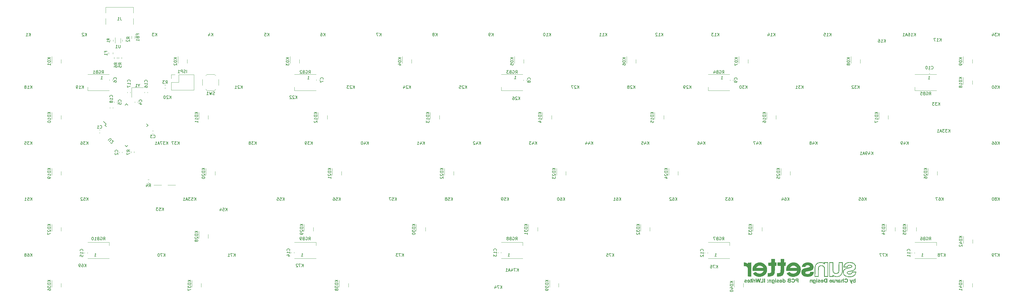
<source format=gbr>
%TF.GenerationSoftware,KiCad,Pcbnew,(5.99.0-11177-g6c67dfa032)*%
%TF.CreationDate,2021-09-17T12:13:23+03:00*%
%TF.ProjectId,SunsetterR2_Solder,53756e73-6574-4746-9572-52325f536f6c,rev?*%
%TF.SameCoordinates,Original*%
%TF.FileFunction,Legend,Bot*%
%TF.FilePolarity,Positive*%
%FSLAX46Y46*%
G04 Gerber Fmt 4.6, Leading zero omitted, Abs format (unit mm)*
G04 Created by KiCad (PCBNEW (5.99.0-11177-g6c67dfa032)) date 2021-09-17 12:13:23*
%MOMM*%
%LPD*%
G01*
G04 APERTURE LIST*
%ADD10C,0.150000*%
%ADD11C,0.120000*%
G04 APERTURE END LIST*
D10*
%TO.C,K21*%
X110751785Y-49728380D02*
X110751785Y-48728380D01*
X110180357Y-49728380D02*
X110608928Y-49156952D01*
X110180357Y-48728380D02*
X110751785Y-49299809D01*
X109799404Y-48823619D02*
X109751785Y-48776000D01*
X109656547Y-48728380D01*
X109418452Y-48728380D01*
X109323214Y-48776000D01*
X109275595Y-48823619D01*
X109227976Y-48918857D01*
X109227976Y-49014095D01*
X109275595Y-49156952D01*
X109847023Y-49728380D01*
X109227976Y-49728380D01*
X108275595Y-49728380D02*
X108847023Y-49728380D01*
X108561309Y-49728380D02*
X108561309Y-48728380D01*
X108656547Y-48871238D01*
X108751785Y-48966476D01*
X108847023Y-49014095D01*
%TO.C,K80*%
X367926785Y-87828380D02*
X367926785Y-86828380D01*
X367355357Y-87828380D02*
X367783928Y-87256952D01*
X367355357Y-86828380D02*
X367926785Y-87399809D01*
X366783928Y-87256952D02*
X366879166Y-87209333D01*
X366926785Y-87161714D01*
X366974404Y-87066476D01*
X366974404Y-87018857D01*
X366926785Y-86923619D01*
X366879166Y-86876000D01*
X366783928Y-86828380D01*
X366593452Y-86828380D01*
X366498214Y-86876000D01*
X366450595Y-86923619D01*
X366402976Y-87018857D01*
X366402976Y-87066476D01*
X366450595Y-87161714D01*
X366498214Y-87209333D01*
X366593452Y-87256952D01*
X366783928Y-87256952D01*
X366879166Y-87304571D01*
X366926785Y-87352190D01*
X366974404Y-87447428D01*
X366974404Y-87637904D01*
X366926785Y-87733142D01*
X366879166Y-87780761D01*
X366783928Y-87828380D01*
X366593452Y-87828380D01*
X366498214Y-87780761D01*
X366450595Y-87733142D01*
X366402976Y-87637904D01*
X366402976Y-87447428D01*
X366450595Y-87352190D01*
X366498214Y-87304571D01*
X366593452Y-87256952D01*
X365783928Y-86828380D02*
X365688690Y-86828380D01*
X365593452Y-86876000D01*
X365545833Y-86923619D01*
X365498214Y-87018857D01*
X365450595Y-87209333D01*
X365450595Y-87447428D01*
X365498214Y-87637904D01*
X365545833Y-87733142D01*
X365593452Y-87780761D01*
X365688690Y-87828380D01*
X365783928Y-87828380D01*
X365879166Y-87780761D01*
X365926785Y-87733142D01*
X365974404Y-87637904D01*
X366022023Y-87447428D01*
X366022023Y-87209333D01*
X365974404Y-87018857D01*
X365926785Y-86923619D01*
X365879166Y-86876000D01*
X365783928Y-86828380D01*
%TO.C,K35*%
X39314285Y-68778380D02*
X39314285Y-67778380D01*
X38742857Y-68778380D02*
X39171428Y-68206952D01*
X38742857Y-67778380D02*
X39314285Y-68349809D01*
X38409523Y-67778380D02*
X37790476Y-67778380D01*
X38123809Y-68159333D01*
X37980952Y-68159333D01*
X37885714Y-68206952D01*
X37838095Y-68254571D01*
X37790476Y-68349809D01*
X37790476Y-68587904D01*
X37838095Y-68683142D01*
X37885714Y-68730761D01*
X37980952Y-68778380D01*
X38266666Y-68778380D01*
X38361904Y-68730761D01*
X38409523Y-68683142D01*
X36885714Y-67778380D02*
X37361904Y-67778380D01*
X37409523Y-68254571D01*
X37361904Y-68206952D01*
X37266666Y-68159333D01*
X37028571Y-68159333D01*
X36933333Y-68206952D01*
X36885714Y-68254571D01*
X36838095Y-68349809D01*
X36838095Y-68587904D01*
X36885714Y-68683142D01*
X36933333Y-68730761D01*
X37028571Y-68778380D01*
X37266666Y-68778380D01*
X37361904Y-68730761D01*
X37409523Y-68683142D01*
%TO.C,K30*%
X282201785Y-49728380D02*
X282201785Y-48728380D01*
X281630357Y-49728380D02*
X282058928Y-49156952D01*
X281630357Y-48728380D02*
X282201785Y-49299809D01*
X281297023Y-48728380D02*
X280677976Y-48728380D01*
X281011309Y-49109333D01*
X280868452Y-49109333D01*
X280773214Y-49156952D01*
X280725595Y-49204571D01*
X280677976Y-49299809D01*
X280677976Y-49537904D01*
X280725595Y-49633142D01*
X280773214Y-49680761D01*
X280868452Y-49728380D01*
X281154166Y-49728380D01*
X281249404Y-49680761D01*
X281297023Y-49633142D01*
X280058928Y-48728380D02*
X279963690Y-48728380D01*
X279868452Y-48776000D01*
X279820833Y-48823619D01*
X279773214Y-48918857D01*
X279725595Y-49109333D01*
X279725595Y-49347428D01*
X279773214Y-49537904D01*
X279820833Y-49633142D01*
X279868452Y-49680761D01*
X279963690Y-49728380D01*
X280058928Y-49728380D01*
X280154166Y-49680761D01*
X280201785Y-49633142D01*
X280249404Y-49537904D01*
X280297023Y-49347428D01*
X280297023Y-49109333D01*
X280249404Y-48918857D01*
X280201785Y-48823619D01*
X280154166Y-48776000D01*
X280058928Y-48728380D01*
%TO.C,K31*%
X301251785Y-49728380D02*
X301251785Y-48728380D01*
X300680357Y-49728380D02*
X301108928Y-49156952D01*
X300680357Y-48728380D02*
X301251785Y-49299809D01*
X300347023Y-48728380D02*
X299727976Y-48728380D01*
X300061309Y-49109333D01*
X299918452Y-49109333D01*
X299823214Y-49156952D01*
X299775595Y-49204571D01*
X299727976Y-49299809D01*
X299727976Y-49537904D01*
X299775595Y-49633142D01*
X299823214Y-49680761D01*
X299918452Y-49728380D01*
X300204166Y-49728380D01*
X300299404Y-49680761D01*
X300347023Y-49633142D01*
X298775595Y-49728380D02*
X299347023Y-49728380D01*
X299061309Y-49728380D02*
X299061309Y-48728380D01*
X299156547Y-48871238D01*
X299251785Y-48966476D01*
X299347023Y-49014095D01*
%TO.C,K33*%
X347670285Y-55443380D02*
X347670285Y-54443380D01*
X347098857Y-55443380D02*
X347527428Y-54871952D01*
X347098857Y-54443380D02*
X347670285Y-55014809D01*
X346765523Y-54443380D02*
X346146476Y-54443380D01*
X346479809Y-54824333D01*
X346336952Y-54824333D01*
X346241714Y-54871952D01*
X346194095Y-54919571D01*
X346146476Y-55014809D01*
X346146476Y-55252904D01*
X346194095Y-55348142D01*
X346241714Y-55395761D01*
X346336952Y-55443380D01*
X346622666Y-55443380D01*
X346717904Y-55395761D01*
X346765523Y-55348142D01*
X345813142Y-54443380D02*
X345194095Y-54443380D01*
X345527428Y-54824333D01*
X345384571Y-54824333D01*
X345289333Y-54871952D01*
X345241714Y-54919571D01*
X345194095Y-55014809D01*
X345194095Y-55252904D01*
X345241714Y-55348142D01*
X345289333Y-55395761D01*
X345384571Y-55443380D01*
X345670285Y-55443380D01*
X345765523Y-55395761D01*
X345813142Y-55348142D01*
%TO.C,K73*%
X165520535Y-106878380D02*
X165520535Y-105878380D01*
X164949107Y-106878380D02*
X165377678Y-106306952D01*
X164949107Y-105878380D02*
X165520535Y-106449809D01*
X164615773Y-105878380D02*
X163949107Y-105878380D01*
X164377678Y-106878380D01*
X163663392Y-105878380D02*
X163044345Y-105878380D01*
X163377678Y-106259333D01*
X163234821Y-106259333D01*
X163139583Y-106306952D01*
X163091964Y-106354571D01*
X163044345Y-106449809D01*
X163044345Y-106687904D01*
X163091964Y-106783142D01*
X163139583Y-106830761D01*
X163234821Y-106878380D01*
X163520535Y-106878380D01*
X163615773Y-106830761D01*
X163663392Y-106783142D01*
%TO.C,K51*%
X39314285Y-87828380D02*
X39314285Y-86828380D01*
X38742857Y-87828380D02*
X39171428Y-87256952D01*
X38742857Y-86828380D02*
X39314285Y-87399809D01*
X37838095Y-86828380D02*
X38314285Y-86828380D01*
X38361904Y-87304571D01*
X38314285Y-87256952D01*
X38219047Y-87209333D01*
X37980952Y-87209333D01*
X37885714Y-87256952D01*
X37838095Y-87304571D01*
X37790476Y-87399809D01*
X37790476Y-87637904D01*
X37838095Y-87733142D01*
X37885714Y-87780761D01*
X37980952Y-87828380D01*
X38219047Y-87828380D01*
X38314285Y-87780761D01*
X38361904Y-87733142D01*
X36838095Y-87828380D02*
X37409523Y-87828380D01*
X37123809Y-87828380D02*
X37123809Y-86828380D01*
X37219047Y-86971238D01*
X37314285Y-87066476D01*
X37409523Y-87114095D01*
%TO.C,K78*%
X349575285Y-106878380D02*
X349575285Y-105878380D01*
X349003857Y-106878380D02*
X349432428Y-106306952D01*
X349003857Y-105878380D02*
X349575285Y-106449809D01*
X348670523Y-105878380D02*
X348003857Y-105878380D01*
X348432428Y-106878380D01*
X347480047Y-106306952D02*
X347575285Y-106259333D01*
X347622904Y-106211714D01*
X347670523Y-106116476D01*
X347670523Y-106068857D01*
X347622904Y-105973619D01*
X347575285Y-105926000D01*
X347480047Y-105878380D01*
X347289571Y-105878380D01*
X347194333Y-105926000D01*
X347146714Y-105973619D01*
X347099095Y-106068857D01*
X347099095Y-106116476D01*
X347146714Y-106211714D01*
X347194333Y-106259333D01*
X347289571Y-106306952D01*
X347480047Y-106306952D01*
X347575285Y-106354571D01*
X347622904Y-106402190D01*
X347670523Y-106497428D01*
X347670523Y-106687904D01*
X347622904Y-106783142D01*
X347575285Y-106830761D01*
X347480047Y-106878380D01*
X347289571Y-106878380D01*
X347194333Y-106830761D01*
X347146714Y-106783142D01*
X347099095Y-106687904D01*
X347099095Y-106497428D01*
X347146714Y-106402190D01*
X347194333Y-106354571D01*
X347289571Y-106306952D01*
%TO.C,K23*%
X148851785Y-49728380D02*
X148851785Y-48728380D01*
X148280357Y-49728380D02*
X148708928Y-49156952D01*
X148280357Y-48728380D02*
X148851785Y-49299809D01*
X147899404Y-48823619D02*
X147851785Y-48776000D01*
X147756547Y-48728380D01*
X147518452Y-48728380D01*
X147423214Y-48776000D01*
X147375595Y-48823619D01*
X147327976Y-48918857D01*
X147327976Y-49014095D01*
X147375595Y-49156952D01*
X147947023Y-49728380D01*
X147327976Y-49728380D01*
X146994642Y-48728380D02*
X146375595Y-48728380D01*
X146708928Y-49109333D01*
X146566071Y-49109333D01*
X146470833Y-49156952D01*
X146423214Y-49204571D01*
X146375595Y-49299809D01*
X146375595Y-49537904D01*
X146423214Y-49633142D01*
X146470833Y-49680761D01*
X146566071Y-49728380D01*
X146851785Y-49728380D01*
X146947023Y-49680761D01*
X146994642Y-49633142D01*
%TO.C,K58*%
X182189285Y-87828380D02*
X182189285Y-86828380D01*
X181617857Y-87828380D02*
X182046428Y-87256952D01*
X181617857Y-86828380D02*
X182189285Y-87399809D01*
X180713095Y-86828380D02*
X181189285Y-86828380D01*
X181236904Y-87304571D01*
X181189285Y-87256952D01*
X181094047Y-87209333D01*
X180855952Y-87209333D01*
X180760714Y-87256952D01*
X180713095Y-87304571D01*
X180665476Y-87399809D01*
X180665476Y-87637904D01*
X180713095Y-87733142D01*
X180760714Y-87780761D01*
X180855952Y-87828380D01*
X181094047Y-87828380D01*
X181189285Y-87780761D01*
X181236904Y-87733142D01*
X180094047Y-87256952D02*
X180189285Y-87209333D01*
X180236904Y-87161714D01*
X180284523Y-87066476D01*
X180284523Y-87018857D01*
X180236904Y-86923619D01*
X180189285Y-86876000D01*
X180094047Y-86828380D01*
X179903571Y-86828380D01*
X179808333Y-86876000D01*
X179760714Y-86923619D01*
X179713095Y-87018857D01*
X179713095Y-87066476D01*
X179760714Y-87161714D01*
X179808333Y-87209333D01*
X179903571Y-87256952D01*
X180094047Y-87256952D01*
X180189285Y-87304571D01*
X180236904Y-87352190D01*
X180284523Y-87447428D01*
X180284523Y-87637904D01*
X180236904Y-87733142D01*
X180189285Y-87780761D01*
X180094047Y-87828380D01*
X179903571Y-87828380D01*
X179808333Y-87780761D01*
X179760714Y-87733142D01*
X179713095Y-87637904D01*
X179713095Y-87447428D01*
X179760714Y-87352190D01*
X179808333Y-87304571D01*
X179903571Y-87256952D01*
%TO.C,K56*%
X144089285Y-87828380D02*
X144089285Y-86828380D01*
X143517857Y-87828380D02*
X143946428Y-87256952D01*
X143517857Y-86828380D02*
X144089285Y-87399809D01*
X142613095Y-86828380D02*
X143089285Y-86828380D01*
X143136904Y-87304571D01*
X143089285Y-87256952D01*
X142994047Y-87209333D01*
X142755952Y-87209333D01*
X142660714Y-87256952D01*
X142613095Y-87304571D01*
X142565476Y-87399809D01*
X142565476Y-87637904D01*
X142613095Y-87733142D01*
X142660714Y-87780761D01*
X142755952Y-87828380D01*
X142994047Y-87828380D01*
X143089285Y-87780761D01*
X143136904Y-87733142D01*
X141708333Y-86828380D02*
X141898809Y-86828380D01*
X141994047Y-86876000D01*
X142041666Y-86923619D01*
X142136904Y-87066476D01*
X142184523Y-87256952D01*
X142184523Y-87637904D01*
X142136904Y-87733142D01*
X142089285Y-87780761D01*
X141994047Y-87828380D01*
X141803571Y-87828380D01*
X141708333Y-87780761D01*
X141660714Y-87733142D01*
X141613095Y-87637904D01*
X141613095Y-87399809D01*
X141660714Y-87304571D01*
X141708333Y-87256952D01*
X141803571Y-87209333D01*
X141994047Y-87209333D01*
X142089285Y-87256952D01*
X142136904Y-87304571D01*
X142184523Y-87399809D01*
%TO.C,K9*%
X196000595Y-31821380D02*
X196000595Y-30821380D01*
X195429166Y-31821380D02*
X195857738Y-31249952D01*
X195429166Y-30821380D02*
X196000595Y-31392809D01*
X194952976Y-31821380D02*
X194762500Y-31821380D01*
X194667261Y-31773761D01*
X194619642Y-31726142D01*
X194524404Y-31583285D01*
X194476785Y-31392809D01*
X194476785Y-31011857D01*
X194524404Y-30916619D01*
X194572023Y-30869000D01*
X194667261Y-30821380D01*
X194857738Y-30821380D01*
X194952976Y-30869000D01*
X195000595Y-30916619D01*
X195048214Y-31011857D01*
X195048214Y-31249952D01*
X195000595Y-31345190D01*
X194952976Y-31392809D01*
X194857738Y-31440428D01*
X194667261Y-31440428D01*
X194572023Y-31392809D01*
X194524404Y-31345190D01*
X194476785Y-31249952D01*
%TO.C,K10*%
X215526785Y-31821380D02*
X215526785Y-30821380D01*
X214955357Y-31821380D02*
X215383928Y-31249952D01*
X214955357Y-30821380D02*
X215526785Y-31392809D01*
X214002976Y-31821380D02*
X214574404Y-31821380D01*
X214288690Y-31821380D02*
X214288690Y-30821380D01*
X214383928Y-30964238D01*
X214479166Y-31059476D01*
X214574404Y-31107095D01*
X213383928Y-30821380D02*
X213288690Y-30821380D01*
X213193452Y-30869000D01*
X213145833Y-30916619D01*
X213098214Y-31011857D01*
X213050595Y-31202333D01*
X213050595Y-31440428D01*
X213098214Y-31630904D01*
X213145833Y-31726142D01*
X213193452Y-31773761D01*
X213288690Y-31821380D01*
X213383928Y-31821380D01*
X213479166Y-31773761D01*
X213526785Y-31726142D01*
X213574404Y-31630904D01*
X213622023Y-31440428D01*
X213622023Y-31202333D01*
X213574404Y-31011857D01*
X213526785Y-30916619D01*
X213479166Y-30869000D01*
X213383928Y-30821380D01*
%TO.C,K6*%
X138850595Y-31821380D02*
X138850595Y-30821380D01*
X138279166Y-31821380D02*
X138707738Y-31249952D01*
X138279166Y-30821380D02*
X138850595Y-31392809D01*
X137422023Y-30821380D02*
X137612500Y-30821380D01*
X137707738Y-30869000D01*
X137755357Y-30916619D01*
X137850595Y-31059476D01*
X137898214Y-31249952D01*
X137898214Y-31630904D01*
X137850595Y-31726142D01*
X137802976Y-31773761D01*
X137707738Y-31821380D01*
X137517261Y-31821380D01*
X137422023Y-31773761D01*
X137374404Y-31726142D01*
X137326785Y-31630904D01*
X137326785Y-31392809D01*
X137374404Y-31297571D01*
X137422023Y-31249952D01*
X137517261Y-31202333D01*
X137707738Y-31202333D01*
X137802976Y-31249952D01*
X137850595Y-31297571D01*
X137898214Y-31392809D01*
%TO.C,K25*%
X186951785Y-49728380D02*
X186951785Y-48728380D01*
X186380357Y-49728380D02*
X186808928Y-49156952D01*
X186380357Y-48728380D02*
X186951785Y-49299809D01*
X185999404Y-48823619D02*
X185951785Y-48776000D01*
X185856547Y-48728380D01*
X185618452Y-48728380D01*
X185523214Y-48776000D01*
X185475595Y-48823619D01*
X185427976Y-48918857D01*
X185427976Y-49014095D01*
X185475595Y-49156952D01*
X186047023Y-49728380D01*
X185427976Y-49728380D01*
X184523214Y-48728380D02*
X184999404Y-48728380D01*
X185047023Y-49204571D01*
X184999404Y-49156952D01*
X184904166Y-49109333D01*
X184666071Y-49109333D01*
X184570833Y-49156952D01*
X184523214Y-49204571D01*
X184475595Y-49299809D01*
X184475595Y-49537904D01*
X184523214Y-49633142D01*
X184570833Y-49680761D01*
X184666071Y-49728380D01*
X184904166Y-49728380D01*
X184999404Y-49680761D01*
X185047023Y-49633142D01*
%TO.C,K67*%
X348876785Y-87828380D02*
X348876785Y-86828380D01*
X348305357Y-87828380D02*
X348733928Y-87256952D01*
X348305357Y-86828380D02*
X348876785Y-87399809D01*
X347448214Y-86828380D02*
X347638690Y-86828380D01*
X347733928Y-86876000D01*
X347781547Y-86923619D01*
X347876785Y-87066476D01*
X347924404Y-87256952D01*
X347924404Y-87637904D01*
X347876785Y-87733142D01*
X347829166Y-87780761D01*
X347733928Y-87828380D01*
X347543452Y-87828380D01*
X347448214Y-87780761D01*
X347400595Y-87733142D01*
X347352976Y-87637904D01*
X347352976Y-87399809D01*
X347400595Y-87304571D01*
X347448214Y-87256952D01*
X347543452Y-87209333D01*
X347733928Y-87209333D01*
X347829166Y-87256952D01*
X347876785Y-87304571D01*
X347924404Y-87399809D01*
X347019642Y-86828380D02*
X346352976Y-86828380D01*
X346781547Y-87828380D01*
%TO.C,K46*%
X267914285Y-68778380D02*
X267914285Y-67778380D01*
X267342857Y-68778380D02*
X267771428Y-68206952D01*
X267342857Y-67778380D02*
X267914285Y-68349809D01*
X266485714Y-68111714D02*
X266485714Y-68778380D01*
X266723809Y-67730761D02*
X266961904Y-68445047D01*
X266342857Y-68445047D01*
X265533333Y-67778380D02*
X265723809Y-67778380D01*
X265819047Y-67826000D01*
X265866666Y-67873619D01*
X265961904Y-68016476D01*
X266009523Y-68206952D01*
X266009523Y-68587904D01*
X265961904Y-68683142D01*
X265914285Y-68730761D01*
X265819047Y-68778380D01*
X265628571Y-68778380D01*
X265533333Y-68730761D01*
X265485714Y-68683142D01*
X265438095Y-68587904D01*
X265438095Y-68349809D01*
X265485714Y-68254571D01*
X265533333Y-68206952D01*
X265628571Y-68159333D01*
X265819047Y-68159333D01*
X265914285Y-68206952D01*
X265961904Y-68254571D01*
X266009523Y-68349809D01*
%TO.C,K49*%
X336970535Y-68778380D02*
X336970535Y-67778380D01*
X336399107Y-68778380D02*
X336827678Y-68206952D01*
X336399107Y-67778380D02*
X336970535Y-68349809D01*
X335541964Y-68111714D02*
X335541964Y-68778380D01*
X335780059Y-67730761D02*
X336018154Y-68445047D01*
X335399107Y-68445047D01*
X334970535Y-68778380D02*
X334780059Y-68778380D01*
X334684821Y-68730761D01*
X334637202Y-68683142D01*
X334541964Y-68540285D01*
X334494345Y-68349809D01*
X334494345Y-67968857D01*
X334541964Y-67873619D01*
X334589583Y-67826000D01*
X334684821Y-67778380D01*
X334875297Y-67778380D01*
X334970535Y-67826000D01*
X335018154Y-67873619D01*
X335065773Y-67968857D01*
X335065773Y-68206952D01*
X335018154Y-68302190D01*
X334970535Y-68349809D01*
X334875297Y-68397428D01*
X334684821Y-68397428D01*
X334589583Y-68349809D01*
X334541964Y-68302190D01*
X334494345Y-68206952D01*
%TO.C,K11*%
X234576785Y-31821380D02*
X234576785Y-30821380D01*
X234005357Y-31821380D02*
X234433928Y-31249952D01*
X234005357Y-30821380D02*
X234576785Y-31392809D01*
X233052976Y-31821380D02*
X233624404Y-31821380D01*
X233338690Y-31821380D02*
X233338690Y-30821380D01*
X233433928Y-30964238D01*
X233529166Y-31059476D01*
X233624404Y-31107095D01*
X232100595Y-31821380D02*
X232672023Y-31821380D01*
X232386309Y-31821380D02*
X232386309Y-30821380D01*
X232481547Y-30964238D01*
X232576785Y-31059476D01*
X232672023Y-31107095D01*
%TO.C,K14*%
X291726785Y-31821380D02*
X291726785Y-30821380D01*
X291155357Y-31821380D02*
X291583928Y-31249952D01*
X291155357Y-30821380D02*
X291726785Y-31392809D01*
X290202976Y-31821380D02*
X290774404Y-31821380D01*
X290488690Y-31821380D02*
X290488690Y-30821380D01*
X290583928Y-30964238D01*
X290679166Y-31059476D01*
X290774404Y-31107095D01*
X289345833Y-31154714D02*
X289345833Y-31821380D01*
X289583928Y-30773761D02*
X289822023Y-31488047D01*
X289202976Y-31488047D01*
%TO.C,K49A1*%
X324953047Y-72207380D02*
X324953047Y-71207380D01*
X324381619Y-72207380D02*
X324810190Y-71635952D01*
X324381619Y-71207380D02*
X324953047Y-71778809D01*
X323524476Y-71540714D02*
X323524476Y-72207380D01*
X323762571Y-71159761D02*
X324000666Y-71874047D01*
X323381619Y-71874047D01*
X322953047Y-72207380D02*
X322762571Y-72207380D01*
X322667333Y-72159761D01*
X322619714Y-72112142D01*
X322524476Y-71969285D01*
X322476857Y-71778809D01*
X322476857Y-71397857D01*
X322524476Y-71302619D01*
X322572095Y-71255000D01*
X322667333Y-71207380D01*
X322857809Y-71207380D01*
X322953047Y-71255000D01*
X323000666Y-71302619D01*
X323048285Y-71397857D01*
X323048285Y-71635952D01*
X323000666Y-71731190D01*
X322953047Y-71778809D01*
X322857809Y-71826428D01*
X322667333Y-71826428D01*
X322572095Y-71778809D01*
X322524476Y-71731190D01*
X322476857Y-71635952D01*
X322095904Y-71921666D02*
X321619714Y-71921666D01*
X322191142Y-72207380D02*
X321857809Y-71207380D01*
X321524476Y-72207380D01*
X320667333Y-72207380D02*
X321238761Y-72207380D01*
X320953047Y-72207380D02*
X320953047Y-71207380D01*
X321048285Y-71350238D01*
X321143523Y-71445476D01*
X321238761Y-71493095D01*
%TO.C,K18*%
X39314285Y-49728380D02*
X39314285Y-48728380D01*
X38742857Y-49728380D02*
X39171428Y-49156952D01*
X38742857Y-48728380D02*
X39314285Y-49299809D01*
X37790476Y-49728380D02*
X38361904Y-49728380D01*
X38076190Y-49728380D02*
X38076190Y-48728380D01*
X38171428Y-48871238D01*
X38266666Y-48966476D01*
X38361904Y-49014095D01*
X37219047Y-49156952D02*
X37314285Y-49109333D01*
X37361904Y-49061714D01*
X37409523Y-48966476D01*
X37409523Y-48918857D01*
X37361904Y-48823619D01*
X37314285Y-48776000D01*
X37219047Y-48728380D01*
X37028571Y-48728380D01*
X36933333Y-48776000D01*
X36885714Y-48823619D01*
X36838095Y-48918857D01*
X36838095Y-48966476D01*
X36885714Y-49061714D01*
X36933333Y-49109333D01*
X37028571Y-49156952D01*
X37219047Y-49156952D01*
X37314285Y-49204571D01*
X37361904Y-49252190D01*
X37409523Y-49347428D01*
X37409523Y-49537904D01*
X37361904Y-49633142D01*
X37314285Y-49680761D01*
X37219047Y-49728380D01*
X37028571Y-49728380D01*
X36933333Y-49680761D01*
X36885714Y-49633142D01*
X36838095Y-49537904D01*
X36838095Y-49347428D01*
X36885714Y-49252190D01*
X36933333Y-49204571D01*
X37028571Y-49156952D01*
%TO.C,K66*%
X367926785Y-68778380D02*
X367926785Y-67778380D01*
X367355357Y-68778380D02*
X367783928Y-68206952D01*
X367355357Y-67778380D02*
X367926785Y-68349809D01*
X366498214Y-67778380D02*
X366688690Y-67778380D01*
X366783928Y-67826000D01*
X366831547Y-67873619D01*
X366926785Y-68016476D01*
X366974404Y-68206952D01*
X366974404Y-68587904D01*
X366926785Y-68683142D01*
X366879166Y-68730761D01*
X366783928Y-68778380D01*
X366593452Y-68778380D01*
X366498214Y-68730761D01*
X366450595Y-68683142D01*
X366402976Y-68587904D01*
X366402976Y-68349809D01*
X366450595Y-68254571D01*
X366498214Y-68206952D01*
X366593452Y-68159333D01*
X366783928Y-68159333D01*
X366879166Y-68206952D01*
X366926785Y-68254571D01*
X366974404Y-68349809D01*
X365545833Y-67778380D02*
X365736309Y-67778380D01*
X365831547Y-67826000D01*
X365879166Y-67873619D01*
X365974404Y-68016476D01*
X366022023Y-68206952D01*
X366022023Y-68587904D01*
X365974404Y-68683142D01*
X365926785Y-68730761D01*
X365831547Y-68778380D01*
X365641071Y-68778380D01*
X365545833Y-68730761D01*
X365498214Y-68683142D01*
X365450595Y-68587904D01*
X365450595Y-68349809D01*
X365498214Y-68254571D01*
X365545833Y-68206952D01*
X365641071Y-68159333D01*
X365831547Y-68159333D01*
X365926785Y-68206952D01*
X365974404Y-68254571D01*
X366022023Y-68349809D01*
%TO.C,K36*%
X58364285Y-68778380D02*
X58364285Y-67778380D01*
X57792857Y-68778380D02*
X58221428Y-68206952D01*
X57792857Y-67778380D02*
X58364285Y-68349809D01*
X57459523Y-67778380D02*
X56840476Y-67778380D01*
X57173809Y-68159333D01*
X57030952Y-68159333D01*
X56935714Y-68206952D01*
X56888095Y-68254571D01*
X56840476Y-68349809D01*
X56840476Y-68587904D01*
X56888095Y-68683142D01*
X56935714Y-68730761D01*
X57030952Y-68778380D01*
X57316666Y-68778380D01*
X57411904Y-68730761D01*
X57459523Y-68683142D01*
X55983333Y-67778380D02*
X56173809Y-67778380D01*
X56269047Y-67826000D01*
X56316666Y-67873619D01*
X56411904Y-68016476D01*
X56459523Y-68206952D01*
X56459523Y-68587904D01*
X56411904Y-68683142D01*
X56364285Y-68730761D01*
X56269047Y-68778380D01*
X56078571Y-68778380D01*
X55983333Y-68730761D01*
X55935714Y-68683142D01*
X55888095Y-68587904D01*
X55888095Y-68349809D01*
X55935714Y-68254571D01*
X55983333Y-68206952D01*
X56078571Y-68159333D01*
X56269047Y-68159333D01*
X56364285Y-68206952D01*
X56411904Y-68254571D01*
X56459523Y-68349809D01*
%TO.C,K32*%
X320301785Y-49728380D02*
X320301785Y-48728380D01*
X319730357Y-49728380D02*
X320158928Y-49156952D01*
X319730357Y-48728380D02*
X320301785Y-49299809D01*
X319397023Y-48728380D02*
X318777976Y-48728380D01*
X319111309Y-49109333D01*
X318968452Y-49109333D01*
X318873214Y-49156952D01*
X318825595Y-49204571D01*
X318777976Y-49299809D01*
X318777976Y-49537904D01*
X318825595Y-49633142D01*
X318873214Y-49680761D01*
X318968452Y-49728380D01*
X319254166Y-49728380D01*
X319349404Y-49680761D01*
X319397023Y-49633142D01*
X318397023Y-48823619D02*
X318349404Y-48776000D01*
X318254166Y-48728380D01*
X318016071Y-48728380D01*
X317920833Y-48776000D01*
X317873214Y-48823619D01*
X317825595Y-48918857D01*
X317825595Y-49014095D01*
X317873214Y-49156952D01*
X318444642Y-49728380D01*
X317825595Y-49728380D01*
%TO.C,K8*%
X176950595Y-31821380D02*
X176950595Y-30821380D01*
X176379166Y-31821380D02*
X176807738Y-31249952D01*
X176379166Y-30821380D02*
X176950595Y-31392809D01*
X175807738Y-31249952D02*
X175902976Y-31202333D01*
X175950595Y-31154714D01*
X175998214Y-31059476D01*
X175998214Y-31011857D01*
X175950595Y-30916619D01*
X175902976Y-30869000D01*
X175807738Y-30821380D01*
X175617261Y-30821380D01*
X175522023Y-30869000D01*
X175474404Y-30916619D01*
X175426785Y-31011857D01*
X175426785Y-31059476D01*
X175474404Y-31154714D01*
X175522023Y-31202333D01*
X175617261Y-31249952D01*
X175807738Y-31249952D01*
X175902976Y-31297571D01*
X175950595Y-31345190D01*
X175998214Y-31440428D01*
X175998214Y-31630904D01*
X175950595Y-31726142D01*
X175902976Y-31773761D01*
X175807738Y-31821380D01*
X175617261Y-31821380D01*
X175522023Y-31773761D01*
X175474404Y-31726142D01*
X175426785Y-31630904D01*
X175426785Y-31440428D01*
X175474404Y-31345190D01*
X175522023Y-31297571D01*
X175617261Y-31249952D01*
%TO.C,K72*%
X131516285Y-110434380D02*
X131516285Y-109434380D01*
X130944857Y-110434380D02*
X131373428Y-109862952D01*
X130944857Y-109434380D02*
X131516285Y-110005809D01*
X130611523Y-109434380D02*
X129944857Y-109434380D01*
X130373428Y-110434380D01*
X129611523Y-109529619D02*
X129563904Y-109482000D01*
X129468666Y-109434380D01*
X129230571Y-109434380D01*
X129135333Y-109482000D01*
X129087714Y-109529619D01*
X129040095Y-109624857D01*
X129040095Y-109720095D01*
X129087714Y-109862952D01*
X129659142Y-110434380D01*
X129040095Y-110434380D01*
%TO.C,K63*%
X277439285Y-87828380D02*
X277439285Y-86828380D01*
X276867857Y-87828380D02*
X277296428Y-87256952D01*
X276867857Y-86828380D02*
X277439285Y-87399809D01*
X276010714Y-86828380D02*
X276201190Y-86828380D01*
X276296428Y-86876000D01*
X276344047Y-86923619D01*
X276439285Y-87066476D01*
X276486904Y-87256952D01*
X276486904Y-87637904D01*
X276439285Y-87733142D01*
X276391666Y-87780761D01*
X276296428Y-87828380D01*
X276105952Y-87828380D01*
X276010714Y-87780761D01*
X275963095Y-87733142D01*
X275915476Y-87637904D01*
X275915476Y-87399809D01*
X275963095Y-87304571D01*
X276010714Y-87256952D01*
X276105952Y-87209333D01*
X276296428Y-87209333D01*
X276391666Y-87256952D01*
X276439285Y-87304571D01*
X276486904Y-87399809D01*
X275582142Y-86828380D02*
X274963095Y-86828380D01*
X275296428Y-87209333D01*
X275153571Y-87209333D01*
X275058333Y-87256952D01*
X275010714Y-87304571D01*
X274963095Y-87399809D01*
X274963095Y-87637904D01*
X275010714Y-87733142D01*
X275058333Y-87780761D01*
X275153571Y-87828380D01*
X275439285Y-87828380D01*
X275534523Y-87780761D01*
X275582142Y-87733142D01*
%TO.C,K53*%
X84018285Y-91257380D02*
X84018285Y-90257380D01*
X83446857Y-91257380D02*
X83875428Y-90685952D01*
X83446857Y-90257380D02*
X84018285Y-90828809D01*
X82542095Y-90257380D02*
X83018285Y-90257380D01*
X83065904Y-90733571D01*
X83018285Y-90685952D01*
X82923047Y-90638333D01*
X82684952Y-90638333D01*
X82589714Y-90685952D01*
X82542095Y-90733571D01*
X82494476Y-90828809D01*
X82494476Y-91066904D01*
X82542095Y-91162142D01*
X82589714Y-91209761D01*
X82684952Y-91257380D01*
X82923047Y-91257380D01*
X83018285Y-91209761D01*
X83065904Y-91162142D01*
X82161142Y-90257380D02*
X81542095Y-90257380D01*
X81875428Y-90638333D01*
X81732571Y-90638333D01*
X81637333Y-90685952D01*
X81589714Y-90733571D01*
X81542095Y-90828809D01*
X81542095Y-91066904D01*
X81589714Y-91162142D01*
X81637333Y-91209761D01*
X81732571Y-91257380D01*
X82018285Y-91257380D01*
X82113523Y-91209761D01*
X82161142Y-91162142D01*
%TO.C,K22*%
X129357285Y-53157380D02*
X129357285Y-52157380D01*
X128785857Y-53157380D02*
X129214428Y-52585952D01*
X128785857Y-52157380D02*
X129357285Y-52728809D01*
X128404904Y-52252619D02*
X128357285Y-52205000D01*
X128262047Y-52157380D01*
X128023952Y-52157380D01*
X127928714Y-52205000D01*
X127881095Y-52252619D01*
X127833476Y-52347857D01*
X127833476Y-52443095D01*
X127881095Y-52585952D01*
X128452523Y-53157380D01*
X127833476Y-53157380D01*
X127452523Y-52252619D02*
X127404904Y-52205000D01*
X127309666Y-52157380D01*
X127071571Y-52157380D01*
X126976333Y-52205000D01*
X126928714Y-52252619D01*
X126881095Y-52347857D01*
X126881095Y-52443095D01*
X126928714Y-52585952D01*
X127500142Y-53157380D01*
X126881095Y-53157380D01*
%TO.C,K7*%
X157900595Y-31821380D02*
X157900595Y-30821380D01*
X157329166Y-31821380D02*
X157757738Y-31249952D01*
X157329166Y-30821380D02*
X157900595Y-31392809D01*
X156995833Y-30821380D02*
X156329166Y-30821380D01*
X156757738Y-31821380D01*
%TO.C,K13*%
X272676785Y-31821380D02*
X272676785Y-30821380D01*
X272105357Y-31821380D02*
X272533928Y-31249952D01*
X272105357Y-30821380D02*
X272676785Y-31392809D01*
X271152976Y-31821380D02*
X271724404Y-31821380D01*
X271438690Y-31821380D02*
X271438690Y-30821380D01*
X271533928Y-30964238D01*
X271629166Y-31059476D01*
X271724404Y-31107095D01*
X270819642Y-30821380D02*
X270200595Y-30821380D01*
X270533928Y-31202333D01*
X270391071Y-31202333D01*
X270295833Y-31249952D01*
X270248214Y-31297571D01*
X270200595Y-31392809D01*
X270200595Y-31630904D01*
X270248214Y-31726142D01*
X270295833Y-31773761D01*
X270391071Y-31821380D01*
X270676785Y-31821380D01*
X270772023Y-31773761D01*
X270819642Y-31726142D01*
%TO.C,K74A1*%
X204557047Y-111958380D02*
X204557047Y-110958380D01*
X203985619Y-111958380D02*
X204414190Y-111386952D01*
X203985619Y-110958380D02*
X204557047Y-111529809D01*
X203652285Y-110958380D02*
X202985619Y-110958380D01*
X203414190Y-111958380D01*
X202176095Y-111291714D02*
X202176095Y-111958380D01*
X202414190Y-110910761D02*
X202652285Y-111625047D01*
X202033238Y-111625047D01*
X201699904Y-111672666D02*
X201223714Y-111672666D01*
X201795142Y-111958380D02*
X201461809Y-110958380D01*
X201128476Y-111958380D01*
X200271333Y-111958380D02*
X200842761Y-111958380D01*
X200557047Y-111958380D02*
X200557047Y-110958380D01*
X200652285Y-111101238D01*
X200747523Y-111196476D01*
X200842761Y-111244095D01*
%TO.C,K27*%
X225051785Y-49728380D02*
X225051785Y-48728380D01*
X224480357Y-49728380D02*
X224908928Y-49156952D01*
X224480357Y-48728380D02*
X225051785Y-49299809D01*
X224099404Y-48823619D02*
X224051785Y-48776000D01*
X223956547Y-48728380D01*
X223718452Y-48728380D01*
X223623214Y-48776000D01*
X223575595Y-48823619D01*
X223527976Y-48918857D01*
X223527976Y-49014095D01*
X223575595Y-49156952D01*
X224147023Y-49728380D01*
X223527976Y-49728380D01*
X223194642Y-48728380D02*
X222527976Y-48728380D01*
X222956547Y-49728380D01*
%TO.C,K43*%
X210764285Y-68778380D02*
X210764285Y-67778380D01*
X210192857Y-68778380D02*
X210621428Y-68206952D01*
X210192857Y-67778380D02*
X210764285Y-68349809D01*
X209335714Y-68111714D02*
X209335714Y-68778380D01*
X209573809Y-67730761D02*
X209811904Y-68445047D01*
X209192857Y-68445047D01*
X208907142Y-67778380D02*
X208288095Y-67778380D01*
X208621428Y-68159333D01*
X208478571Y-68159333D01*
X208383333Y-68206952D01*
X208335714Y-68254571D01*
X208288095Y-68349809D01*
X208288095Y-68587904D01*
X208335714Y-68683142D01*
X208383333Y-68730761D01*
X208478571Y-68778380D01*
X208764285Y-68778380D01*
X208859523Y-68730761D01*
X208907142Y-68683142D01*
%TO.C,K71*%
X108370535Y-106878380D02*
X108370535Y-105878380D01*
X107799107Y-106878380D02*
X108227678Y-106306952D01*
X107799107Y-105878380D02*
X108370535Y-106449809D01*
X107465773Y-105878380D02*
X106799107Y-105878380D01*
X107227678Y-106878380D01*
X105894345Y-106878380D02*
X106465773Y-106878380D01*
X106180059Y-106878380D02*
X106180059Y-105878380D01*
X106275297Y-106021238D01*
X106370535Y-106116476D01*
X106465773Y-106164095D01*
%TO.C,K16A1*%
X339431047Y-31821380D02*
X339431047Y-30821380D01*
X338859619Y-31821380D02*
X339288190Y-31249952D01*
X338859619Y-30821380D02*
X339431047Y-31392809D01*
X337907238Y-31821380D02*
X338478666Y-31821380D01*
X338192952Y-31821380D02*
X338192952Y-30821380D01*
X338288190Y-30964238D01*
X338383428Y-31059476D01*
X338478666Y-31107095D01*
X337050095Y-30821380D02*
X337240571Y-30821380D01*
X337335809Y-30869000D01*
X337383428Y-30916619D01*
X337478666Y-31059476D01*
X337526285Y-31249952D01*
X337526285Y-31630904D01*
X337478666Y-31726142D01*
X337431047Y-31773761D01*
X337335809Y-31821380D01*
X337145333Y-31821380D01*
X337050095Y-31773761D01*
X337002476Y-31726142D01*
X336954857Y-31630904D01*
X336954857Y-31392809D01*
X337002476Y-31297571D01*
X337050095Y-31249952D01*
X337145333Y-31202333D01*
X337335809Y-31202333D01*
X337431047Y-31249952D01*
X337478666Y-31297571D01*
X337526285Y-31392809D01*
X336573904Y-31535666D02*
X336097714Y-31535666D01*
X336669142Y-31821380D02*
X336335809Y-30821380D01*
X336002476Y-31821380D01*
X335145333Y-31821380D02*
X335716761Y-31821380D01*
X335431047Y-31821380D02*
X335431047Y-30821380D01*
X335526285Y-30964238D01*
X335621523Y-31059476D01*
X335716761Y-31107095D01*
%TO.C,K29*%
X263151785Y-49728380D02*
X263151785Y-48728380D01*
X262580357Y-49728380D02*
X263008928Y-49156952D01*
X262580357Y-48728380D02*
X263151785Y-49299809D01*
X262199404Y-48823619D02*
X262151785Y-48776000D01*
X262056547Y-48728380D01*
X261818452Y-48728380D01*
X261723214Y-48776000D01*
X261675595Y-48823619D01*
X261627976Y-48918857D01*
X261627976Y-49014095D01*
X261675595Y-49156952D01*
X262247023Y-49728380D01*
X261627976Y-49728380D01*
X261151785Y-49728380D02*
X260961309Y-49728380D01*
X260866071Y-49680761D01*
X260818452Y-49633142D01*
X260723214Y-49490285D01*
X260675595Y-49299809D01*
X260675595Y-48918857D01*
X260723214Y-48823619D01*
X260770833Y-48776000D01*
X260866071Y-48728380D01*
X261056547Y-48728380D01*
X261151785Y-48776000D01*
X261199404Y-48823619D01*
X261247023Y-48918857D01*
X261247023Y-49156952D01*
X261199404Y-49252190D01*
X261151785Y-49299809D01*
X261056547Y-49347428D01*
X260866071Y-49347428D01*
X260770833Y-49299809D01*
X260723214Y-49252190D01*
X260675595Y-49156952D01*
%TO.C,K69*%
X57729285Y-110434380D02*
X57729285Y-109434380D01*
X57157857Y-110434380D02*
X57586428Y-109862952D01*
X57157857Y-109434380D02*
X57729285Y-110005809D01*
X56300714Y-109434380D02*
X56491190Y-109434380D01*
X56586428Y-109482000D01*
X56634047Y-109529619D01*
X56729285Y-109672476D01*
X56776904Y-109862952D01*
X56776904Y-110243904D01*
X56729285Y-110339142D01*
X56681666Y-110386761D01*
X56586428Y-110434380D01*
X56395952Y-110434380D01*
X56300714Y-110386761D01*
X56253095Y-110339142D01*
X56205476Y-110243904D01*
X56205476Y-110005809D01*
X56253095Y-109910571D01*
X56300714Y-109862952D01*
X56395952Y-109815333D01*
X56586428Y-109815333D01*
X56681666Y-109862952D01*
X56729285Y-109910571D01*
X56776904Y-110005809D01*
X55729285Y-110434380D02*
X55538809Y-110434380D01*
X55443571Y-110386761D01*
X55395952Y-110339142D01*
X55300714Y-110196285D01*
X55253095Y-110005809D01*
X55253095Y-109624857D01*
X55300714Y-109529619D01*
X55348333Y-109482000D01*
X55443571Y-109434380D01*
X55634047Y-109434380D01*
X55729285Y-109482000D01*
X55776904Y-109529619D01*
X55824523Y-109624857D01*
X55824523Y-109862952D01*
X55776904Y-109958190D01*
X55729285Y-110005809D01*
X55634047Y-110053428D01*
X55443571Y-110053428D01*
X55348333Y-110005809D01*
X55300714Y-109958190D01*
X55253095Y-109862952D01*
%TO.C,K59*%
X201239285Y-87828380D02*
X201239285Y-86828380D01*
X200667857Y-87828380D02*
X201096428Y-87256952D01*
X200667857Y-86828380D02*
X201239285Y-87399809D01*
X199763095Y-86828380D02*
X200239285Y-86828380D01*
X200286904Y-87304571D01*
X200239285Y-87256952D01*
X200144047Y-87209333D01*
X199905952Y-87209333D01*
X199810714Y-87256952D01*
X199763095Y-87304571D01*
X199715476Y-87399809D01*
X199715476Y-87637904D01*
X199763095Y-87733142D01*
X199810714Y-87780761D01*
X199905952Y-87828380D01*
X200144047Y-87828380D01*
X200239285Y-87780761D01*
X200286904Y-87733142D01*
X199239285Y-87828380D02*
X199048809Y-87828380D01*
X198953571Y-87780761D01*
X198905952Y-87733142D01*
X198810714Y-87590285D01*
X198763095Y-87399809D01*
X198763095Y-87018857D01*
X198810714Y-86923619D01*
X198858333Y-86876000D01*
X198953571Y-86828380D01*
X199144047Y-86828380D01*
X199239285Y-86876000D01*
X199286904Y-86923619D01*
X199334523Y-87018857D01*
X199334523Y-87256952D01*
X199286904Y-87352190D01*
X199239285Y-87399809D01*
X199144047Y-87447428D01*
X198953571Y-87447428D01*
X198858333Y-87399809D01*
X198810714Y-87352190D01*
X198763095Y-87256952D01*
%TO.C,K1*%
X38838095Y-31821380D02*
X38838095Y-30821380D01*
X38266666Y-31821380D02*
X38695238Y-31249952D01*
X38266666Y-30821380D02*
X38838095Y-31392809D01*
X37314285Y-31821380D02*
X37885714Y-31821380D01*
X37600000Y-31821380D02*
X37600000Y-30821380D01*
X37695238Y-30964238D01*
X37790476Y-31059476D01*
X37885714Y-31107095D01*
%TO.C,K77*%
X329826785Y-106878380D02*
X329826785Y-105878380D01*
X329255357Y-106878380D02*
X329683928Y-106306952D01*
X329255357Y-105878380D02*
X329826785Y-106449809D01*
X328922023Y-105878380D02*
X328255357Y-105878380D01*
X328683928Y-106878380D01*
X327969642Y-105878380D02*
X327302976Y-105878380D01*
X327731547Y-106878380D01*
%TO.C,K20*%
X86558285Y-53157380D02*
X86558285Y-52157380D01*
X85986857Y-53157380D02*
X86415428Y-52585952D01*
X85986857Y-52157380D02*
X86558285Y-52728809D01*
X85605904Y-52252619D02*
X85558285Y-52205000D01*
X85463047Y-52157380D01*
X85224952Y-52157380D01*
X85129714Y-52205000D01*
X85082095Y-52252619D01*
X85034476Y-52347857D01*
X85034476Y-52443095D01*
X85082095Y-52585952D01*
X85653523Y-53157380D01*
X85034476Y-53157380D01*
X84415428Y-52157380D02*
X84320190Y-52157380D01*
X84224952Y-52205000D01*
X84177333Y-52252619D01*
X84129714Y-52347857D01*
X84082095Y-52538333D01*
X84082095Y-52776428D01*
X84129714Y-52966904D01*
X84177333Y-53062142D01*
X84224952Y-53109761D01*
X84320190Y-53157380D01*
X84415428Y-53157380D01*
X84510666Y-53109761D01*
X84558285Y-53062142D01*
X84605904Y-52966904D01*
X84653523Y-52776428D01*
X84653523Y-52538333D01*
X84605904Y-52347857D01*
X84558285Y-52252619D01*
X84510666Y-52205000D01*
X84415428Y-52157380D01*
%TO.C,K76*%
X272232285Y-110815380D02*
X272232285Y-109815380D01*
X271660857Y-110815380D02*
X272089428Y-110243952D01*
X271660857Y-109815380D02*
X272232285Y-110386809D01*
X271327523Y-109815380D02*
X270660857Y-109815380D01*
X271089428Y-110815380D01*
X269851333Y-109815380D02*
X270041809Y-109815380D01*
X270137047Y-109863000D01*
X270184666Y-109910619D01*
X270279904Y-110053476D01*
X270327523Y-110243952D01*
X270327523Y-110624904D01*
X270279904Y-110720142D01*
X270232285Y-110767761D01*
X270137047Y-110815380D01*
X269946571Y-110815380D01*
X269851333Y-110767761D01*
X269803714Y-110720142D01*
X269756095Y-110624904D01*
X269756095Y-110386809D01*
X269803714Y-110291571D01*
X269851333Y-110243952D01*
X269946571Y-110196333D01*
X270137047Y-110196333D01*
X270232285Y-110243952D01*
X270279904Y-110291571D01*
X270327523Y-110386809D01*
%TO.C,K45*%
X248864285Y-68778380D02*
X248864285Y-67778380D01*
X248292857Y-68778380D02*
X248721428Y-68206952D01*
X248292857Y-67778380D02*
X248864285Y-68349809D01*
X247435714Y-68111714D02*
X247435714Y-68778380D01*
X247673809Y-67730761D02*
X247911904Y-68445047D01*
X247292857Y-68445047D01*
X246435714Y-67778380D02*
X246911904Y-67778380D01*
X246959523Y-68254571D01*
X246911904Y-68206952D01*
X246816666Y-68159333D01*
X246578571Y-68159333D01*
X246483333Y-68206952D01*
X246435714Y-68254571D01*
X246388095Y-68349809D01*
X246388095Y-68587904D01*
X246435714Y-68683142D01*
X246483333Y-68730761D01*
X246578571Y-68778380D01*
X246816666Y-68778380D01*
X246911904Y-68730761D01*
X246959523Y-68683142D01*
%TO.C,K42*%
X191714285Y-68778380D02*
X191714285Y-67778380D01*
X191142857Y-68778380D02*
X191571428Y-68206952D01*
X191142857Y-67778380D02*
X191714285Y-68349809D01*
X190285714Y-68111714D02*
X190285714Y-68778380D01*
X190523809Y-67730761D02*
X190761904Y-68445047D01*
X190142857Y-68445047D01*
X189809523Y-67873619D02*
X189761904Y-67826000D01*
X189666666Y-67778380D01*
X189428571Y-67778380D01*
X189333333Y-67826000D01*
X189285714Y-67873619D01*
X189238095Y-67968857D01*
X189238095Y-68064095D01*
X189285714Y-68206952D01*
X189857142Y-68778380D01*
X189238095Y-68778380D01*
%TO.C,K16*%
X329255285Y-33980380D02*
X329255285Y-32980380D01*
X328683857Y-33980380D02*
X329112428Y-33408952D01*
X328683857Y-32980380D02*
X329255285Y-33551809D01*
X327731476Y-33980380D02*
X328302904Y-33980380D01*
X328017190Y-33980380D02*
X328017190Y-32980380D01*
X328112428Y-33123238D01*
X328207666Y-33218476D01*
X328302904Y-33266095D01*
X326874333Y-32980380D02*
X327064809Y-32980380D01*
X327160047Y-33028000D01*
X327207666Y-33075619D01*
X327302904Y-33218476D01*
X327350523Y-33408952D01*
X327350523Y-33789904D01*
X327302904Y-33885142D01*
X327255285Y-33932761D01*
X327160047Y-33980380D01*
X326969571Y-33980380D01*
X326874333Y-33932761D01*
X326826714Y-33885142D01*
X326779095Y-33789904D01*
X326779095Y-33551809D01*
X326826714Y-33456571D01*
X326874333Y-33408952D01*
X326969571Y-33361333D01*
X327160047Y-33361333D01*
X327255285Y-33408952D01*
X327302904Y-33456571D01*
X327350523Y-33551809D01*
%TO.C,K44*%
X229814285Y-68778380D02*
X229814285Y-67778380D01*
X229242857Y-68778380D02*
X229671428Y-68206952D01*
X229242857Y-67778380D02*
X229814285Y-68349809D01*
X228385714Y-68111714D02*
X228385714Y-68778380D01*
X228623809Y-67730761D02*
X228861904Y-68445047D01*
X228242857Y-68445047D01*
X227433333Y-68111714D02*
X227433333Y-68778380D01*
X227671428Y-67730761D02*
X227909523Y-68445047D01*
X227290476Y-68445047D01*
%TO.C,K3*%
X81700595Y-31821380D02*
X81700595Y-30821380D01*
X81129166Y-31821380D02*
X81557738Y-31249952D01*
X81129166Y-30821380D02*
X81700595Y-31392809D01*
X80795833Y-30821380D02*
X80176785Y-30821380D01*
X80510119Y-31202333D01*
X80367261Y-31202333D01*
X80272023Y-31249952D01*
X80224404Y-31297571D01*
X80176785Y-31392809D01*
X80176785Y-31630904D01*
X80224404Y-31726142D01*
X80272023Y-31773761D01*
X80367261Y-31821380D01*
X80652976Y-31821380D01*
X80748214Y-31773761D01*
X80795833Y-31726142D01*
%TO.C,K34*%
X367926785Y-31821380D02*
X367926785Y-30821380D01*
X367355357Y-31821380D02*
X367783928Y-31249952D01*
X367355357Y-30821380D02*
X367926785Y-31392809D01*
X367022023Y-30821380D02*
X366402976Y-30821380D01*
X366736309Y-31202333D01*
X366593452Y-31202333D01*
X366498214Y-31249952D01*
X366450595Y-31297571D01*
X366402976Y-31392809D01*
X366402976Y-31630904D01*
X366450595Y-31726142D01*
X366498214Y-31773761D01*
X366593452Y-31821380D01*
X366879166Y-31821380D01*
X366974404Y-31773761D01*
X367022023Y-31726142D01*
X365545833Y-31154714D02*
X365545833Y-31821380D01*
X365783928Y-30773761D02*
X366022023Y-31488047D01*
X365402976Y-31488047D01*
%TO.C,K55*%
X125039285Y-87828380D02*
X125039285Y-86828380D01*
X124467857Y-87828380D02*
X124896428Y-87256952D01*
X124467857Y-86828380D02*
X125039285Y-87399809D01*
X123563095Y-86828380D02*
X124039285Y-86828380D01*
X124086904Y-87304571D01*
X124039285Y-87256952D01*
X123944047Y-87209333D01*
X123705952Y-87209333D01*
X123610714Y-87256952D01*
X123563095Y-87304571D01*
X123515476Y-87399809D01*
X123515476Y-87637904D01*
X123563095Y-87733142D01*
X123610714Y-87780761D01*
X123705952Y-87828380D01*
X123944047Y-87828380D01*
X124039285Y-87780761D01*
X124086904Y-87733142D01*
X122610714Y-86828380D02*
X123086904Y-86828380D01*
X123134523Y-87304571D01*
X123086904Y-87256952D01*
X122991666Y-87209333D01*
X122753571Y-87209333D01*
X122658333Y-87256952D01*
X122610714Y-87304571D01*
X122563095Y-87399809D01*
X122563095Y-87637904D01*
X122610714Y-87733142D01*
X122658333Y-87780761D01*
X122753571Y-87828380D01*
X122991666Y-87828380D01*
X123086904Y-87780761D01*
X123134523Y-87733142D01*
%TO.C,K4*%
X100750595Y-31821380D02*
X100750595Y-30821380D01*
X100179166Y-31821380D02*
X100607738Y-31249952D01*
X100179166Y-30821380D02*
X100750595Y-31392809D01*
X99322023Y-31154714D02*
X99322023Y-31821380D01*
X99560119Y-30773761D02*
X99798214Y-31488047D01*
X99179166Y-31488047D01*
%TO.C,K70*%
X84558035Y-106878380D02*
X84558035Y-105878380D01*
X83986607Y-106878380D02*
X84415178Y-106306952D01*
X83986607Y-105878380D02*
X84558035Y-106449809D01*
X83653273Y-105878380D02*
X82986607Y-105878380D01*
X83415178Y-106878380D01*
X82415178Y-105878380D02*
X82319940Y-105878380D01*
X82224702Y-105926000D01*
X82177083Y-105973619D01*
X82129464Y-106068857D01*
X82081845Y-106259333D01*
X82081845Y-106497428D01*
X82129464Y-106687904D01*
X82177083Y-106783142D01*
X82224702Y-106830761D01*
X82319940Y-106878380D01*
X82415178Y-106878380D01*
X82510416Y-106830761D01*
X82558035Y-106783142D01*
X82605654Y-106687904D01*
X82653273Y-106497428D01*
X82653273Y-106259333D01*
X82605654Y-106068857D01*
X82558035Y-105973619D01*
X82510416Y-105926000D01*
X82415178Y-105878380D01*
%TO.C,K62*%
X258389285Y-87828380D02*
X258389285Y-86828380D01*
X257817857Y-87828380D02*
X258246428Y-87256952D01*
X257817857Y-86828380D02*
X258389285Y-87399809D01*
X256960714Y-86828380D02*
X257151190Y-86828380D01*
X257246428Y-86876000D01*
X257294047Y-86923619D01*
X257389285Y-87066476D01*
X257436904Y-87256952D01*
X257436904Y-87637904D01*
X257389285Y-87733142D01*
X257341666Y-87780761D01*
X257246428Y-87828380D01*
X257055952Y-87828380D01*
X256960714Y-87780761D01*
X256913095Y-87733142D01*
X256865476Y-87637904D01*
X256865476Y-87399809D01*
X256913095Y-87304571D01*
X256960714Y-87256952D01*
X257055952Y-87209333D01*
X257246428Y-87209333D01*
X257341666Y-87256952D01*
X257389285Y-87304571D01*
X257436904Y-87399809D01*
X256484523Y-86923619D02*
X256436904Y-86876000D01*
X256341666Y-86828380D01*
X256103571Y-86828380D01*
X256008333Y-86876000D01*
X255960714Y-86923619D01*
X255913095Y-87018857D01*
X255913095Y-87114095D01*
X255960714Y-87256952D01*
X256532142Y-87828380D01*
X255913095Y-87828380D01*
%TO.C,K15*%
X310776785Y-31821380D02*
X310776785Y-30821380D01*
X310205357Y-31821380D02*
X310633928Y-31249952D01*
X310205357Y-30821380D02*
X310776785Y-31392809D01*
X309252976Y-31821380D02*
X309824404Y-31821380D01*
X309538690Y-31821380D02*
X309538690Y-30821380D01*
X309633928Y-30964238D01*
X309729166Y-31059476D01*
X309824404Y-31107095D01*
X308348214Y-30821380D02*
X308824404Y-30821380D01*
X308872023Y-31297571D01*
X308824404Y-31249952D01*
X308729166Y-31202333D01*
X308491071Y-31202333D01*
X308395833Y-31249952D01*
X308348214Y-31297571D01*
X308300595Y-31392809D01*
X308300595Y-31630904D01*
X308348214Y-31726142D01*
X308395833Y-31773761D01*
X308491071Y-31821380D01*
X308729166Y-31821380D01*
X308824404Y-31773761D01*
X308872023Y-31726142D01*
%TO.C,K61*%
X239339285Y-87828380D02*
X239339285Y-86828380D01*
X238767857Y-87828380D02*
X239196428Y-87256952D01*
X238767857Y-86828380D02*
X239339285Y-87399809D01*
X237910714Y-86828380D02*
X238101190Y-86828380D01*
X238196428Y-86876000D01*
X238244047Y-86923619D01*
X238339285Y-87066476D01*
X238386904Y-87256952D01*
X238386904Y-87637904D01*
X238339285Y-87733142D01*
X238291666Y-87780761D01*
X238196428Y-87828380D01*
X238005952Y-87828380D01*
X237910714Y-87780761D01*
X237863095Y-87733142D01*
X237815476Y-87637904D01*
X237815476Y-87399809D01*
X237863095Y-87304571D01*
X237910714Y-87256952D01*
X238005952Y-87209333D01*
X238196428Y-87209333D01*
X238291666Y-87256952D01*
X238339285Y-87304571D01*
X238386904Y-87399809D01*
X236863095Y-87828380D02*
X237434523Y-87828380D01*
X237148809Y-87828380D02*
X237148809Y-86828380D01*
X237244047Y-86971238D01*
X237339285Y-87066476D01*
X237434523Y-87114095D01*
%TO.C,K53A1*%
X94987797Y-87828380D02*
X94987797Y-86828380D01*
X94416369Y-87828380D02*
X94844940Y-87256952D01*
X94416369Y-86828380D02*
X94987797Y-87399809D01*
X93511607Y-86828380D02*
X93987797Y-86828380D01*
X94035416Y-87304571D01*
X93987797Y-87256952D01*
X93892559Y-87209333D01*
X93654464Y-87209333D01*
X93559226Y-87256952D01*
X93511607Y-87304571D01*
X93463988Y-87399809D01*
X93463988Y-87637904D01*
X93511607Y-87733142D01*
X93559226Y-87780761D01*
X93654464Y-87828380D01*
X93892559Y-87828380D01*
X93987797Y-87780761D01*
X94035416Y-87733142D01*
X93130654Y-86828380D02*
X92511607Y-86828380D01*
X92844940Y-87209333D01*
X92702083Y-87209333D01*
X92606845Y-87256952D01*
X92559226Y-87304571D01*
X92511607Y-87399809D01*
X92511607Y-87637904D01*
X92559226Y-87733142D01*
X92606845Y-87780761D01*
X92702083Y-87828380D01*
X92987797Y-87828380D01*
X93083035Y-87780761D01*
X93130654Y-87733142D01*
X92130654Y-87542666D02*
X91654464Y-87542666D01*
X92225892Y-87828380D02*
X91892559Y-86828380D01*
X91559226Y-87828380D01*
X90702083Y-87828380D02*
X91273511Y-87828380D01*
X90987797Y-87828380D02*
X90987797Y-86828380D01*
X91083035Y-86971238D01*
X91178273Y-87066476D01*
X91273511Y-87114095D01*
%TO.C,K38*%
X115514285Y-68778380D02*
X115514285Y-67778380D01*
X114942857Y-68778380D02*
X115371428Y-68206952D01*
X114942857Y-67778380D02*
X115514285Y-68349809D01*
X114609523Y-67778380D02*
X113990476Y-67778380D01*
X114323809Y-68159333D01*
X114180952Y-68159333D01*
X114085714Y-68206952D01*
X114038095Y-68254571D01*
X113990476Y-68349809D01*
X113990476Y-68587904D01*
X114038095Y-68683142D01*
X114085714Y-68730761D01*
X114180952Y-68778380D01*
X114466666Y-68778380D01*
X114561904Y-68730761D01*
X114609523Y-68683142D01*
X113419047Y-68206952D02*
X113514285Y-68159333D01*
X113561904Y-68111714D01*
X113609523Y-68016476D01*
X113609523Y-67968857D01*
X113561904Y-67873619D01*
X113514285Y-67826000D01*
X113419047Y-67778380D01*
X113228571Y-67778380D01*
X113133333Y-67826000D01*
X113085714Y-67873619D01*
X113038095Y-67968857D01*
X113038095Y-68016476D01*
X113085714Y-68111714D01*
X113133333Y-68159333D01*
X113228571Y-68206952D01*
X113419047Y-68206952D01*
X113514285Y-68254571D01*
X113561904Y-68302190D01*
X113609523Y-68397428D01*
X113609523Y-68587904D01*
X113561904Y-68683142D01*
X113514285Y-68730761D01*
X113419047Y-68778380D01*
X113228571Y-68778380D01*
X113133333Y-68730761D01*
X113085714Y-68683142D01*
X113038095Y-68587904D01*
X113038095Y-68397428D01*
X113085714Y-68302190D01*
X113133333Y-68254571D01*
X113228571Y-68206952D01*
%TO.C,K17*%
X348178285Y-33599380D02*
X348178285Y-32599380D01*
X347606857Y-33599380D02*
X348035428Y-33027952D01*
X347606857Y-32599380D02*
X348178285Y-33170809D01*
X346654476Y-33599380D02*
X347225904Y-33599380D01*
X346940190Y-33599380D02*
X346940190Y-32599380D01*
X347035428Y-32742238D01*
X347130666Y-32837476D01*
X347225904Y-32885095D01*
X346321142Y-32599380D02*
X345654476Y-32599380D01*
X346083047Y-33599380D01*
%TO.C,K68*%
X39314285Y-106878380D02*
X39314285Y-105878380D01*
X38742857Y-106878380D02*
X39171428Y-106306952D01*
X38742857Y-105878380D02*
X39314285Y-106449809D01*
X37885714Y-105878380D02*
X38076190Y-105878380D01*
X38171428Y-105926000D01*
X38219047Y-105973619D01*
X38314285Y-106116476D01*
X38361904Y-106306952D01*
X38361904Y-106687904D01*
X38314285Y-106783142D01*
X38266666Y-106830761D01*
X38171428Y-106878380D01*
X37980952Y-106878380D01*
X37885714Y-106830761D01*
X37838095Y-106783142D01*
X37790476Y-106687904D01*
X37790476Y-106449809D01*
X37838095Y-106354571D01*
X37885714Y-106306952D01*
X37980952Y-106259333D01*
X38171428Y-106259333D01*
X38266666Y-106306952D01*
X38314285Y-106354571D01*
X38361904Y-106449809D01*
X37219047Y-106306952D02*
X37314285Y-106259333D01*
X37361904Y-106211714D01*
X37409523Y-106116476D01*
X37409523Y-106068857D01*
X37361904Y-105973619D01*
X37314285Y-105926000D01*
X37219047Y-105878380D01*
X37028571Y-105878380D01*
X36933333Y-105926000D01*
X36885714Y-105973619D01*
X36838095Y-106068857D01*
X36838095Y-106116476D01*
X36885714Y-106211714D01*
X36933333Y-106259333D01*
X37028571Y-106306952D01*
X37219047Y-106306952D01*
X37314285Y-106354571D01*
X37361904Y-106402190D01*
X37409523Y-106497428D01*
X37409523Y-106687904D01*
X37361904Y-106783142D01*
X37314285Y-106830761D01*
X37219047Y-106878380D01*
X37028571Y-106878380D01*
X36933333Y-106830761D01*
X36885714Y-106783142D01*
X36838095Y-106687904D01*
X36838095Y-106497428D01*
X36885714Y-106402190D01*
X36933333Y-106354571D01*
X37028571Y-106306952D01*
%TO.C,K64*%
X296489285Y-87828380D02*
X296489285Y-86828380D01*
X295917857Y-87828380D02*
X296346428Y-87256952D01*
X295917857Y-86828380D02*
X296489285Y-87399809D01*
X295060714Y-86828380D02*
X295251190Y-86828380D01*
X295346428Y-86876000D01*
X295394047Y-86923619D01*
X295489285Y-87066476D01*
X295536904Y-87256952D01*
X295536904Y-87637904D01*
X295489285Y-87733142D01*
X295441666Y-87780761D01*
X295346428Y-87828380D01*
X295155952Y-87828380D01*
X295060714Y-87780761D01*
X295013095Y-87733142D01*
X294965476Y-87637904D01*
X294965476Y-87399809D01*
X295013095Y-87304571D01*
X295060714Y-87256952D01*
X295155952Y-87209333D01*
X295346428Y-87209333D01*
X295441666Y-87256952D01*
X295489285Y-87304571D01*
X295536904Y-87399809D01*
X294108333Y-87161714D02*
X294108333Y-87828380D01*
X294346428Y-86780761D02*
X294584523Y-87495047D01*
X293965476Y-87495047D01*
%TO.C,K65*%
X322683035Y-87828380D02*
X322683035Y-86828380D01*
X322111607Y-87828380D02*
X322540178Y-87256952D01*
X322111607Y-86828380D02*
X322683035Y-87399809D01*
X321254464Y-86828380D02*
X321444940Y-86828380D01*
X321540178Y-86876000D01*
X321587797Y-86923619D01*
X321683035Y-87066476D01*
X321730654Y-87256952D01*
X321730654Y-87637904D01*
X321683035Y-87733142D01*
X321635416Y-87780761D01*
X321540178Y-87828380D01*
X321349702Y-87828380D01*
X321254464Y-87780761D01*
X321206845Y-87733142D01*
X321159226Y-87637904D01*
X321159226Y-87399809D01*
X321206845Y-87304571D01*
X321254464Y-87256952D01*
X321349702Y-87209333D01*
X321540178Y-87209333D01*
X321635416Y-87256952D01*
X321683035Y-87304571D01*
X321730654Y-87399809D01*
X320254464Y-86828380D02*
X320730654Y-86828380D01*
X320778273Y-87304571D01*
X320730654Y-87256952D01*
X320635416Y-87209333D01*
X320397321Y-87209333D01*
X320302083Y-87256952D01*
X320254464Y-87304571D01*
X320206845Y-87399809D01*
X320206845Y-87637904D01*
X320254464Y-87733142D01*
X320302083Y-87780761D01*
X320397321Y-87828380D01*
X320635416Y-87828380D01*
X320730654Y-87780761D01*
X320778273Y-87733142D01*
%TO.C,K37A1*%
X85462797Y-68778380D02*
X85462797Y-67778380D01*
X84891369Y-68778380D02*
X85319940Y-68206952D01*
X84891369Y-67778380D02*
X85462797Y-68349809D01*
X84558035Y-67778380D02*
X83938988Y-67778380D01*
X84272321Y-68159333D01*
X84129464Y-68159333D01*
X84034226Y-68206952D01*
X83986607Y-68254571D01*
X83938988Y-68349809D01*
X83938988Y-68587904D01*
X83986607Y-68683142D01*
X84034226Y-68730761D01*
X84129464Y-68778380D01*
X84415178Y-68778380D01*
X84510416Y-68730761D01*
X84558035Y-68683142D01*
X83605654Y-67778380D02*
X82938988Y-67778380D01*
X83367559Y-68778380D01*
X82605654Y-68492666D02*
X82129464Y-68492666D01*
X82700892Y-68778380D02*
X82367559Y-67778380D01*
X82034226Y-68778380D01*
X81177083Y-68778380D02*
X81748511Y-68778380D01*
X81462797Y-68778380D02*
X81462797Y-67778380D01*
X81558035Y-67921238D01*
X81653273Y-68016476D01*
X81748511Y-68064095D01*
%TO.C,K28*%
X244101785Y-49728380D02*
X244101785Y-48728380D01*
X243530357Y-49728380D02*
X243958928Y-49156952D01*
X243530357Y-48728380D02*
X244101785Y-49299809D01*
X243149404Y-48823619D02*
X243101785Y-48776000D01*
X243006547Y-48728380D01*
X242768452Y-48728380D01*
X242673214Y-48776000D01*
X242625595Y-48823619D01*
X242577976Y-48918857D01*
X242577976Y-49014095D01*
X242625595Y-49156952D01*
X243197023Y-49728380D01*
X242577976Y-49728380D01*
X242006547Y-49156952D02*
X242101785Y-49109333D01*
X242149404Y-49061714D01*
X242197023Y-48966476D01*
X242197023Y-48918857D01*
X242149404Y-48823619D01*
X242101785Y-48776000D01*
X242006547Y-48728380D01*
X241816071Y-48728380D01*
X241720833Y-48776000D01*
X241673214Y-48823619D01*
X241625595Y-48918857D01*
X241625595Y-48966476D01*
X241673214Y-49061714D01*
X241720833Y-49109333D01*
X241816071Y-49156952D01*
X242006547Y-49156952D01*
X242101785Y-49204571D01*
X242149404Y-49252190D01*
X242197023Y-49347428D01*
X242197023Y-49537904D01*
X242149404Y-49633142D01*
X242101785Y-49680761D01*
X242006547Y-49728380D01*
X241816071Y-49728380D01*
X241720833Y-49680761D01*
X241673214Y-49633142D01*
X241625595Y-49537904D01*
X241625595Y-49347428D01*
X241673214Y-49252190D01*
X241720833Y-49204571D01*
X241816071Y-49156952D01*
%TO.C,K2*%
X57888095Y-31821380D02*
X57888095Y-30821380D01*
X57316666Y-31821380D02*
X57745238Y-31249952D01*
X57316666Y-30821380D02*
X57888095Y-31392809D01*
X56935714Y-30916619D02*
X56888095Y-30869000D01*
X56792857Y-30821380D01*
X56554761Y-30821380D01*
X56459523Y-30869000D01*
X56411904Y-30916619D01*
X56364285Y-31011857D01*
X56364285Y-31107095D01*
X56411904Y-31249952D01*
X56983333Y-31821380D01*
X56364285Y-31821380D01*
%TO.C,K50*%
X367926785Y-49728380D02*
X367926785Y-48728380D01*
X367355357Y-49728380D02*
X367783928Y-49156952D01*
X367355357Y-48728380D02*
X367926785Y-49299809D01*
X366450595Y-48728380D02*
X366926785Y-48728380D01*
X366974404Y-49204571D01*
X366926785Y-49156952D01*
X366831547Y-49109333D01*
X366593452Y-49109333D01*
X366498214Y-49156952D01*
X366450595Y-49204571D01*
X366402976Y-49299809D01*
X366402976Y-49537904D01*
X366450595Y-49633142D01*
X366498214Y-49680761D01*
X366593452Y-49728380D01*
X366831547Y-49728380D01*
X366926785Y-49680761D01*
X366974404Y-49633142D01*
X365783928Y-48728380D02*
X365688690Y-48728380D01*
X365593452Y-48776000D01*
X365545833Y-48823619D01*
X365498214Y-48918857D01*
X365450595Y-49109333D01*
X365450595Y-49347428D01*
X365498214Y-49537904D01*
X365545833Y-49633142D01*
X365593452Y-49680761D01*
X365688690Y-49728380D01*
X365783928Y-49728380D01*
X365879166Y-49680761D01*
X365926785Y-49633142D01*
X365974404Y-49537904D01*
X366022023Y-49347428D01*
X366022023Y-49109333D01*
X365974404Y-48918857D01*
X365926785Y-48823619D01*
X365879166Y-48776000D01*
X365783928Y-48728380D01*
%TO.C,K12*%
X253626785Y-31821380D02*
X253626785Y-30821380D01*
X253055357Y-31821380D02*
X253483928Y-31249952D01*
X253055357Y-30821380D02*
X253626785Y-31392809D01*
X252102976Y-31821380D02*
X252674404Y-31821380D01*
X252388690Y-31821380D02*
X252388690Y-30821380D01*
X252483928Y-30964238D01*
X252579166Y-31059476D01*
X252674404Y-31107095D01*
X251722023Y-30916619D02*
X251674404Y-30869000D01*
X251579166Y-30821380D01*
X251341071Y-30821380D01*
X251245833Y-30869000D01*
X251198214Y-30916619D01*
X251150595Y-31011857D01*
X251150595Y-31107095D01*
X251198214Y-31249952D01*
X251769642Y-31821380D01*
X251150595Y-31821380D01*
%TO.C,K41*%
X172664285Y-68778380D02*
X172664285Y-67778380D01*
X172092857Y-68778380D02*
X172521428Y-68206952D01*
X172092857Y-67778380D02*
X172664285Y-68349809D01*
X171235714Y-68111714D02*
X171235714Y-68778380D01*
X171473809Y-67730761D02*
X171711904Y-68445047D01*
X171092857Y-68445047D01*
X170188095Y-68778380D02*
X170759523Y-68778380D01*
X170473809Y-68778380D02*
X170473809Y-67778380D01*
X170569047Y-67921238D01*
X170664285Y-68016476D01*
X170759523Y-68064095D01*
%TO.C,K75*%
X236958035Y-106878380D02*
X236958035Y-105878380D01*
X236386607Y-106878380D02*
X236815178Y-106306952D01*
X236386607Y-105878380D02*
X236958035Y-106449809D01*
X236053273Y-105878380D02*
X235386607Y-105878380D01*
X235815178Y-106878380D01*
X234529464Y-105878380D02*
X235005654Y-105878380D01*
X235053273Y-106354571D01*
X235005654Y-106306952D01*
X234910416Y-106259333D01*
X234672321Y-106259333D01*
X234577083Y-106306952D01*
X234529464Y-106354571D01*
X234481845Y-106449809D01*
X234481845Y-106687904D01*
X234529464Y-106783142D01*
X234577083Y-106830761D01*
X234672321Y-106878380D01*
X234910416Y-106878380D01*
X235005654Y-106830761D01*
X235053273Y-106783142D01*
%TO.C,K74*%
X198953285Y-117800380D02*
X198953285Y-116800380D01*
X198381857Y-117800380D02*
X198810428Y-117228952D01*
X198381857Y-116800380D02*
X198953285Y-117371809D01*
X198048523Y-116800380D02*
X197381857Y-116800380D01*
X197810428Y-117800380D01*
X196572333Y-117133714D02*
X196572333Y-117800380D01*
X196810428Y-116752761D02*
X197048523Y-117467047D01*
X196429476Y-117467047D01*
%TO.C,K57*%
X163139285Y-87828380D02*
X163139285Y-86828380D01*
X162567857Y-87828380D02*
X162996428Y-87256952D01*
X162567857Y-86828380D02*
X163139285Y-87399809D01*
X161663095Y-86828380D02*
X162139285Y-86828380D01*
X162186904Y-87304571D01*
X162139285Y-87256952D01*
X162044047Y-87209333D01*
X161805952Y-87209333D01*
X161710714Y-87256952D01*
X161663095Y-87304571D01*
X161615476Y-87399809D01*
X161615476Y-87637904D01*
X161663095Y-87733142D01*
X161710714Y-87780761D01*
X161805952Y-87828380D01*
X162044047Y-87828380D01*
X162139285Y-87780761D01*
X162186904Y-87733142D01*
X161282142Y-86828380D02*
X160615476Y-86828380D01*
X161044047Y-87828380D01*
%TO.C,K24*%
X167901785Y-49728380D02*
X167901785Y-48728380D01*
X167330357Y-49728380D02*
X167758928Y-49156952D01*
X167330357Y-48728380D02*
X167901785Y-49299809D01*
X166949404Y-48823619D02*
X166901785Y-48776000D01*
X166806547Y-48728380D01*
X166568452Y-48728380D01*
X166473214Y-48776000D01*
X166425595Y-48823619D01*
X166377976Y-48918857D01*
X166377976Y-49014095D01*
X166425595Y-49156952D01*
X166997023Y-49728380D01*
X166377976Y-49728380D01*
X165520833Y-49061714D02*
X165520833Y-49728380D01*
X165758928Y-48680761D02*
X165997023Y-49395047D01*
X165377976Y-49395047D01*
%TO.C,K60*%
X220289285Y-87828380D02*
X220289285Y-86828380D01*
X219717857Y-87828380D02*
X220146428Y-87256952D01*
X219717857Y-86828380D02*
X220289285Y-87399809D01*
X218860714Y-86828380D02*
X219051190Y-86828380D01*
X219146428Y-86876000D01*
X219194047Y-86923619D01*
X219289285Y-87066476D01*
X219336904Y-87256952D01*
X219336904Y-87637904D01*
X219289285Y-87733142D01*
X219241666Y-87780761D01*
X219146428Y-87828380D01*
X218955952Y-87828380D01*
X218860714Y-87780761D01*
X218813095Y-87733142D01*
X218765476Y-87637904D01*
X218765476Y-87399809D01*
X218813095Y-87304571D01*
X218860714Y-87256952D01*
X218955952Y-87209333D01*
X219146428Y-87209333D01*
X219241666Y-87256952D01*
X219289285Y-87304571D01*
X219336904Y-87399809D01*
X218146428Y-86828380D02*
X218051190Y-86828380D01*
X217955952Y-86876000D01*
X217908333Y-86923619D01*
X217860714Y-87018857D01*
X217813095Y-87209333D01*
X217813095Y-87447428D01*
X217860714Y-87637904D01*
X217908333Y-87733142D01*
X217955952Y-87780761D01*
X218051190Y-87828380D01*
X218146428Y-87828380D01*
X218241666Y-87780761D01*
X218289285Y-87733142D01*
X218336904Y-87637904D01*
X218384523Y-87447428D01*
X218384523Y-87209333D01*
X218336904Y-87018857D01*
X218289285Y-86923619D01*
X218241666Y-86876000D01*
X218146428Y-86828380D01*
%TO.C,K52*%
X58364285Y-87828380D02*
X58364285Y-86828380D01*
X57792857Y-87828380D02*
X58221428Y-87256952D01*
X57792857Y-86828380D02*
X58364285Y-87399809D01*
X56888095Y-86828380D02*
X57364285Y-86828380D01*
X57411904Y-87304571D01*
X57364285Y-87256952D01*
X57269047Y-87209333D01*
X57030952Y-87209333D01*
X56935714Y-87256952D01*
X56888095Y-87304571D01*
X56840476Y-87399809D01*
X56840476Y-87637904D01*
X56888095Y-87733142D01*
X56935714Y-87780761D01*
X57030952Y-87828380D01*
X57269047Y-87828380D01*
X57364285Y-87780761D01*
X57411904Y-87733142D01*
X56459523Y-86923619D02*
X56411904Y-86876000D01*
X56316666Y-86828380D01*
X56078571Y-86828380D01*
X55983333Y-86876000D01*
X55935714Y-86923619D01*
X55888095Y-87018857D01*
X55888095Y-87114095D01*
X55935714Y-87256952D01*
X56507142Y-87828380D01*
X55888095Y-87828380D01*
%TO.C,K26*%
X205049285Y-53538380D02*
X205049285Y-52538380D01*
X204477857Y-53538380D02*
X204906428Y-52966952D01*
X204477857Y-52538380D02*
X205049285Y-53109809D01*
X204096904Y-52633619D02*
X204049285Y-52586000D01*
X203954047Y-52538380D01*
X203715952Y-52538380D01*
X203620714Y-52586000D01*
X203573095Y-52633619D01*
X203525476Y-52728857D01*
X203525476Y-52824095D01*
X203573095Y-52966952D01*
X204144523Y-53538380D01*
X203525476Y-53538380D01*
X202668333Y-52538380D02*
X202858809Y-52538380D01*
X202954047Y-52586000D01*
X203001666Y-52633619D01*
X203096904Y-52776476D01*
X203144523Y-52966952D01*
X203144523Y-53347904D01*
X203096904Y-53443142D01*
X203049285Y-53490761D01*
X202954047Y-53538380D01*
X202763571Y-53538380D01*
X202668333Y-53490761D01*
X202620714Y-53443142D01*
X202573095Y-53347904D01*
X202573095Y-53109809D01*
X202620714Y-53014571D01*
X202668333Y-52966952D01*
X202763571Y-52919333D01*
X202954047Y-52919333D01*
X203049285Y-52966952D01*
X203096904Y-53014571D01*
X203144523Y-53109809D01*
%TO.C,K39*%
X134564285Y-68778380D02*
X134564285Y-67778380D01*
X133992857Y-68778380D02*
X134421428Y-68206952D01*
X133992857Y-67778380D02*
X134564285Y-68349809D01*
X133659523Y-67778380D02*
X133040476Y-67778380D01*
X133373809Y-68159333D01*
X133230952Y-68159333D01*
X133135714Y-68206952D01*
X133088095Y-68254571D01*
X133040476Y-68349809D01*
X133040476Y-68587904D01*
X133088095Y-68683142D01*
X133135714Y-68730761D01*
X133230952Y-68778380D01*
X133516666Y-68778380D01*
X133611904Y-68730761D01*
X133659523Y-68683142D01*
X132564285Y-68778380D02*
X132373809Y-68778380D01*
X132278571Y-68730761D01*
X132230952Y-68683142D01*
X132135714Y-68540285D01*
X132088095Y-68349809D01*
X132088095Y-67968857D01*
X132135714Y-67873619D01*
X132183333Y-67826000D01*
X132278571Y-67778380D01*
X132469047Y-67778380D01*
X132564285Y-67826000D01*
X132611904Y-67873619D01*
X132659523Y-67968857D01*
X132659523Y-68206952D01*
X132611904Y-68302190D01*
X132564285Y-68349809D01*
X132469047Y-68397428D01*
X132278571Y-68397428D01*
X132183333Y-68349809D01*
X132135714Y-68302190D01*
X132088095Y-68206952D01*
%TO.C,K47*%
X286964285Y-68778380D02*
X286964285Y-67778380D01*
X286392857Y-68778380D02*
X286821428Y-68206952D01*
X286392857Y-67778380D02*
X286964285Y-68349809D01*
X285535714Y-68111714D02*
X285535714Y-68778380D01*
X285773809Y-67730761D02*
X286011904Y-68445047D01*
X285392857Y-68445047D01*
X285107142Y-67778380D02*
X284440476Y-67778380D01*
X284869047Y-68778380D01*
%TO.C,K5*%
X119800595Y-31821380D02*
X119800595Y-30821380D01*
X119229166Y-31821380D02*
X119657738Y-31249952D01*
X119229166Y-30821380D02*
X119800595Y-31392809D01*
X118324404Y-30821380D02*
X118800595Y-30821380D01*
X118848214Y-31297571D01*
X118800595Y-31249952D01*
X118705357Y-31202333D01*
X118467261Y-31202333D01*
X118372023Y-31249952D01*
X118324404Y-31297571D01*
X118276785Y-31392809D01*
X118276785Y-31630904D01*
X118324404Y-31726142D01*
X118372023Y-31773761D01*
X118467261Y-31821380D01*
X118705357Y-31821380D01*
X118800595Y-31773761D01*
X118848214Y-31726142D01*
%TO.C,K37*%
X89320535Y-68778380D02*
X89320535Y-67778380D01*
X88749107Y-68778380D02*
X89177678Y-68206952D01*
X88749107Y-67778380D02*
X89320535Y-68349809D01*
X88415773Y-67778380D02*
X87796726Y-67778380D01*
X88130059Y-68159333D01*
X87987202Y-68159333D01*
X87891964Y-68206952D01*
X87844345Y-68254571D01*
X87796726Y-68349809D01*
X87796726Y-68587904D01*
X87844345Y-68683142D01*
X87891964Y-68730761D01*
X87987202Y-68778380D01*
X88272916Y-68778380D01*
X88368154Y-68730761D01*
X88415773Y-68683142D01*
X87463392Y-67778380D02*
X86796726Y-67778380D01*
X87225297Y-68778380D01*
%TO.C,K19*%
X56840285Y-49728380D02*
X56840285Y-48728380D01*
X56268857Y-49728380D02*
X56697428Y-49156952D01*
X56268857Y-48728380D02*
X56840285Y-49299809D01*
X55316476Y-49728380D02*
X55887904Y-49728380D01*
X55602190Y-49728380D02*
X55602190Y-48728380D01*
X55697428Y-48871238D01*
X55792666Y-48966476D01*
X55887904Y-49014095D01*
X54840285Y-49728380D02*
X54649809Y-49728380D01*
X54554571Y-49680761D01*
X54506952Y-49633142D01*
X54411714Y-49490285D01*
X54364095Y-49299809D01*
X54364095Y-48918857D01*
X54411714Y-48823619D01*
X54459333Y-48776000D01*
X54554571Y-48728380D01*
X54745047Y-48728380D01*
X54840285Y-48776000D01*
X54887904Y-48823619D01*
X54935523Y-48918857D01*
X54935523Y-49156952D01*
X54887904Y-49252190D01*
X54840285Y-49299809D01*
X54745047Y-49347428D01*
X54554571Y-49347428D01*
X54459333Y-49299809D01*
X54411714Y-49252190D01*
X54364095Y-49156952D01*
%TO.C,K54*%
X105608285Y-91384380D02*
X105608285Y-90384380D01*
X105036857Y-91384380D02*
X105465428Y-90812952D01*
X105036857Y-90384380D02*
X105608285Y-90955809D01*
X104132095Y-90384380D02*
X104608285Y-90384380D01*
X104655904Y-90860571D01*
X104608285Y-90812952D01*
X104513047Y-90765333D01*
X104274952Y-90765333D01*
X104179714Y-90812952D01*
X104132095Y-90860571D01*
X104084476Y-90955809D01*
X104084476Y-91193904D01*
X104132095Y-91289142D01*
X104179714Y-91336761D01*
X104274952Y-91384380D01*
X104513047Y-91384380D01*
X104608285Y-91336761D01*
X104655904Y-91289142D01*
X103227333Y-90717714D02*
X103227333Y-91384380D01*
X103465428Y-90336761D02*
X103703523Y-91051047D01*
X103084476Y-91051047D01*
%TO.C,K33A1*%
X351115047Y-64587380D02*
X351115047Y-63587380D01*
X350543619Y-64587380D02*
X350972190Y-64015952D01*
X350543619Y-63587380D02*
X351115047Y-64158809D01*
X350210285Y-63587380D02*
X349591238Y-63587380D01*
X349924571Y-63968333D01*
X349781714Y-63968333D01*
X349686476Y-64015952D01*
X349638857Y-64063571D01*
X349591238Y-64158809D01*
X349591238Y-64396904D01*
X349638857Y-64492142D01*
X349686476Y-64539761D01*
X349781714Y-64587380D01*
X350067428Y-64587380D01*
X350162666Y-64539761D01*
X350210285Y-64492142D01*
X349257904Y-63587380D02*
X348638857Y-63587380D01*
X348972190Y-63968333D01*
X348829333Y-63968333D01*
X348734095Y-64015952D01*
X348686476Y-64063571D01*
X348638857Y-64158809D01*
X348638857Y-64396904D01*
X348686476Y-64492142D01*
X348734095Y-64539761D01*
X348829333Y-64587380D01*
X349115047Y-64587380D01*
X349210285Y-64539761D01*
X349257904Y-64492142D01*
X348257904Y-64301666D02*
X347781714Y-64301666D01*
X348353142Y-64587380D02*
X348019809Y-63587380D01*
X347686476Y-64587380D01*
X346829333Y-64587380D02*
X347400761Y-64587380D01*
X347115047Y-64587380D02*
X347115047Y-63587380D01*
X347210285Y-63730238D01*
X347305523Y-63825476D01*
X347400761Y-63873095D01*
%TO.C,K48*%
X306014285Y-68778380D02*
X306014285Y-67778380D01*
X305442857Y-68778380D02*
X305871428Y-68206952D01*
X305442857Y-67778380D02*
X306014285Y-68349809D01*
X304585714Y-68111714D02*
X304585714Y-68778380D01*
X304823809Y-67730761D02*
X305061904Y-68445047D01*
X304442857Y-68445047D01*
X303919047Y-68206952D02*
X304014285Y-68159333D01*
X304061904Y-68111714D01*
X304109523Y-68016476D01*
X304109523Y-67968857D01*
X304061904Y-67873619D01*
X304014285Y-67826000D01*
X303919047Y-67778380D01*
X303728571Y-67778380D01*
X303633333Y-67826000D01*
X303585714Y-67873619D01*
X303538095Y-67968857D01*
X303538095Y-68016476D01*
X303585714Y-68111714D01*
X303633333Y-68159333D01*
X303728571Y-68206952D01*
X303919047Y-68206952D01*
X304014285Y-68254571D01*
X304061904Y-68302190D01*
X304109523Y-68397428D01*
X304109523Y-68587904D01*
X304061904Y-68683142D01*
X304014285Y-68730761D01*
X303919047Y-68778380D01*
X303728571Y-68778380D01*
X303633333Y-68730761D01*
X303585714Y-68683142D01*
X303538095Y-68587904D01*
X303538095Y-68397428D01*
X303585714Y-68302190D01*
X303633333Y-68254571D01*
X303728571Y-68206952D01*
%TO.C,K79*%
X367926785Y-106878380D02*
X367926785Y-105878380D01*
X367355357Y-106878380D02*
X367783928Y-106306952D01*
X367355357Y-105878380D02*
X367926785Y-106449809D01*
X367022023Y-105878380D02*
X366355357Y-105878380D01*
X366783928Y-106878380D01*
X365926785Y-106878380D02*
X365736309Y-106878380D01*
X365641071Y-106830761D01*
X365593452Y-106783142D01*
X365498214Y-106640285D01*
X365450595Y-106449809D01*
X365450595Y-106068857D01*
X365498214Y-105973619D01*
X365545833Y-105926000D01*
X365641071Y-105878380D01*
X365831547Y-105878380D01*
X365926785Y-105926000D01*
X365974404Y-105973619D01*
X366022023Y-106068857D01*
X366022023Y-106306952D01*
X365974404Y-106402190D01*
X365926785Y-106449809D01*
X365831547Y-106497428D01*
X365641071Y-106497428D01*
X365545833Y-106449809D01*
X365498214Y-106402190D01*
X365450595Y-106306952D01*
%TO.C,K40*%
X153614285Y-68778380D02*
X153614285Y-67778380D01*
X153042857Y-68778380D02*
X153471428Y-68206952D01*
X153042857Y-67778380D02*
X153614285Y-68349809D01*
X152185714Y-68111714D02*
X152185714Y-68778380D01*
X152423809Y-67730761D02*
X152661904Y-68445047D01*
X152042857Y-68445047D01*
X151471428Y-67778380D02*
X151376190Y-67778380D01*
X151280952Y-67826000D01*
X151233333Y-67873619D01*
X151185714Y-67968857D01*
X151138095Y-68159333D01*
X151138095Y-68397428D01*
X151185714Y-68587904D01*
X151233333Y-68683142D01*
X151280952Y-68730761D01*
X151376190Y-68778380D01*
X151471428Y-68778380D01*
X151566666Y-68730761D01*
X151614285Y-68683142D01*
X151661904Y-68587904D01*
X151709523Y-68397428D01*
X151709523Y-68159333D01*
X151661904Y-67968857D01*
X151614285Y-67873619D01*
X151566666Y-67826000D01*
X151471428Y-67778380D01*
%TO.C,RGB5*%
X344066666Y-51887380D02*
X344400000Y-51411190D01*
X344638095Y-51887380D02*
X344638095Y-50887380D01*
X344257142Y-50887380D01*
X344161904Y-50935000D01*
X344114285Y-50982619D01*
X344066666Y-51077857D01*
X344066666Y-51220714D01*
X344114285Y-51315952D01*
X344161904Y-51363571D01*
X344257142Y-51411190D01*
X344638095Y-51411190D01*
X343114285Y-50935000D02*
X343209523Y-50887380D01*
X343352380Y-50887380D01*
X343495238Y-50935000D01*
X343590476Y-51030238D01*
X343638095Y-51125476D01*
X343685714Y-51315952D01*
X343685714Y-51458809D01*
X343638095Y-51649285D01*
X343590476Y-51744523D01*
X343495238Y-51839761D01*
X343352380Y-51887380D01*
X343257142Y-51887380D01*
X343114285Y-51839761D01*
X343066666Y-51792142D01*
X343066666Y-51458809D01*
X343257142Y-51458809D01*
X342304761Y-51363571D02*
X342161904Y-51411190D01*
X342114285Y-51458809D01*
X342066666Y-51554047D01*
X342066666Y-51696904D01*
X342114285Y-51792142D01*
X342161904Y-51839761D01*
X342257142Y-51887380D01*
X342638095Y-51887380D01*
X342638095Y-50887380D01*
X342304761Y-50887380D01*
X342209523Y-50935000D01*
X342161904Y-50982619D01*
X342114285Y-51077857D01*
X342114285Y-51173095D01*
X342161904Y-51268333D01*
X342209523Y-51315952D01*
X342304761Y-51363571D01*
X342638095Y-51363571D01*
X341161904Y-50887380D02*
X341638095Y-50887380D01*
X341685714Y-51363571D01*
X341638095Y-51315952D01*
X341542857Y-51268333D01*
X341304761Y-51268333D01*
X341209523Y-51315952D01*
X341161904Y-51363571D01*
X341114285Y-51458809D01*
X341114285Y-51696904D01*
X341161904Y-51792142D01*
X341209523Y-51839761D01*
X341304761Y-51887380D01*
X341542857Y-51887380D01*
X341638095Y-51839761D01*
X341685714Y-51792142D01*
X343757285Y-46477380D02*
X344328714Y-46477380D01*
X344043000Y-46477380D02*
X344043000Y-45477380D01*
X344138238Y-45620238D01*
X344233476Y-45715476D01*
X344328714Y-45763095D01*
%TO.C,RGB8*%
X203572916Y-101290380D02*
X203906250Y-100814190D01*
X204144345Y-101290380D02*
X204144345Y-100290380D01*
X203763392Y-100290380D01*
X203668154Y-100338000D01*
X203620535Y-100385619D01*
X203572916Y-100480857D01*
X203572916Y-100623714D01*
X203620535Y-100718952D01*
X203668154Y-100766571D01*
X203763392Y-100814190D01*
X204144345Y-100814190D01*
X202620535Y-100338000D02*
X202715773Y-100290380D01*
X202858630Y-100290380D01*
X203001488Y-100338000D01*
X203096726Y-100433238D01*
X203144345Y-100528476D01*
X203191964Y-100718952D01*
X203191964Y-100861809D01*
X203144345Y-101052285D01*
X203096726Y-101147523D01*
X203001488Y-101242761D01*
X202858630Y-101290380D01*
X202763392Y-101290380D01*
X202620535Y-101242761D01*
X202572916Y-101195142D01*
X202572916Y-100861809D01*
X202763392Y-100861809D01*
X201811011Y-100766571D02*
X201668154Y-100814190D01*
X201620535Y-100861809D01*
X201572916Y-100957047D01*
X201572916Y-101099904D01*
X201620535Y-101195142D01*
X201668154Y-101242761D01*
X201763392Y-101290380D01*
X202144345Y-101290380D01*
X202144345Y-100290380D01*
X201811011Y-100290380D01*
X201715773Y-100338000D01*
X201668154Y-100385619D01*
X201620535Y-100480857D01*
X201620535Y-100576095D01*
X201668154Y-100671333D01*
X201715773Y-100718952D01*
X201811011Y-100766571D01*
X202144345Y-100766571D01*
X201001488Y-100718952D02*
X201096726Y-100671333D01*
X201144345Y-100623714D01*
X201191964Y-100528476D01*
X201191964Y-100480857D01*
X201144345Y-100385619D01*
X201096726Y-100338000D01*
X201001488Y-100290380D01*
X200811011Y-100290380D01*
X200715773Y-100338000D01*
X200668154Y-100385619D01*
X200620535Y-100480857D01*
X200620535Y-100528476D01*
X200668154Y-100623714D01*
X200715773Y-100671333D01*
X200811011Y-100718952D01*
X201001488Y-100718952D01*
X201096726Y-100766571D01*
X201144345Y-100814190D01*
X201191964Y-100909428D01*
X201191964Y-101099904D01*
X201144345Y-101195142D01*
X201096726Y-101242761D01*
X201001488Y-101290380D01*
X200811011Y-101290380D01*
X200715773Y-101242761D01*
X200668154Y-101195142D01*
X200620535Y-101099904D01*
X200620535Y-100909428D01*
X200668154Y-100814190D01*
X200715773Y-100766571D01*
X200811011Y-100718952D01*
X201009285Y-106827380D02*
X201580714Y-106827380D01*
X201295000Y-106827380D02*
X201295000Y-105827380D01*
X201390238Y-105970238D01*
X201485476Y-106065476D01*
X201580714Y-106113095D01*
%TO.C,R6*%
X68270380Y-41565533D02*
X67794190Y-41232200D01*
X68270380Y-40994104D02*
X67270380Y-40994104D01*
X67270380Y-41375057D01*
X67318000Y-41470295D01*
X67365619Y-41517914D01*
X67460857Y-41565533D01*
X67603714Y-41565533D01*
X67698952Y-41517914D01*
X67746571Y-41470295D01*
X67794190Y-41375057D01*
X67794190Y-40994104D01*
X67270380Y-42422676D02*
X67270380Y-42232200D01*
X67318000Y-42136961D01*
X67365619Y-42089342D01*
X67508476Y-41994104D01*
X67698952Y-41946485D01*
X68079904Y-41946485D01*
X68175142Y-41994104D01*
X68222761Y-42041723D01*
X68270380Y-42136961D01*
X68270380Y-42327438D01*
X68222761Y-42422676D01*
X68175142Y-42470295D01*
X68079904Y-42517914D01*
X67841809Y-42517914D01*
X67746571Y-42470295D01*
X67698952Y-42422676D01*
X67651333Y-42327438D01*
X67651333Y-42136961D01*
X67698952Y-42041723D01*
X67746571Y-41994104D01*
X67841809Y-41946485D01*
%TO.C,C4*%
X76590142Y-54189333D02*
X76637761Y-54141714D01*
X76685380Y-53998857D01*
X76685380Y-53903619D01*
X76637761Y-53760761D01*
X76542523Y-53665523D01*
X76447285Y-53617904D01*
X76256809Y-53570285D01*
X76113952Y-53570285D01*
X75923476Y-53617904D01*
X75828238Y-53665523D01*
X75733000Y-53760761D01*
X75685380Y-53903619D01*
X75685380Y-53998857D01*
X75733000Y-54141714D01*
X75780619Y-54189333D01*
X76018714Y-55046476D02*
X76685380Y-55046476D01*
X75637761Y-54808380D02*
X76352047Y-54570285D01*
X76352047Y-55189333D01*
%TO.C,KD20*%
X98064880Y-76866964D02*
X97064880Y-76866964D01*
X98064880Y-77438392D02*
X97493452Y-77009821D01*
X97064880Y-77438392D02*
X97636309Y-76866964D01*
X98064880Y-77866964D02*
X97064880Y-77866964D01*
X97064880Y-78105059D01*
X97112500Y-78247916D01*
X97207738Y-78343154D01*
X97302976Y-78390773D01*
X97493452Y-78438392D01*
X97636309Y-78438392D01*
X97826785Y-78390773D01*
X97922023Y-78343154D01*
X98017261Y-78247916D01*
X98064880Y-78105059D01*
X98064880Y-77866964D01*
X97160119Y-78819345D02*
X97112500Y-78866964D01*
X97064880Y-78962202D01*
X97064880Y-79200297D01*
X97112500Y-79295535D01*
X97160119Y-79343154D01*
X97255357Y-79390773D01*
X97350595Y-79390773D01*
X97493452Y-79343154D01*
X98064880Y-78771726D01*
X98064880Y-79390773D01*
X97064880Y-80009821D02*
X97064880Y-80105059D01*
X97112500Y-80200297D01*
X97160119Y-80247916D01*
X97255357Y-80295535D01*
X97445833Y-80343154D01*
X97683928Y-80343154D01*
X97874404Y-80295535D01*
X97969642Y-80247916D01*
X98017261Y-80200297D01*
X98064880Y-80105059D01*
X98064880Y-80009821D01*
X98017261Y-79914583D01*
X97969642Y-79866964D01*
X97874404Y-79819345D01*
X97683928Y-79771726D01*
X97445833Y-79771726D01*
X97255357Y-79819345D01*
X97160119Y-79866964D01*
X97112500Y-79914583D01*
X97064880Y-80009821D01*
%TO.C,R2*%
X72486780Y-32777133D02*
X72010590Y-32443800D01*
X72486780Y-32205704D02*
X71486780Y-32205704D01*
X71486780Y-32586657D01*
X71534400Y-32681895D01*
X71582019Y-32729514D01*
X71677257Y-32777133D01*
X71820114Y-32777133D01*
X71915352Y-32729514D01*
X71962971Y-32681895D01*
X72010590Y-32586657D01*
X72010590Y-32205704D01*
X71582019Y-33158085D02*
X71534400Y-33205704D01*
X71486780Y-33300942D01*
X71486780Y-33539038D01*
X71534400Y-33634276D01*
X71582019Y-33681895D01*
X71677257Y-33729514D01*
X71772495Y-33729514D01*
X71915352Y-33681895D01*
X72486780Y-33110466D01*
X72486780Y-33729514D01*
%TO.C,KD4*%
X164739880Y-39243154D02*
X163739880Y-39243154D01*
X164739880Y-39814583D02*
X164168452Y-39386011D01*
X163739880Y-39814583D02*
X164311309Y-39243154D01*
X164739880Y-40243154D02*
X163739880Y-40243154D01*
X163739880Y-40481250D01*
X163787500Y-40624107D01*
X163882738Y-40719345D01*
X163977976Y-40766964D01*
X164168452Y-40814583D01*
X164311309Y-40814583D01*
X164501785Y-40766964D01*
X164597023Y-40719345D01*
X164692261Y-40624107D01*
X164739880Y-40481250D01*
X164739880Y-40243154D01*
X164073214Y-41671726D02*
X164739880Y-41671726D01*
X163692261Y-41433630D02*
X164406547Y-41195535D01*
X164406547Y-41814583D01*
%TO.C,C10*%
X344812857Y-42996142D02*
X344860476Y-43043761D01*
X345003333Y-43091380D01*
X345098571Y-43091380D01*
X345241428Y-43043761D01*
X345336666Y-42948523D01*
X345384285Y-42853285D01*
X345431904Y-42662809D01*
X345431904Y-42519952D01*
X345384285Y-42329476D01*
X345336666Y-42234238D01*
X345241428Y-42139000D01*
X345098571Y-42091380D01*
X345003333Y-42091380D01*
X344860476Y-42139000D01*
X344812857Y-42186619D01*
X343860476Y-43091380D02*
X344431904Y-43091380D01*
X344146190Y-43091380D02*
X344146190Y-42091380D01*
X344241428Y-42234238D01*
X344336666Y-42329476D01*
X344431904Y-42377095D01*
X343241428Y-42091380D02*
X343146190Y-42091380D01*
X343050952Y-42139000D01*
X343003333Y-42186619D01*
X342955714Y-42281857D01*
X342908095Y-42472333D01*
X342908095Y-42710428D01*
X342955714Y-42900904D01*
X343003333Y-42996142D01*
X343050952Y-43043761D01*
X343146190Y-43091380D01*
X343241428Y-43091380D01*
X343336666Y-43043761D01*
X343384285Y-42996142D01*
X343431904Y-42900904D01*
X343479523Y-42710428D01*
X343479523Y-42472333D01*
X343431904Y-42281857D01*
X343384285Y-42186619D01*
X343336666Y-42139000D01*
X343241428Y-42091380D01*
%TO.C,KD13*%
X174264880Y-57816964D02*
X173264880Y-57816964D01*
X174264880Y-58388392D02*
X173693452Y-57959821D01*
X173264880Y-58388392D02*
X173836309Y-57816964D01*
X174264880Y-58816964D02*
X173264880Y-58816964D01*
X173264880Y-59055059D01*
X173312500Y-59197916D01*
X173407738Y-59293154D01*
X173502976Y-59340773D01*
X173693452Y-59388392D01*
X173836309Y-59388392D01*
X174026785Y-59340773D01*
X174122023Y-59293154D01*
X174217261Y-59197916D01*
X174264880Y-59055059D01*
X174264880Y-58816964D01*
X174264880Y-60340773D02*
X174264880Y-59769345D01*
X174264880Y-60055059D02*
X173264880Y-60055059D01*
X173407738Y-59959821D01*
X173502976Y-59864583D01*
X173550595Y-59769345D01*
X173264880Y-60674107D02*
X173264880Y-61293154D01*
X173645833Y-60959821D01*
X173645833Y-61102678D01*
X173693452Y-61197916D01*
X173741071Y-61245535D01*
X173836309Y-61293154D01*
X174074404Y-61293154D01*
X174169642Y-61245535D01*
X174217261Y-61197916D01*
X174264880Y-61102678D01*
X174264880Y-60816964D01*
X174217261Y-60721726D01*
X174169642Y-60674107D01*
%TO.C,C6*%
X67954142Y-46633333D02*
X68001761Y-46585714D01*
X68049380Y-46442857D01*
X68049380Y-46347619D01*
X68001761Y-46204761D01*
X67906523Y-46109523D01*
X67811285Y-46061904D01*
X67620809Y-46014285D01*
X67477952Y-46014285D01*
X67287476Y-46061904D01*
X67192238Y-46109523D01*
X67097000Y-46204761D01*
X67049380Y-46347619D01*
X67049380Y-46442857D01*
X67097000Y-46585714D01*
X67144619Y-46633333D01*
X67049380Y-47490476D02*
X67049380Y-47300000D01*
X67097000Y-47204761D01*
X67144619Y-47157142D01*
X67287476Y-47061904D01*
X67477952Y-47014285D01*
X67858904Y-47014285D01*
X67954142Y-47061904D01*
X68001761Y-47109523D01*
X68049380Y-47204761D01*
X68049380Y-47395238D01*
X68001761Y-47490476D01*
X67954142Y-47538095D01*
X67858904Y-47585714D01*
X67620809Y-47585714D01*
X67525571Y-47538095D01*
X67477952Y-47490476D01*
X67430333Y-47395238D01*
X67430333Y-47204761D01*
X67477952Y-47109523D01*
X67525571Y-47061904D01*
X67620809Y-47014285D01*
%TO.C,KD30*%
X169502380Y-95916964D02*
X168502380Y-95916964D01*
X169502380Y-96488392D02*
X168930952Y-96059821D01*
X168502380Y-96488392D02*
X169073809Y-95916964D01*
X169502380Y-96916964D02*
X168502380Y-96916964D01*
X168502380Y-97155059D01*
X168550000Y-97297916D01*
X168645238Y-97393154D01*
X168740476Y-97440773D01*
X168930952Y-97488392D01*
X169073809Y-97488392D01*
X169264285Y-97440773D01*
X169359523Y-97393154D01*
X169454761Y-97297916D01*
X169502380Y-97155059D01*
X169502380Y-96916964D01*
X168502380Y-97821726D02*
X168502380Y-98440773D01*
X168883333Y-98107440D01*
X168883333Y-98250297D01*
X168930952Y-98345535D01*
X168978571Y-98393154D01*
X169073809Y-98440773D01*
X169311904Y-98440773D01*
X169407142Y-98393154D01*
X169454761Y-98345535D01*
X169502380Y-98250297D01*
X169502380Y-97964583D01*
X169454761Y-97869345D01*
X169407142Y-97821726D01*
X168502380Y-99059821D02*
X168502380Y-99155059D01*
X168550000Y-99250297D01*
X168597619Y-99297916D01*
X168692857Y-99345535D01*
X168883333Y-99393154D01*
X169121428Y-99393154D01*
X169311904Y-99345535D01*
X169407142Y-99297916D01*
X169454761Y-99250297D01*
X169502380Y-99155059D01*
X169502380Y-99059821D01*
X169454761Y-98964583D01*
X169407142Y-98916964D01*
X169311904Y-98869345D01*
X169121428Y-98821726D01*
X168883333Y-98821726D01*
X168692857Y-98869345D01*
X168597619Y-98916964D01*
X168550000Y-98964583D01*
X168502380Y-99059821D01*
%TO.C,SW1*%
X101345833Y-51779761D02*
X101202976Y-51827380D01*
X100964880Y-51827380D01*
X100869642Y-51779761D01*
X100822023Y-51732142D01*
X100774404Y-51636904D01*
X100774404Y-51541666D01*
X100822023Y-51446428D01*
X100869642Y-51398809D01*
X100964880Y-51351190D01*
X101155357Y-51303571D01*
X101250595Y-51255952D01*
X101298214Y-51208333D01*
X101345833Y-51113095D01*
X101345833Y-51017857D01*
X101298214Y-50922619D01*
X101250595Y-50875000D01*
X101155357Y-50827380D01*
X100917261Y-50827380D01*
X100774404Y-50875000D01*
X100441071Y-50827380D02*
X100202976Y-51827380D01*
X100012500Y-51113095D01*
X99822023Y-51827380D01*
X99583928Y-50827380D01*
X98679166Y-51827380D02*
X99250595Y-51827380D01*
X98964880Y-51827380D02*
X98964880Y-50827380D01*
X99060119Y-50970238D01*
X99155357Y-51065476D01*
X99250595Y-51113095D01*
%TO.C,C2*%
X68421542Y-71283533D02*
X68469161Y-71235914D01*
X68516780Y-71093057D01*
X68516780Y-70997819D01*
X68469161Y-70854961D01*
X68373923Y-70759723D01*
X68278685Y-70712104D01*
X68088209Y-70664485D01*
X67945352Y-70664485D01*
X67754876Y-70712104D01*
X67659638Y-70759723D01*
X67564400Y-70854961D01*
X67516780Y-70997819D01*
X67516780Y-71093057D01*
X67564400Y-71235914D01*
X67612019Y-71283533D01*
X67612019Y-71664485D02*
X67564400Y-71712104D01*
X67516780Y-71807342D01*
X67516780Y-72045438D01*
X67564400Y-72140676D01*
X67612019Y-72188295D01*
X67707257Y-72235914D01*
X67802495Y-72235914D01*
X67945352Y-72188295D01*
X68516780Y-71616866D01*
X68516780Y-72235914D01*
%TO.C,KD9*%
X355239880Y-39243154D02*
X354239880Y-39243154D01*
X355239880Y-39814583D02*
X354668452Y-39386011D01*
X354239880Y-39814583D02*
X354811309Y-39243154D01*
X355239880Y-40243154D02*
X354239880Y-40243154D01*
X354239880Y-40481250D01*
X354287500Y-40624107D01*
X354382738Y-40719345D01*
X354477976Y-40766964D01*
X354668452Y-40814583D01*
X354811309Y-40814583D01*
X355001785Y-40766964D01*
X355097023Y-40719345D01*
X355192261Y-40624107D01*
X355239880Y-40481250D01*
X355239880Y-40243154D01*
X355239880Y-41290773D02*
X355239880Y-41481250D01*
X355192261Y-41576488D01*
X355144642Y-41624107D01*
X355001785Y-41719345D01*
X354811309Y-41766964D01*
X354430357Y-41766964D01*
X354335119Y-41719345D01*
X354287500Y-41671726D01*
X354239880Y-41576488D01*
X354239880Y-41386011D01*
X354287500Y-41290773D01*
X354335119Y-41243154D01*
X354430357Y-41195535D01*
X354668452Y-41195535D01*
X354763690Y-41243154D01*
X354811309Y-41290773D01*
X354858928Y-41386011D01*
X354858928Y-41576488D01*
X354811309Y-41671726D01*
X354763690Y-41719345D01*
X354668452Y-41766964D01*
%TO.C,KD25*%
X293327380Y-76866964D02*
X292327380Y-76866964D01*
X293327380Y-77438392D02*
X292755952Y-77009821D01*
X292327380Y-77438392D02*
X292898809Y-76866964D01*
X293327380Y-77866964D02*
X292327380Y-77866964D01*
X292327380Y-78105059D01*
X292375000Y-78247916D01*
X292470238Y-78343154D01*
X292565476Y-78390773D01*
X292755952Y-78438392D01*
X292898809Y-78438392D01*
X293089285Y-78390773D01*
X293184523Y-78343154D01*
X293279761Y-78247916D01*
X293327380Y-78105059D01*
X293327380Y-77866964D01*
X292422619Y-78819345D02*
X292375000Y-78866964D01*
X292327380Y-78962202D01*
X292327380Y-79200297D01*
X292375000Y-79295535D01*
X292422619Y-79343154D01*
X292517857Y-79390773D01*
X292613095Y-79390773D01*
X292755952Y-79343154D01*
X293327380Y-78771726D01*
X293327380Y-79390773D01*
X292327380Y-80295535D02*
X292327380Y-79819345D01*
X292803571Y-79771726D01*
X292755952Y-79819345D01*
X292708333Y-79914583D01*
X292708333Y-80152678D01*
X292755952Y-80247916D01*
X292803571Y-80295535D01*
X292898809Y-80343154D01*
X293136904Y-80343154D01*
X293232142Y-80295535D01*
X293279761Y-80247916D01*
X293327380Y-80152678D01*
X293327380Y-79914583D01*
X293279761Y-79819345D01*
X293232142Y-79771726D01*
%TO.C,RGB1*%
X63079166Y-44577380D02*
X63412500Y-44101190D01*
X63650595Y-44577380D02*
X63650595Y-43577380D01*
X63269642Y-43577380D01*
X63174404Y-43625000D01*
X63126785Y-43672619D01*
X63079166Y-43767857D01*
X63079166Y-43910714D01*
X63126785Y-44005952D01*
X63174404Y-44053571D01*
X63269642Y-44101190D01*
X63650595Y-44101190D01*
X62126785Y-43625000D02*
X62222023Y-43577380D01*
X62364880Y-43577380D01*
X62507738Y-43625000D01*
X62602976Y-43720238D01*
X62650595Y-43815476D01*
X62698214Y-44005952D01*
X62698214Y-44148809D01*
X62650595Y-44339285D01*
X62602976Y-44434523D01*
X62507738Y-44529761D01*
X62364880Y-44577380D01*
X62269642Y-44577380D01*
X62126785Y-44529761D01*
X62079166Y-44482142D01*
X62079166Y-44148809D01*
X62269642Y-44148809D01*
X61317261Y-44053571D02*
X61174404Y-44101190D01*
X61126785Y-44148809D01*
X61079166Y-44244047D01*
X61079166Y-44386904D01*
X61126785Y-44482142D01*
X61174404Y-44529761D01*
X61269642Y-44577380D01*
X61650595Y-44577380D01*
X61650595Y-43577380D01*
X61317261Y-43577380D01*
X61222023Y-43625000D01*
X61174404Y-43672619D01*
X61126785Y-43767857D01*
X61126785Y-43863095D01*
X61174404Y-43958333D01*
X61222023Y-44005952D01*
X61317261Y-44053571D01*
X61650595Y-44053571D01*
X60126785Y-44577380D02*
X60698214Y-44577380D01*
X60412500Y-44577380D02*
X60412500Y-43577380D01*
X60507738Y-43720238D01*
X60602976Y-43815476D01*
X60698214Y-43863095D01*
X62706285Y-46477380D02*
X63277714Y-46477380D01*
X62992000Y-46477380D02*
X62992000Y-45477380D01*
X63087238Y-45620238D01*
X63182476Y-45715476D01*
X63277714Y-45763095D01*
%TO.C,KD18*%
X355239880Y-45910714D02*
X354239880Y-45910714D01*
X355239880Y-46482142D02*
X354668452Y-46053571D01*
X354239880Y-46482142D02*
X354811309Y-45910714D01*
X355239880Y-46910714D02*
X354239880Y-46910714D01*
X354239880Y-47148809D01*
X354287500Y-47291666D01*
X354382738Y-47386904D01*
X354477976Y-47434523D01*
X354668452Y-47482142D01*
X354811309Y-47482142D01*
X355001785Y-47434523D01*
X355097023Y-47386904D01*
X355192261Y-47291666D01*
X355239880Y-47148809D01*
X355239880Y-46910714D01*
X355239880Y-48434523D02*
X355239880Y-47863095D01*
X355239880Y-48148809D02*
X354239880Y-48148809D01*
X354382738Y-48053571D01*
X354477976Y-47958333D01*
X354525595Y-47863095D01*
X354668452Y-49005952D02*
X354620833Y-48910714D01*
X354573214Y-48863095D01*
X354477976Y-48815476D01*
X354430357Y-48815476D01*
X354335119Y-48863095D01*
X354287500Y-48910714D01*
X354239880Y-49005952D01*
X354239880Y-49196428D01*
X354287500Y-49291666D01*
X354335119Y-49339285D01*
X354430357Y-49386904D01*
X354477976Y-49386904D01*
X354573214Y-49339285D01*
X354620833Y-49291666D01*
X354668452Y-49196428D01*
X354668452Y-49005952D01*
X354716071Y-48910714D01*
X354763690Y-48863095D01*
X354858928Y-48815476D01*
X355049404Y-48815476D01*
X355144642Y-48863095D01*
X355192261Y-48910714D01*
X355239880Y-49005952D01*
X355239880Y-49196428D01*
X355192261Y-49291666D01*
X355144642Y-49339285D01*
X355049404Y-49386904D01*
X354858928Y-49386904D01*
X354763690Y-49339285D01*
X354716071Y-49291666D01*
X354668452Y-49196428D01*
%TO.C,KD41*%
X355239880Y-114966964D02*
X354239880Y-114966964D01*
X355239880Y-115538392D02*
X354668452Y-115109821D01*
X354239880Y-115538392D02*
X354811309Y-114966964D01*
X355239880Y-115966964D02*
X354239880Y-115966964D01*
X354239880Y-116205059D01*
X354287500Y-116347916D01*
X354382738Y-116443154D01*
X354477976Y-116490773D01*
X354668452Y-116538392D01*
X354811309Y-116538392D01*
X355001785Y-116490773D01*
X355097023Y-116443154D01*
X355192261Y-116347916D01*
X355239880Y-116205059D01*
X355239880Y-115966964D01*
X354573214Y-117395535D02*
X355239880Y-117395535D01*
X354192261Y-117157440D02*
X354906547Y-116919345D01*
X354906547Y-117538392D01*
X355239880Y-118443154D02*
X355239880Y-117871726D01*
X355239880Y-118157440D02*
X354239880Y-118157440D01*
X354382738Y-118062202D01*
X354477976Y-117966964D01*
X354525595Y-117871726D01*
%TO.C,KD17*%
X326664880Y-57816964D02*
X325664880Y-57816964D01*
X326664880Y-58388392D02*
X326093452Y-57959821D01*
X325664880Y-58388392D02*
X326236309Y-57816964D01*
X326664880Y-58816964D02*
X325664880Y-58816964D01*
X325664880Y-59055059D01*
X325712500Y-59197916D01*
X325807738Y-59293154D01*
X325902976Y-59340773D01*
X326093452Y-59388392D01*
X326236309Y-59388392D01*
X326426785Y-59340773D01*
X326522023Y-59293154D01*
X326617261Y-59197916D01*
X326664880Y-59055059D01*
X326664880Y-58816964D01*
X326664880Y-60340773D02*
X326664880Y-59769345D01*
X326664880Y-60055059D02*
X325664880Y-60055059D01*
X325807738Y-59959821D01*
X325902976Y-59864583D01*
X325950595Y-59769345D01*
X325664880Y-60674107D02*
X325664880Y-61340773D01*
X326664880Y-60912202D01*
%TO.C,KD31*%
X207602380Y-95916964D02*
X206602380Y-95916964D01*
X207602380Y-96488392D02*
X207030952Y-96059821D01*
X206602380Y-96488392D02*
X207173809Y-95916964D01*
X207602380Y-96916964D02*
X206602380Y-96916964D01*
X206602380Y-97155059D01*
X206650000Y-97297916D01*
X206745238Y-97393154D01*
X206840476Y-97440773D01*
X207030952Y-97488392D01*
X207173809Y-97488392D01*
X207364285Y-97440773D01*
X207459523Y-97393154D01*
X207554761Y-97297916D01*
X207602380Y-97155059D01*
X207602380Y-96916964D01*
X206602380Y-97821726D02*
X206602380Y-98440773D01*
X206983333Y-98107440D01*
X206983333Y-98250297D01*
X207030952Y-98345535D01*
X207078571Y-98393154D01*
X207173809Y-98440773D01*
X207411904Y-98440773D01*
X207507142Y-98393154D01*
X207554761Y-98345535D01*
X207602380Y-98250297D01*
X207602380Y-97964583D01*
X207554761Y-97869345D01*
X207507142Y-97821726D01*
X207602380Y-99393154D02*
X207602380Y-98821726D01*
X207602380Y-99107440D02*
X206602380Y-99107440D01*
X206745238Y-99012202D01*
X206840476Y-98916964D01*
X206888095Y-98821726D01*
%TO.C,RGB4*%
X273819791Y-44577380D02*
X274153125Y-44101190D01*
X274391220Y-44577380D02*
X274391220Y-43577380D01*
X274010267Y-43577380D01*
X273915029Y-43625000D01*
X273867410Y-43672619D01*
X273819791Y-43767857D01*
X273819791Y-43910714D01*
X273867410Y-44005952D01*
X273915029Y-44053571D01*
X274010267Y-44101190D01*
X274391220Y-44101190D01*
X272867410Y-43625000D02*
X272962648Y-43577380D01*
X273105505Y-43577380D01*
X273248363Y-43625000D01*
X273343601Y-43720238D01*
X273391220Y-43815476D01*
X273438839Y-44005952D01*
X273438839Y-44148809D01*
X273391220Y-44339285D01*
X273343601Y-44434523D01*
X273248363Y-44529761D01*
X273105505Y-44577380D01*
X273010267Y-44577380D01*
X272867410Y-44529761D01*
X272819791Y-44482142D01*
X272819791Y-44148809D01*
X273010267Y-44148809D01*
X272057886Y-44053571D02*
X271915029Y-44101190D01*
X271867410Y-44148809D01*
X271819791Y-44244047D01*
X271819791Y-44386904D01*
X271867410Y-44482142D01*
X271915029Y-44529761D01*
X272010267Y-44577380D01*
X272391220Y-44577380D01*
X272391220Y-43577380D01*
X272057886Y-43577380D01*
X271962648Y-43625000D01*
X271915029Y-43672619D01*
X271867410Y-43767857D01*
X271867410Y-43863095D01*
X271915029Y-43958333D01*
X271962648Y-44005952D01*
X272057886Y-44053571D01*
X272391220Y-44053571D01*
X270962648Y-43910714D02*
X270962648Y-44577380D01*
X271200744Y-43529761D02*
X271438839Y-44244047D01*
X270819791Y-44244047D01*
X273399285Y-46477380D02*
X273970714Y-46477380D01*
X273685000Y-46477380D02*
X273685000Y-45477380D01*
X273780238Y-45620238D01*
X273875476Y-45715476D01*
X273970714Y-45763095D01*
%TO.C,C17*%
X72670942Y-47388542D02*
X72718561Y-47340923D01*
X72766180Y-47198066D01*
X72766180Y-47102828D01*
X72718561Y-46959971D01*
X72623323Y-46864733D01*
X72528085Y-46817114D01*
X72337609Y-46769495D01*
X72194752Y-46769495D01*
X72004276Y-46817114D01*
X71909038Y-46864733D01*
X71813800Y-46959971D01*
X71766180Y-47102828D01*
X71766180Y-47198066D01*
X71813800Y-47340923D01*
X71861419Y-47388542D01*
X72766180Y-48340923D02*
X72766180Y-47769495D01*
X72766180Y-48055209D02*
X71766180Y-48055209D01*
X71909038Y-47959971D01*
X72004276Y-47864733D01*
X72051895Y-47769495D01*
X71766180Y-48674257D02*
X71766180Y-49340923D01*
X72766180Y-48912352D01*
%TO.C,KD39*%
X214746130Y-114966964D02*
X213746130Y-114966964D01*
X214746130Y-115538392D02*
X214174702Y-115109821D01*
X213746130Y-115538392D02*
X214317559Y-114966964D01*
X214746130Y-115966964D02*
X213746130Y-115966964D01*
X213746130Y-116205059D01*
X213793750Y-116347916D01*
X213888988Y-116443154D01*
X213984226Y-116490773D01*
X214174702Y-116538392D01*
X214317559Y-116538392D01*
X214508035Y-116490773D01*
X214603273Y-116443154D01*
X214698511Y-116347916D01*
X214746130Y-116205059D01*
X214746130Y-115966964D01*
X213746130Y-116871726D02*
X213746130Y-117490773D01*
X214127083Y-117157440D01*
X214127083Y-117300297D01*
X214174702Y-117395535D01*
X214222321Y-117443154D01*
X214317559Y-117490773D01*
X214555654Y-117490773D01*
X214650892Y-117443154D01*
X214698511Y-117395535D01*
X214746130Y-117300297D01*
X214746130Y-117014583D01*
X214698511Y-116919345D01*
X214650892Y-116871726D01*
X214746130Y-117966964D02*
X214746130Y-118157440D01*
X214698511Y-118252678D01*
X214650892Y-118300297D01*
X214508035Y-118395535D01*
X214317559Y-118443154D01*
X213936607Y-118443154D01*
X213841369Y-118395535D01*
X213793750Y-118347916D01*
X213746130Y-118252678D01*
X213746130Y-118062202D01*
X213793750Y-117966964D01*
X213841369Y-117919345D01*
X213936607Y-117871726D01*
X214174702Y-117871726D01*
X214269940Y-117919345D01*
X214317559Y-117966964D01*
X214365178Y-118062202D01*
X214365178Y-118252678D01*
X214317559Y-118347916D01*
X214269940Y-118395535D01*
X214174702Y-118443154D01*
%TO.C,Y1*%
X75660190Y-48693390D02*
X75660190Y-49169580D01*
X75993523Y-48169580D02*
X75660190Y-48693390D01*
X75326857Y-48169580D01*
X74469714Y-49169580D02*
X75041142Y-49169580D01*
X74755428Y-49169580D02*
X74755428Y-48169580D01*
X74850666Y-48312438D01*
X74945904Y-48407676D01*
X75041142Y-48455295D01*
%TO.C,KD19*%
X45677380Y-76866964D02*
X44677380Y-76866964D01*
X45677380Y-77438392D02*
X45105952Y-77009821D01*
X44677380Y-77438392D02*
X45248809Y-76866964D01*
X45677380Y-77866964D02*
X44677380Y-77866964D01*
X44677380Y-78105059D01*
X44725000Y-78247916D01*
X44820238Y-78343154D01*
X44915476Y-78390773D01*
X45105952Y-78438392D01*
X45248809Y-78438392D01*
X45439285Y-78390773D01*
X45534523Y-78343154D01*
X45629761Y-78247916D01*
X45677380Y-78105059D01*
X45677380Y-77866964D01*
X45677380Y-79390773D02*
X45677380Y-78819345D01*
X45677380Y-79105059D02*
X44677380Y-79105059D01*
X44820238Y-79009821D01*
X44915476Y-78914583D01*
X44963095Y-78819345D01*
X45677380Y-79866964D02*
X45677380Y-80057440D01*
X45629761Y-80152678D01*
X45582142Y-80200297D01*
X45439285Y-80295535D01*
X45248809Y-80343154D01*
X44867857Y-80343154D01*
X44772619Y-80295535D01*
X44725000Y-80247916D01*
X44677380Y-80152678D01*
X44677380Y-79962202D01*
X44725000Y-79866964D01*
X44772619Y-79819345D01*
X44867857Y-79771726D01*
X45105952Y-79771726D01*
X45201190Y-79819345D01*
X45248809Y-79866964D01*
X45296428Y-79962202D01*
X45296428Y-80152678D01*
X45248809Y-80247916D01*
X45201190Y-80295535D01*
X45105952Y-80343154D01*
%TO.C,KD28*%
X95683630Y-98298214D02*
X94683630Y-98298214D01*
X95683630Y-98869642D02*
X95112202Y-98441071D01*
X94683630Y-98869642D02*
X95255059Y-98298214D01*
X95683630Y-99298214D02*
X94683630Y-99298214D01*
X94683630Y-99536309D01*
X94731250Y-99679166D01*
X94826488Y-99774404D01*
X94921726Y-99822023D01*
X95112202Y-99869642D01*
X95255059Y-99869642D01*
X95445535Y-99822023D01*
X95540773Y-99774404D01*
X95636011Y-99679166D01*
X95683630Y-99536309D01*
X95683630Y-99298214D01*
X94778869Y-100250595D02*
X94731250Y-100298214D01*
X94683630Y-100393452D01*
X94683630Y-100631547D01*
X94731250Y-100726785D01*
X94778869Y-100774404D01*
X94874107Y-100822023D01*
X94969345Y-100822023D01*
X95112202Y-100774404D01*
X95683630Y-100202976D01*
X95683630Y-100822023D01*
X95112202Y-101393452D02*
X95064583Y-101298214D01*
X95016964Y-101250595D01*
X94921726Y-101202976D01*
X94874107Y-101202976D01*
X94778869Y-101250595D01*
X94731250Y-101298214D01*
X94683630Y-101393452D01*
X94683630Y-101583928D01*
X94731250Y-101679166D01*
X94778869Y-101726785D01*
X94874107Y-101774404D01*
X94921726Y-101774404D01*
X95016964Y-101726785D01*
X95064583Y-101679166D01*
X95112202Y-101583928D01*
X95112202Y-101393452D01*
X95159821Y-101298214D01*
X95207440Y-101250595D01*
X95302678Y-101202976D01*
X95493154Y-101202976D01*
X95588392Y-101250595D01*
X95636011Y-101298214D01*
X95683630Y-101393452D01*
X95683630Y-101583928D01*
X95636011Y-101679166D01*
X95588392Y-101726785D01*
X95493154Y-101774404D01*
X95302678Y-101774404D01*
X95207440Y-101726785D01*
X95159821Y-101679166D01*
X95112202Y-101583928D01*
%TO.C,KD40*%
X277452380Y-115379714D02*
X276452380Y-115379714D01*
X277452380Y-115951142D02*
X276880952Y-115522571D01*
X276452380Y-115951142D02*
X277023809Y-115379714D01*
X277452380Y-116379714D02*
X276452380Y-116379714D01*
X276452380Y-116617809D01*
X276500000Y-116760666D01*
X276595238Y-116855904D01*
X276690476Y-116903523D01*
X276880952Y-116951142D01*
X277023809Y-116951142D01*
X277214285Y-116903523D01*
X277309523Y-116855904D01*
X277404761Y-116760666D01*
X277452380Y-116617809D01*
X277452380Y-116379714D01*
X276785714Y-117808285D02*
X277452380Y-117808285D01*
X276404761Y-117570190D02*
X277119047Y-117332095D01*
X277119047Y-117951142D01*
X276452380Y-118522571D02*
X276452380Y-118617809D01*
X276500000Y-118713047D01*
X276547619Y-118760666D01*
X276642857Y-118808285D01*
X276833333Y-118855904D01*
X277071428Y-118855904D01*
X277261904Y-118808285D01*
X277357142Y-118760666D01*
X277404761Y-118713047D01*
X277452380Y-118617809D01*
X277452380Y-118522571D01*
X277404761Y-118427333D01*
X277357142Y-118379714D01*
X277261904Y-118332095D01*
X277071428Y-118284476D01*
X276833333Y-118284476D01*
X276642857Y-118332095D01*
X276547619Y-118379714D01*
X276500000Y-118427333D01*
X276452380Y-118522571D01*
%TO.C,U1*%
X69341904Y-34885380D02*
X69341904Y-35694904D01*
X69294285Y-35790142D01*
X69246666Y-35837761D01*
X69151428Y-35885380D01*
X68960952Y-35885380D01*
X68865714Y-35837761D01*
X68818095Y-35790142D01*
X68770476Y-35694904D01*
X68770476Y-34885380D01*
X67770476Y-35885380D02*
X68341904Y-35885380D01*
X68056190Y-35885380D02*
X68056190Y-34885380D01*
X68151428Y-35028238D01*
X68246666Y-35123476D01*
X68341904Y-35171095D01*
%TO.C,R7*%
X72555380Y-71207333D02*
X72079190Y-70874000D01*
X72555380Y-70635904D02*
X71555380Y-70635904D01*
X71555380Y-71016857D01*
X71603000Y-71112095D01*
X71650619Y-71159714D01*
X71745857Y-71207333D01*
X71888714Y-71207333D01*
X71983952Y-71159714D01*
X72031571Y-71112095D01*
X72079190Y-71016857D01*
X72079190Y-70635904D01*
X71555380Y-71540666D02*
X71555380Y-72207333D01*
X72555380Y-71778761D01*
%TO.C,KD26*%
X343333630Y-76866964D02*
X342333630Y-76866964D01*
X343333630Y-77438392D02*
X342762202Y-77009821D01*
X342333630Y-77438392D02*
X342905059Y-76866964D01*
X343333630Y-77866964D02*
X342333630Y-77866964D01*
X342333630Y-78105059D01*
X342381250Y-78247916D01*
X342476488Y-78343154D01*
X342571726Y-78390773D01*
X342762202Y-78438392D01*
X342905059Y-78438392D01*
X343095535Y-78390773D01*
X343190773Y-78343154D01*
X343286011Y-78247916D01*
X343333630Y-78105059D01*
X343333630Y-77866964D01*
X342428869Y-78819345D02*
X342381250Y-78866964D01*
X342333630Y-78962202D01*
X342333630Y-79200297D01*
X342381250Y-79295535D01*
X342428869Y-79343154D01*
X342524107Y-79390773D01*
X342619345Y-79390773D01*
X342762202Y-79343154D01*
X343333630Y-78771726D01*
X343333630Y-79390773D01*
X342333630Y-80247916D02*
X342333630Y-80057440D01*
X342381250Y-79962202D01*
X342428869Y-79914583D01*
X342571726Y-79819345D01*
X342762202Y-79771726D01*
X343143154Y-79771726D01*
X343238392Y-79819345D01*
X343286011Y-79866964D01*
X343333630Y-79962202D01*
X343333630Y-80152678D01*
X343286011Y-80247916D01*
X343238392Y-80295535D01*
X343143154Y-80343154D01*
X342905059Y-80343154D01*
X342809821Y-80295535D01*
X342762202Y-80247916D01*
X342714583Y-80152678D01*
X342714583Y-79962202D01*
X342762202Y-79866964D01*
X342809821Y-79819345D01*
X342905059Y-79771726D01*
%TO.C,RGB7*%
X273819791Y-101290380D02*
X274153125Y-100814190D01*
X274391220Y-101290380D02*
X274391220Y-100290380D01*
X274010267Y-100290380D01*
X273915029Y-100338000D01*
X273867410Y-100385619D01*
X273819791Y-100480857D01*
X273819791Y-100623714D01*
X273867410Y-100718952D01*
X273915029Y-100766571D01*
X274010267Y-100814190D01*
X274391220Y-100814190D01*
X272867410Y-100338000D02*
X272962648Y-100290380D01*
X273105505Y-100290380D01*
X273248363Y-100338000D01*
X273343601Y-100433238D01*
X273391220Y-100528476D01*
X273438839Y-100718952D01*
X273438839Y-100861809D01*
X273391220Y-101052285D01*
X273343601Y-101147523D01*
X273248363Y-101242761D01*
X273105505Y-101290380D01*
X273010267Y-101290380D01*
X272867410Y-101242761D01*
X272819791Y-101195142D01*
X272819791Y-100861809D01*
X273010267Y-100861809D01*
X272057886Y-100766571D02*
X271915029Y-100814190D01*
X271867410Y-100861809D01*
X271819791Y-100957047D01*
X271819791Y-101099904D01*
X271867410Y-101195142D01*
X271915029Y-101242761D01*
X272010267Y-101290380D01*
X272391220Y-101290380D01*
X272391220Y-100290380D01*
X272057886Y-100290380D01*
X271962648Y-100338000D01*
X271915029Y-100385619D01*
X271867410Y-100480857D01*
X271867410Y-100576095D01*
X271915029Y-100671333D01*
X271962648Y-100718952D01*
X272057886Y-100766571D01*
X272391220Y-100766571D01*
X271486458Y-100290380D02*
X270819791Y-100290380D01*
X271248363Y-101290380D01*
X271240285Y-106827380D02*
X271811714Y-106827380D01*
X271526000Y-106827380D02*
X271526000Y-105827380D01*
X271621238Y-105970238D01*
X271716476Y-106065476D01*
X271811714Y-106113095D01*
%TO.C,F1*%
X64394771Y-37334866D02*
X64394771Y-37001533D01*
X64918580Y-37001533D02*
X63918580Y-37001533D01*
X63918580Y-37477723D01*
X64918580Y-38382485D02*
X64918580Y-37811057D01*
X64918580Y-38096771D02*
X63918580Y-38096771D01*
X64061438Y-38001533D01*
X64156676Y-37906295D01*
X64204295Y-37811057D01*
%TO.C,KD1*%
X45677380Y-39243154D02*
X44677380Y-39243154D01*
X45677380Y-39814583D02*
X45105952Y-39386011D01*
X44677380Y-39814583D02*
X45248809Y-39243154D01*
X45677380Y-40243154D02*
X44677380Y-40243154D01*
X44677380Y-40481250D01*
X44725000Y-40624107D01*
X44820238Y-40719345D01*
X44915476Y-40766964D01*
X45105952Y-40814583D01*
X45248809Y-40814583D01*
X45439285Y-40766964D01*
X45534523Y-40719345D01*
X45629761Y-40624107D01*
X45677380Y-40481250D01*
X45677380Y-40243154D01*
X45677380Y-41766964D02*
X45677380Y-41195535D01*
X45677380Y-41481250D02*
X44677380Y-41481250D01*
X44820238Y-41386011D01*
X44915476Y-41290773D01*
X44963095Y-41195535D01*
%TO.C,C7*%
X138185142Y-46633333D02*
X138232761Y-46585714D01*
X138280380Y-46442857D01*
X138280380Y-46347619D01*
X138232761Y-46204761D01*
X138137523Y-46109523D01*
X138042285Y-46061904D01*
X137851809Y-46014285D01*
X137708952Y-46014285D01*
X137518476Y-46061904D01*
X137423238Y-46109523D01*
X137328000Y-46204761D01*
X137280380Y-46347619D01*
X137280380Y-46442857D01*
X137328000Y-46585714D01*
X137375619Y-46633333D01*
X137280380Y-46966666D02*
X137280380Y-47633333D01*
X138280380Y-47204761D01*
%TO.C,KD22*%
X179027380Y-76866964D02*
X178027380Y-76866964D01*
X179027380Y-77438392D02*
X178455952Y-77009821D01*
X178027380Y-77438392D02*
X178598809Y-76866964D01*
X179027380Y-77866964D02*
X178027380Y-77866964D01*
X178027380Y-78105059D01*
X178075000Y-78247916D01*
X178170238Y-78343154D01*
X178265476Y-78390773D01*
X178455952Y-78438392D01*
X178598809Y-78438392D01*
X178789285Y-78390773D01*
X178884523Y-78343154D01*
X178979761Y-78247916D01*
X179027380Y-78105059D01*
X179027380Y-77866964D01*
X178122619Y-78819345D02*
X178075000Y-78866964D01*
X178027380Y-78962202D01*
X178027380Y-79200297D01*
X178075000Y-79295535D01*
X178122619Y-79343154D01*
X178217857Y-79390773D01*
X178313095Y-79390773D01*
X178455952Y-79343154D01*
X179027380Y-78771726D01*
X179027380Y-79390773D01*
X178122619Y-79771726D02*
X178075000Y-79819345D01*
X178027380Y-79914583D01*
X178027380Y-80152678D01*
X178075000Y-80247916D01*
X178122619Y-80295535D01*
X178217857Y-80343154D01*
X178313095Y-80343154D01*
X178455952Y-80295535D01*
X179027380Y-79724107D01*
X179027380Y-80343154D01*
%TO.C,C9*%
X278774142Y-46696333D02*
X278821761Y-46648714D01*
X278869380Y-46505857D01*
X278869380Y-46410619D01*
X278821761Y-46267761D01*
X278726523Y-46172523D01*
X278631285Y-46124904D01*
X278440809Y-46077285D01*
X278297952Y-46077285D01*
X278107476Y-46124904D01*
X278012238Y-46172523D01*
X277917000Y-46267761D01*
X277869380Y-46410619D01*
X277869380Y-46505857D01*
X277917000Y-46648714D01*
X277964619Y-46696333D01*
X278869380Y-47172523D02*
X278869380Y-47363000D01*
X278821761Y-47458238D01*
X278774142Y-47505857D01*
X278631285Y-47601095D01*
X278440809Y-47648714D01*
X278059857Y-47648714D01*
X277964619Y-47601095D01*
X277917000Y-47553476D01*
X277869380Y-47458238D01*
X277869380Y-47267761D01*
X277917000Y-47172523D01*
X277964619Y-47124904D01*
X278059857Y-47077285D01*
X278297952Y-47077285D01*
X278393190Y-47124904D01*
X278440809Y-47172523D01*
X278488428Y-47267761D01*
X278488428Y-47458238D01*
X278440809Y-47553476D01*
X278393190Y-47601095D01*
X278297952Y-47648714D01*
%TO.C,RGB3*%
X203572916Y-44577380D02*
X203906250Y-44101190D01*
X204144345Y-44577380D02*
X204144345Y-43577380D01*
X203763392Y-43577380D01*
X203668154Y-43625000D01*
X203620535Y-43672619D01*
X203572916Y-43767857D01*
X203572916Y-43910714D01*
X203620535Y-44005952D01*
X203668154Y-44053571D01*
X203763392Y-44101190D01*
X204144345Y-44101190D01*
X202620535Y-43625000D02*
X202715773Y-43577380D01*
X202858630Y-43577380D01*
X203001488Y-43625000D01*
X203096726Y-43720238D01*
X203144345Y-43815476D01*
X203191964Y-44005952D01*
X203191964Y-44148809D01*
X203144345Y-44339285D01*
X203096726Y-44434523D01*
X203001488Y-44529761D01*
X202858630Y-44577380D01*
X202763392Y-44577380D01*
X202620535Y-44529761D01*
X202572916Y-44482142D01*
X202572916Y-44148809D01*
X202763392Y-44148809D01*
X201811011Y-44053571D02*
X201668154Y-44101190D01*
X201620535Y-44148809D01*
X201572916Y-44244047D01*
X201572916Y-44386904D01*
X201620535Y-44482142D01*
X201668154Y-44529761D01*
X201763392Y-44577380D01*
X202144345Y-44577380D01*
X202144345Y-43577380D01*
X201811011Y-43577380D01*
X201715773Y-43625000D01*
X201668154Y-43672619D01*
X201620535Y-43767857D01*
X201620535Y-43863095D01*
X201668154Y-43958333D01*
X201715773Y-44005952D01*
X201811011Y-44053571D01*
X202144345Y-44053571D01*
X201239583Y-43577380D02*
X200620535Y-43577380D01*
X200953869Y-43958333D01*
X200811011Y-43958333D01*
X200715773Y-44005952D01*
X200668154Y-44053571D01*
X200620535Y-44148809D01*
X200620535Y-44386904D01*
X200668154Y-44482142D01*
X200715773Y-44529761D01*
X200811011Y-44577380D01*
X201096726Y-44577380D01*
X201191964Y-44529761D01*
X201239583Y-44482142D01*
X203168285Y-46426380D02*
X203739714Y-46426380D01*
X203454000Y-46426380D02*
X203454000Y-45426380D01*
X203549238Y-45569238D01*
X203644476Y-45664476D01*
X203739714Y-45712095D01*
%TO.C,KD32*%
X245702380Y-95916964D02*
X244702380Y-95916964D01*
X245702380Y-96488392D02*
X245130952Y-96059821D01*
X244702380Y-96488392D02*
X245273809Y-95916964D01*
X245702380Y-96916964D02*
X244702380Y-96916964D01*
X244702380Y-97155059D01*
X244750000Y-97297916D01*
X244845238Y-97393154D01*
X244940476Y-97440773D01*
X245130952Y-97488392D01*
X245273809Y-97488392D01*
X245464285Y-97440773D01*
X245559523Y-97393154D01*
X245654761Y-97297916D01*
X245702380Y-97155059D01*
X245702380Y-96916964D01*
X244702380Y-97821726D02*
X244702380Y-98440773D01*
X245083333Y-98107440D01*
X245083333Y-98250297D01*
X245130952Y-98345535D01*
X245178571Y-98393154D01*
X245273809Y-98440773D01*
X245511904Y-98440773D01*
X245607142Y-98393154D01*
X245654761Y-98345535D01*
X245702380Y-98250297D01*
X245702380Y-97964583D01*
X245654761Y-97869345D01*
X245607142Y-97821726D01*
X244797619Y-98821726D02*
X244750000Y-98869345D01*
X244702380Y-98964583D01*
X244702380Y-99202678D01*
X244750000Y-99297916D01*
X244797619Y-99345535D01*
X244892857Y-99393154D01*
X244988095Y-99393154D01*
X245130952Y-99345535D01*
X245702380Y-98774107D01*
X245702380Y-99393154D01*
%TO.C,KD6*%
X240939880Y-39243154D02*
X239939880Y-39243154D01*
X240939880Y-39814583D02*
X240368452Y-39386011D01*
X239939880Y-39814583D02*
X240511309Y-39243154D01*
X240939880Y-40243154D02*
X239939880Y-40243154D01*
X239939880Y-40481250D01*
X239987500Y-40624107D01*
X240082738Y-40719345D01*
X240177976Y-40766964D01*
X240368452Y-40814583D01*
X240511309Y-40814583D01*
X240701785Y-40766964D01*
X240797023Y-40719345D01*
X240892261Y-40624107D01*
X240939880Y-40481250D01*
X240939880Y-40243154D01*
X239939880Y-41671726D02*
X239939880Y-41481250D01*
X239987500Y-41386011D01*
X240035119Y-41338392D01*
X240177976Y-41243154D01*
X240368452Y-41195535D01*
X240749404Y-41195535D01*
X240844642Y-41243154D01*
X240892261Y-41290773D01*
X240939880Y-41386011D01*
X240939880Y-41576488D01*
X240892261Y-41671726D01*
X240844642Y-41719345D01*
X240749404Y-41766964D01*
X240511309Y-41766964D01*
X240416071Y-41719345D01*
X240368452Y-41671726D01*
X240320833Y-41576488D01*
X240320833Y-41386011D01*
X240368452Y-41290773D01*
X240416071Y-41243154D01*
X240511309Y-41195535D01*
%TO.C,KD36*%
X45677380Y-114966964D02*
X44677380Y-114966964D01*
X45677380Y-115538392D02*
X45105952Y-115109821D01*
X44677380Y-115538392D02*
X45248809Y-114966964D01*
X45677380Y-115966964D02*
X44677380Y-115966964D01*
X44677380Y-116205059D01*
X44725000Y-116347916D01*
X44820238Y-116443154D01*
X44915476Y-116490773D01*
X45105952Y-116538392D01*
X45248809Y-116538392D01*
X45439285Y-116490773D01*
X45534523Y-116443154D01*
X45629761Y-116347916D01*
X45677380Y-116205059D01*
X45677380Y-115966964D01*
X44677380Y-116871726D02*
X44677380Y-117490773D01*
X45058333Y-117157440D01*
X45058333Y-117300297D01*
X45105952Y-117395535D01*
X45153571Y-117443154D01*
X45248809Y-117490773D01*
X45486904Y-117490773D01*
X45582142Y-117443154D01*
X45629761Y-117395535D01*
X45677380Y-117300297D01*
X45677380Y-117014583D01*
X45629761Y-116919345D01*
X45582142Y-116871726D01*
X44677380Y-118347916D02*
X44677380Y-118157440D01*
X44725000Y-118062202D01*
X44772619Y-118014583D01*
X44915476Y-117919345D01*
X45105952Y-117871726D01*
X45486904Y-117871726D01*
X45582142Y-117919345D01*
X45629761Y-117966964D01*
X45677380Y-118062202D01*
X45677380Y-118252678D01*
X45629761Y-118347916D01*
X45582142Y-118395535D01*
X45486904Y-118443154D01*
X45248809Y-118443154D01*
X45153571Y-118395535D01*
X45105952Y-118347916D01*
X45058333Y-118252678D01*
X45058333Y-118062202D01*
X45105952Y-117966964D01*
X45153571Y-117919345D01*
X45248809Y-117871726D01*
%TO.C,C1*%
X62447466Y-63189142D02*
X62495085Y-63236761D01*
X62637942Y-63284380D01*
X62733180Y-63284380D01*
X62876038Y-63236761D01*
X62971276Y-63141523D01*
X63018895Y-63046285D01*
X63066514Y-62855809D01*
X63066514Y-62712952D01*
X63018895Y-62522476D01*
X62971276Y-62427238D01*
X62876038Y-62332000D01*
X62733180Y-62284380D01*
X62637942Y-62284380D01*
X62495085Y-62332000D01*
X62447466Y-62379619D01*
X61495085Y-63284380D02*
X62066514Y-63284380D01*
X61780800Y-63284380D02*
X61780800Y-62284380D01*
X61876038Y-62427238D01*
X61971276Y-62522476D01*
X62066514Y-62570095D01*
%TO.C,KD2*%
X88539880Y-39243154D02*
X87539880Y-39243154D01*
X88539880Y-39814583D02*
X87968452Y-39386011D01*
X87539880Y-39814583D02*
X88111309Y-39243154D01*
X88539880Y-40243154D02*
X87539880Y-40243154D01*
X87539880Y-40481250D01*
X87587500Y-40624107D01*
X87682738Y-40719345D01*
X87777976Y-40766964D01*
X87968452Y-40814583D01*
X88111309Y-40814583D01*
X88301785Y-40766964D01*
X88397023Y-40719345D01*
X88492261Y-40624107D01*
X88539880Y-40481250D01*
X88539880Y-40243154D01*
X87635119Y-41195535D02*
X87587500Y-41243154D01*
X87539880Y-41338392D01*
X87539880Y-41576488D01*
X87587500Y-41671726D01*
X87635119Y-41719345D01*
X87730357Y-41766964D01*
X87825595Y-41766964D01*
X87968452Y-41719345D01*
X88539880Y-41147916D01*
X88539880Y-41766964D01*
%TO.C,C16*%
X78462142Y-47490142D02*
X78509761Y-47442523D01*
X78557380Y-47299666D01*
X78557380Y-47204428D01*
X78509761Y-47061571D01*
X78414523Y-46966333D01*
X78319285Y-46918714D01*
X78128809Y-46871095D01*
X77985952Y-46871095D01*
X77795476Y-46918714D01*
X77700238Y-46966333D01*
X77605000Y-47061571D01*
X77557380Y-47204428D01*
X77557380Y-47299666D01*
X77605000Y-47442523D01*
X77652619Y-47490142D01*
X78557380Y-48442523D02*
X78557380Y-47871095D01*
X78557380Y-48156809D02*
X77557380Y-48156809D01*
X77700238Y-48061571D01*
X77795476Y-47966333D01*
X77843095Y-47871095D01*
X77557380Y-49299666D02*
X77557380Y-49109190D01*
X77605000Y-49013952D01*
X77652619Y-48966333D01*
X77795476Y-48871095D01*
X77985952Y-48823476D01*
X78366904Y-48823476D01*
X78462142Y-48871095D01*
X78509761Y-48918714D01*
X78557380Y-49013952D01*
X78557380Y-49204428D01*
X78509761Y-49299666D01*
X78462142Y-49347285D01*
X78366904Y-49394904D01*
X78128809Y-49394904D01*
X78033571Y-49347285D01*
X77985952Y-49299666D01*
X77938333Y-49204428D01*
X77938333Y-49013952D01*
X77985952Y-48918714D01*
X78033571Y-48871095D01*
X78128809Y-48823476D01*
%TO.C,RGB6*%
X344066666Y-101290380D02*
X344400000Y-100814190D01*
X344638095Y-101290380D02*
X344638095Y-100290380D01*
X344257142Y-100290380D01*
X344161904Y-100338000D01*
X344114285Y-100385619D01*
X344066666Y-100480857D01*
X344066666Y-100623714D01*
X344114285Y-100718952D01*
X344161904Y-100766571D01*
X344257142Y-100814190D01*
X344638095Y-100814190D01*
X343114285Y-100338000D02*
X343209523Y-100290380D01*
X343352380Y-100290380D01*
X343495238Y-100338000D01*
X343590476Y-100433238D01*
X343638095Y-100528476D01*
X343685714Y-100718952D01*
X343685714Y-100861809D01*
X343638095Y-101052285D01*
X343590476Y-101147523D01*
X343495238Y-101242761D01*
X343352380Y-101290380D01*
X343257142Y-101290380D01*
X343114285Y-101242761D01*
X343066666Y-101195142D01*
X343066666Y-100861809D01*
X343257142Y-100861809D01*
X342304761Y-100766571D02*
X342161904Y-100814190D01*
X342114285Y-100861809D01*
X342066666Y-100957047D01*
X342066666Y-101099904D01*
X342114285Y-101195142D01*
X342161904Y-101242761D01*
X342257142Y-101290380D01*
X342638095Y-101290380D01*
X342638095Y-100290380D01*
X342304761Y-100290380D01*
X342209523Y-100338000D01*
X342161904Y-100385619D01*
X342114285Y-100480857D01*
X342114285Y-100576095D01*
X342161904Y-100671333D01*
X342209523Y-100718952D01*
X342304761Y-100766571D01*
X342638095Y-100766571D01*
X341209523Y-100290380D02*
X341400000Y-100290380D01*
X341495238Y-100338000D01*
X341542857Y-100385619D01*
X341638095Y-100528476D01*
X341685714Y-100718952D01*
X341685714Y-101099904D01*
X341638095Y-101195142D01*
X341590476Y-101242761D01*
X341495238Y-101290380D01*
X341304761Y-101290380D01*
X341209523Y-101242761D01*
X341161904Y-101195142D01*
X341114285Y-101099904D01*
X341114285Y-100861809D01*
X341161904Y-100766571D01*
X341209523Y-100718952D01*
X341304761Y-100671333D01*
X341495238Y-100671333D01*
X341590476Y-100718952D01*
X341638095Y-100766571D01*
X341685714Y-100861809D01*
X341471285Y-106827380D02*
X342042714Y-106827380D01*
X341757000Y-106827380D02*
X341757000Y-105827380D01*
X341852238Y-105970238D01*
X341947476Y-106065476D01*
X342042714Y-106113095D01*
%TO.C,KD15*%
X250464880Y-57816964D02*
X249464880Y-57816964D01*
X250464880Y-58388392D02*
X249893452Y-57959821D01*
X249464880Y-58388392D02*
X250036309Y-57816964D01*
X250464880Y-58816964D02*
X249464880Y-58816964D01*
X249464880Y-59055059D01*
X249512500Y-59197916D01*
X249607738Y-59293154D01*
X249702976Y-59340773D01*
X249893452Y-59388392D01*
X250036309Y-59388392D01*
X250226785Y-59340773D01*
X250322023Y-59293154D01*
X250417261Y-59197916D01*
X250464880Y-59055059D01*
X250464880Y-58816964D01*
X250464880Y-60340773D02*
X250464880Y-59769345D01*
X250464880Y-60055059D02*
X249464880Y-60055059D01*
X249607738Y-59959821D01*
X249702976Y-59864583D01*
X249750595Y-59769345D01*
X249464880Y-61245535D02*
X249464880Y-60769345D01*
X249941071Y-60721726D01*
X249893452Y-60769345D01*
X249845833Y-60864583D01*
X249845833Y-61102678D01*
X249893452Y-61197916D01*
X249941071Y-61245535D01*
X250036309Y-61293154D01*
X250274404Y-61293154D01*
X250369642Y-61245535D01*
X250417261Y-61197916D01*
X250464880Y-61102678D01*
X250464880Y-60864583D01*
X250417261Y-60769345D01*
X250369642Y-60721726D01*
%TO.C,RGB2*%
X133326041Y-44577380D02*
X133659375Y-44101190D01*
X133897470Y-44577380D02*
X133897470Y-43577380D01*
X133516517Y-43577380D01*
X133421279Y-43625000D01*
X133373660Y-43672619D01*
X133326041Y-43767857D01*
X133326041Y-43910714D01*
X133373660Y-44005952D01*
X133421279Y-44053571D01*
X133516517Y-44101190D01*
X133897470Y-44101190D01*
X132373660Y-43625000D02*
X132468898Y-43577380D01*
X132611755Y-43577380D01*
X132754613Y-43625000D01*
X132849851Y-43720238D01*
X132897470Y-43815476D01*
X132945089Y-44005952D01*
X132945089Y-44148809D01*
X132897470Y-44339285D01*
X132849851Y-44434523D01*
X132754613Y-44529761D01*
X132611755Y-44577380D01*
X132516517Y-44577380D01*
X132373660Y-44529761D01*
X132326041Y-44482142D01*
X132326041Y-44148809D01*
X132516517Y-44148809D01*
X131564136Y-44053571D02*
X131421279Y-44101190D01*
X131373660Y-44148809D01*
X131326041Y-44244047D01*
X131326041Y-44386904D01*
X131373660Y-44482142D01*
X131421279Y-44529761D01*
X131516517Y-44577380D01*
X131897470Y-44577380D01*
X131897470Y-43577380D01*
X131564136Y-43577380D01*
X131468898Y-43625000D01*
X131421279Y-43672619D01*
X131373660Y-43767857D01*
X131373660Y-43863095D01*
X131421279Y-43958333D01*
X131468898Y-44005952D01*
X131564136Y-44053571D01*
X131897470Y-44053571D01*
X130945089Y-43672619D02*
X130897470Y-43625000D01*
X130802232Y-43577380D01*
X130564136Y-43577380D01*
X130468898Y-43625000D01*
X130421279Y-43672619D01*
X130373660Y-43767857D01*
X130373660Y-43863095D01*
X130421279Y-44005952D01*
X130992708Y-44577380D01*
X130373660Y-44577380D01*
X132937285Y-46477380D02*
X133508714Y-46477380D01*
X133223000Y-46477380D02*
X133223000Y-45477380D01*
X133318238Y-45620238D01*
X133413476Y-45715476D01*
X133508714Y-45763095D01*
%TO.C,J1*%
X69389583Y-25461980D02*
X69389583Y-26176266D01*
X69437202Y-26319123D01*
X69532440Y-26414361D01*
X69675297Y-26461980D01*
X69770535Y-26461980D01*
X68389583Y-26461980D02*
X68961011Y-26461980D01*
X68675297Y-26461980D02*
X68675297Y-25461980D01*
X68770535Y-25604838D01*
X68865773Y-25700076D01*
X68961011Y-25747695D01*
%TO.C,KD34*%
X329046130Y-95916964D02*
X328046130Y-95916964D01*
X329046130Y-96488392D02*
X328474702Y-96059821D01*
X328046130Y-96488392D02*
X328617559Y-95916964D01*
X329046130Y-96916964D02*
X328046130Y-96916964D01*
X328046130Y-97155059D01*
X328093750Y-97297916D01*
X328188988Y-97393154D01*
X328284226Y-97440773D01*
X328474702Y-97488392D01*
X328617559Y-97488392D01*
X328808035Y-97440773D01*
X328903273Y-97393154D01*
X328998511Y-97297916D01*
X329046130Y-97155059D01*
X329046130Y-96916964D01*
X328046130Y-97821726D02*
X328046130Y-98440773D01*
X328427083Y-98107440D01*
X328427083Y-98250297D01*
X328474702Y-98345535D01*
X328522321Y-98393154D01*
X328617559Y-98440773D01*
X328855654Y-98440773D01*
X328950892Y-98393154D01*
X328998511Y-98345535D01*
X329046130Y-98250297D01*
X329046130Y-97964583D01*
X328998511Y-97869345D01*
X328950892Y-97821726D01*
X328379464Y-99297916D02*
X329046130Y-99297916D01*
X327998511Y-99059821D02*
X328712797Y-98821726D01*
X328712797Y-99440773D01*
%TO.C,KD12*%
X136164880Y-57816964D02*
X135164880Y-57816964D01*
X136164880Y-58388392D02*
X135593452Y-57959821D01*
X135164880Y-58388392D02*
X135736309Y-57816964D01*
X136164880Y-58816964D02*
X135164880Y-58816964D01*
X135164880Y-59055059D01*
X135212500Y-59197916D01*
X135307738Y-59293154D01*
X135402976Y-59340773D01*
X135593452Y-59388392D01*
X135736309Y-59388392D01*
X135926785Y-59340773D01*
X136022023Y-59293154D01*
X136117261Y-59197916D01*
X136164880Y-59055059D01*
X136164880Y-58816964D01*
X136164880Y-60340773D02*
X136164880Y-59769345D01*
X136164880Y-60055059D02*
X135164880Y-60055059D01*
X135307738Y-59959821D01*
X135402976Y-59864583D01*
X135450595Y-59769345D01*
X135260119Y-60721726D02*
X135212500Y-60769345D01*
X135164880Y-60864583D01*
X135164880Y-61102678D01*
X135212500Y-61197916D01*
X135260119Y-61245535D01*
X135355357Y-61293154D01*
X135450595Y-61293154D01*
X135593452Y-61245535D01*
X136164880Y-60674107D01*
X136164880Y-61293154D01*
%TO.C,KD16*%
X288564880Y-57816964D02*
X287564880Y-57816964D01*
X288564880Y-58388392D02*
X287993452Y-57959821D01*
X287564880Y-58388392D02*
X288136309Y-57816964D01*
X288564880Y-58816964D02*
X287564880Y-58816964D01*
X287564880Y-59055059D01*
X287612500Y-59197916D01*
X287707738Y-59293154D01*
X287802976Y-59340773D01*
X287993452Y-59388392D01*
X288136309Y-59388392D01*
X288326785Y-59340773D01*
X288422023Y-59293154D01*
X288517261Y-59197916D01*
X288564880Y-59055059D01*
X288564880Y-58816964D01*
X288564880Y-60340773D02*
X288564880Y-59769345D01*
X288564880Y-60055059D02*
X287564880Y-60055059D01*
X287707738Y-59959821D01*
X287802976Y-59864583D01*
X287850595Y-59769345D01*
X287564880Y-61197916D02*
X287564880Y-61007440D01*
X287612500Y-60912202D01*
X287660119Y-60864583D01*
X287802976Y-60769345D01*
X287993452Y-60721726D01*
X288374404Y-60721726D01*
X288469642Y-60769345D01*
X288517261Y-60816964D01*
X288564880Y-60912202D01*
X288564880Y-61102678D01*
X288517261Y-61197916D01*
X288469642Y-61245535D01*
X288374404Y-61293154D01*
X288136309Y-61293154D01*
X288041071Y-61245535D01*
X287993452Y-61197916D01*
X287945833Y-61102678D01*
X287945833Y-60912202D01*
X287993452Y-60816964D01*
X288041071Y-60769345D01*
X288136309Y-60721726D01*
%TO.C,C15*%
X56585142Y-105021142D02*
X56632761Y-104973523D01*
X56680380Y-104830666D01*
X56680380Y-104735428D01*
X56632761Y-104592571D01*
X56537523Y-104497333D01*
X56442285Y-104449714D01*
X56251809Y-104402095D01*
X56108952Y-104402095D01*
X55918476Y-104449714D01*
X55823238Y-104497333D01*
X55728000Y-104592571D01*
X55680380Y-104735428D01*
X55680380Y-104830666D01*
X55728000Y-104973523D01*
X55775619Y-105021142D01*
X56680380Y-105973523D02*
X56680380Y-105402095D01*
X56680380Y-105687809D02*
X55680380Y-105687809D01*
X55823238Y-105592571D01*
X55918476Y-105497333D01*
X55966095Y-105402095D01*
X55680380Y-106878285D02*
X55680380Y-106402095D01*
X56156571Y-106354476D01*
X56108952Y-106402095D01*
X56061333Y-106497333D01*
X56061333Y-106735428D01*
X56108952Y-106830666D01*
X56156571Y-106878285D01*
X56251809Y-106925904D01*
X56489904Y-106925904D01*
X56585142Y-106878285D01*
X56632761Y-106830666D01*
X56680380Y-106735428D01*
X56680380Y-106497333D01*
X56632761Y-106402095D01*
X56585142Y-106354476D01*
%TO.C,R5*%
X69718180Y-41565533D02*
X69241990Y-41232200D01*
X69718180Y-40994104D02*
X68718180Y-40994104D01*
X68718180Y-41375057D01*
X68765800Y-41470295D01*
X68813419Y-41517914D01*
X68908657Y-41565533D01*
X69051514Y-41565533D01*
X69146752Y-41517914D01*
X69194371Y-41470295D01*
X69241990Y-41375057D01*
X69241990Y-40994104D01*
X68718180Y-42470295D02*
X68718180Y-41994104D01*
X69194371Y-41946485D01*
X69146752Y-41994104D01*
X69099133Y-42089342D01*
X69099133Y-42327438D01*
X69146752Y-42422676D01*
X69194371Y-42470295D01*
X69289609Y-42517914D01*
X69527704Y-42517914D01*
X69622942Y-42470295D01*
X69670561Y-42422676D01*
X69718180Y-42327438D01*
X69718180Y-42089342D01*
X69670561Y-41994104D01*
X69622942Y-41946485D01*
%TO.C,C3*%
X80557666Y-66430142D02*
X80605285Y-66477761D01*
X80748142Y-66525380D01*
X80843380Y-66525380D01*
X80986238Y-66477761D01*
X81081476Y-66382523D01*
X81129095Y-66287285D01*
X81176714Y-66096809D01*
X81176714Y-65953952D01*
X81129095Y-65763476D01*
X81081476Y-65668238D01*
X80986238Y-65573000D01*
X80843380Y-65525380D01*
X80748142Y-65525380D01*
X80605285Y-65573000D01*
X80557666Y-65620619D01*
X80224333Y-65525380D02*
X79605285Y-65525380D01*
X79938619Y-65906333D01*
X79795761Y-65906333D01*
X79700523Y-65953952D01*
X79652904Y-66001571D01*
X79605285Y-66096809D01*
X79605285Y-66334904D01*
X79652904Y-66430142D01*
X79700523Y-66477761D01*
X79795761Y-66525380D01*
X80081476Y-66525380D01*
X80176714Y-66477761D01*
X80224333Y-66430142D01*
%TO.C,KD29*%
X131402380Y-95916964D02*
X130402380Y-95916964D01*
X131402380Y-96488392D02*
X130830952Y-96059821D01*
X130402380Y-96488392D02*
X130973809Y-95916964D01*
X131402380Y-96916964D02*
X130402380Y-96916964D01*
X130402380Y-97155059D01*
X130450000Y-97297916D01*
X130545238Y-97393154D01*
X130640476Y-97440773D01*
X130830952Y-97488392D01*
X130973809Y-97488392D01*
X131164285Y-97440773D01*
X131259523Y-97393154D01*
X131354761Y-97297916D01*
X131402380Y-97155059D01*
X131402380Y-96916964D01*
X130497619Y-97869345D02*
X130450000Y-97916964D01*
X130402380Y-98012202D01*
X130402380Y-98250297D01*
X130450000Y-98345535D01*
X130497619Y-98393154D01*
X130592857Y-98440773D01*
X130688095Y-98440773D01*
X130830952Y-98393154D01*
X131402380Y-97821726D01*
X131402380Y-98440773D01*
X131402380Y-98916964D02*
X131402380Y-99107440D01*
X131354761Y-99202678D01*
X131307142Y-99250297D01*
X131164285Y-99345535D01*
X130973809Y-99393154D01*
X130592857Y-99393154D01*
X130497619Y-99345535D01*
X130450000Y-99297916D01*
X130402380Y-99202678D01*
X130402380Y-99012202D01*
X130450000Y-98916964D01*
X130497619Y-98869345D01*
X130592857Y-98821726D01*
X130830952Y-98821726D01*
X130926190Y-98869345D01*
X130973809Y-98916964D01*
X131021428Y-99012202D01*
X131021428Y-99202678D01*
X130973809Y-99297916D01*
X130926190Y-99345535D01*
X130830952Y-99393154D01*
%TO.C,RGB10*%
X63555357Y-101290380D02*
X63888690Y-100814190D01*
X64126785Y-101290380D02*
X64126785Y-100290380D01*
X63745833Y-100290380D01*
X63650595Y-100338000D01*
X63602976Y-100385619D01*
X63555357Y-100480857D01*
X63555357Y-100623714D01*
X63602976Y-100718952D01*
X63650595Y-100766571D01*
X63745833Y-100814190D01*
X64126785Y-100814190D01*
X62602976Y-100338000D02*
X62698214Y-100290380D01*
X62841071Y-100290380D01*
X62983928Y-100338000D01*
X63079166Y-100433238D01*
X63126785Y-100528476D01*
X63174404Y-100718952D01*
X63174404Y-100861809D01*
X63126785Y-101052285D01*
X63079166Y-101147523D01*
X62983928Y-101242761D01*
X62841071Y-101290380D01*
X62745833Y-101290380D01*
X62602976Y-101242761D01*
X62555357Y-101195142D01*
X62555357Y-100861809D01*
X62745833Y-100861809D01*
X61793452Y-100766571D02*
X61650595Y-100814190D01*
X61602976Y-100861809D01*
X61555357Y-100957047D01*
X61555357Y-101099904D01*
X61602976Y-101195142D01*
X61650595Y-101242761D01*
X61745833Y-101290380D01*
X62126785Y-101290380D01*
X62126785Y-100290380D01*
X61793452Y-100290380D01*
X61698214Y-100338000D01*
X61650595Y-100385619D01*
X61602976Y-100480857D01*
X61602976Y-100576095D01*
X61650595Y-100671333D01*
X61698214Y-100718952D01*
X61793452Y-100766571D01*
X62126785Y-100766571D01*
X60602976Y-101290380D02*
X61174404Y-101290380D01*
X60888690Y-101290380D02*
X60888690Y-100290380D01*
X60983928Y-100433238D01*
X61079166Y-100528476D01*
X61174404Y-100576095D01*
X59983928Y-100290380D02*
X59888690Y-100290380D01*
X59793452Y-100338000D01*
X59745833Y-100385619D01*
X59698214Y-100480857D01*
X59650595Y-100671333D01*
X59650595Y-100909428D01*
X59698214Y-101099904D01*
X59745833Y-101195142D01*
X59793452Y-101242761D01*
X59888690Y-101290380D01*
X59983928Y-101290380D01*
X60079166Y-101242761D01*
X60126785Y-101195142D01*
X60174404Y-101099904D01*
X60222023Y-100909428D01*
X60222023Y-100671333D01*
X60174404Y-100480857D01*
X60126785Y-100385619D01*
X60079166Y-100338000D01*
X59983928Y-100290380D01*
X60547285Y-106827380D02*
X61118714Y-106827380D01*
X60833000Y-106827380D02*
X60833000Y-105827380D01*
X60928238Y-105970238D01*
X61023476Y-106065476D01*
X61118714Y-106113095D01*
%TO.C,KD23*%
X217127380Y-76866964D02*
X216127380Y-76866964D01*
X217127380Y-77438392D02*
X216555952Y-77009821D01*
X216127380Y-77438392D02*
X216698809Y-76866964D01*
X217127380Y-77866964D02*
X216127380Y-77866964D01*
X216127380Y-78105059D01*
X216175000Y-78247916D01*
X216270238Y-78343154D01*
X216365476Y-78390773D01*
X216555952Y-78438392D01*
X216698809Y-78438392D01*
X216889285Y-78390773D01*
X216984523Y-78343154D01*
X217079761Y-78247916D01*
X217127380Y-78105059D01*
X217127380Y-77866964D01*
X216222619Y-78819345D02*
X216175000Y-78866964D01*
X216127380Y-78962202D01*
X216127380Y-79200297D01*
X216175000Y-79295535D01*
X216222619Y-79343154D01*
X216317857Y-79390773D01*
X216413095Y-79390773D01*
X216555952Y-79343154D01*
X217127380Y-78771726D01*
X217127380Y-79390773D01*
X216127380Y-79724107D02*
X216127380Y-80343154D01*
X216508333Y-80009821D01*
X216508333Y-80152678D01*
X216555952Y-80247916D01*
X216603571Y-80295535D01*
X216698809Y-80343154D01*
X216936904Y-80343154D01*
X217032142Y-80295535D01*
X217079761Y-80247916D01*
X217127380Y-80152678D01*
X217127380Y-79866964D01*
X217079761Y-79771726D01*
X217032142Y-79724107D01*
%TO.C,KD42*%
X355303380Y-100012714D02*
X354303380Y-100012714D01*
X355303380Y-100584142D02*
X354731952Y-100155571D01*
X354303380Y-100584142D02*
X354874809Y-100012714D01*
X355303380Y-101012714D02*
X354303380Y-101012714D01*
X354303380Y-101250809D01*
X354351000Y-101393666D01*
X354446238Y-101488904D01*
X354541476Y-101536523D01*
X354731952Y-101584142D01*
X354874809Y-101584142D01*
X355065285Y-101536523D01*
X355160523Y-101488904D01*
X355255761Y-101393666D01*
X355303380Y-101250809D01*
X355303380Y-101012714D01*
X354636714Y-102441285D02*
X355303380Y-102441285D01*
X354255761Y-102203190D02*
X354970047Y-101965095D01*
X354970047Y-102584142D01*
X354398619Y-102917476D02*
X354351000Y-102965095D01*
X354303380Y-103060333D01*
X354303380Y-103298428D01*
X354351000Y-103393666D01*
X354398619Y-103441285D01*
X354493857Y-103488904D01*
X354589095Y-103488904D01*
X354731952Y-103441285D01*
X355303380Y-102869857D01*
X355303380Y-103488904D01*
%TO.C,KD7*%
X279039880Y-39243154D02*
X278039880Y-39243154D01*
X279039880Y-39814583D02*
X278468452Y-39386011D01*
X278039880Y-39814583D02*
X278611309Y-39243154D01*
X279039880Y-40243154D02*
X278039880Y-40243154D01*
X278039880Y-40481250D01*
X278087500Y-40624107D01*
X278182738Y-40719345D01*
X278277976Y-40766964D01*
X278468452Y-40814583D01*
X278611309Y-40814583D01*
X278801785Y-40766964D01*
X278897023Y-40719345D01*
X278992261Y-40624107D01*
X279039880Y-40481250D01*
X279039880Y-40243154D01*
X278039880Y-41147916D02*
X278039880Y-41814583D01*
X279039880Y-41386011D01*
%TO.C,C14*%
X126816142Y-104894142D02*
X126863761Y-104846523D01*
X126911380Y-104703666D01*
X126911380Y-104608428D01*
X126863761Y-104465571D01*
X126768523Y-104370333D01*
X126673285Y-104322714D01*
X126482809Y-104275095D01*
X126339952Y-104275095D01*
X126149476Y-104322714D01*
X126054238Y-104370333D01*
X125959000Y-104465571D01*
X125911380Y-104608428D01*
X125911380Y-104703666D01*
X125959000Y-104846523D01*
X126006619Y-104894142D01*
X126911380Y-105846523D02*
X126911380Y-105275095D01*
X126911380Y-105560809D02*
X125911380Y-105560809D01*
X126054238Y-105465571D01*
X126149476Y-105370333D01*
X126197095Y-105275095D01*
X126244714Y-106703666D02*
X126911380Y-106703666D01*
X125863761Y-106465571D02*
X126578047Y-106227476D01*
X126578047Y-106846523D01*
%TO.C,KD10*%
X45677380Y-57816964D02*
X44677380Y-57816964D01*
X45677380Y-58388392D02*
X45105952Y-57959821D01*
X44677380Y-58388392D02*
X45248809Y-57816964D01*
X45677380Y-58816964D02*
X44677380Y-58816964D01*
X44677380Y-59055059D01*
X44725000Y-59197916D01*
X44820238Y-59293154D01*
X44915476Y-59340773D01*
X45105952Y-59388392D01*
X45248809Y-59388392D01*
X45439285Y-59340773D01*
X45534523Y-59293154D01*
X45629761Y-59197916D01*
X45677380Y-59055059D01*
X45677380Y-58816964D01*
X45677380Y-60340773D02*
X45677380Y-59769345D01*
X45677380Y-60055059D02*
X44677380Y-60055059D01*
X44820238Y-59959821D01*
X44915476Y-59864583D01*
X44963095Y-59769345D01*
X44677380Y-60959821D02*
X44677380Y-61055059D01*
X44725000Y-61150297D01*
X44772619Y-61197916D01*
X44867857Y-61245535D01*
X45058333Y-61293154D01*
X45296428Y-61293154D01*
X45486904Y-61245535D01*
X45582142Y-61197916D01*
X45629761Y-61150297D01*
X45677380Y-61055059D01*
X45677380Y-60959821D01*
X45629761Y-60864583D01*
X45582142Y-60816964D01*
X45486904Y-60769345D01*
X45296428Y-60721726D01*
X45058333Y-60721726D01*
X44867857Y-60769345D01*
X44772619Y-60816964D01*
X44725000Y-60864583D01*
X44677380Y-60959821D01*
%TO.C,KD14*%
X212364880Y-57816964D02*
X211364880Y-57816964D01*
X212364880Y-58388392D02*
X211793452Y-57959821D01*
X211364880Y-58388392D02*
X211936309Y-57816964D01*
X212364880Y-58816964D02*
X211364880Y-58816964D01*
X211364880Y-59055059D01*
X211412500Y-59197916D01*
X211507738Y-59293154D01*
X211602976Y-59340773D01*
X211793452Y-59388392D01*
X211936309Y-59388392D01*
X212126785Y-59340773D01*
X212222023Y-59293154D01*
X212317261Y-59197916D01*
X212364880Y-59055059D01*
X212364880Y-58816964D01*
X212364880Y-60340773D02*
X212364880Y-59769345D01*
X212364880Y-60055059D02*
X211364880Y-60055059D01*
X211507738Y-59959821D01*
X211602976Y-59864583D01*
X211650595Y-59769345D01*
X211698214Y-61197916D02*
X212364880Y-61197916D01*
X211317261Y-60959821D02*
X212031547Y-60721726D01*
X212031547Y-61340773D01*
%TO.C,R3*%
X84748666Y-48044380D02*
X85082000Y-47568190D01*
X85320095Y-48044380D02*
X85320095Y-47044380D01*
X84939142Y-47044380D01*
X84843904Y-47092000D01*
X84796285Y-47139619D01*
X84748666Y-47234857D01*
X84748666Y-47377714D01*
X84796285Y-47472952D01*
X84843904Y-47520571D01*
X84939142Y-47568190D01*
X85320095Y-47568190D01*
X84415333Y-47044380D02*
X83796285Y-47044380D01*
X84129619Y-47425333D01*
X83986761Y-47425333D01*
X83891523Y-47472952D01*
X83843904Y-47520571D01*
X83796285Y-47615809D01*
X83796285Y-47853904D01*
X83843904Y-47949142D01*
X83891523Y-47996761D01*
X83986761Y-48044380D01*
X84272476Y-48044380D01*
X84367714Y-47996761D01*
X84415333Y-47949142D01*
%TO.C,RGB9*%
X133326041Y-101290380D02*
X133659375Y-100814190D01*
X133897470Y-101290380D02*
X133897470Y-100290380D01*
X133516517Y-100290380D01*
X133421279Y-100338000D01*
X133373660Y-100385619D01*
X133326041Y-100480857D01*
X133326041Y-100623714D01*
X133373660Y-100718952D01*
X133421279Y-100766571D01*
X133516517Y-100814190D01*
X133897470Y-100814190D01*
X132373660Y-100338000D02*
X132468898Y-100290380D01*
X132611755Y-100290380D01*
X132754613Y-100338000D01*
X132849851Y-100433238D01*
X132897470Y-100528476D01*
X132945089Y-100718952D01*
X132945089Y-100861809D01*
X132897470Y-101052285D01*
X132849851Y-101147523D01*
X132754613Y-101242761D01*
X132611755Y-101290380D01*
X132516517Y-101290380D01*
X132373660Y-101242761D01*
X132326041Y-101195142D01*
X132326041Y-100861809D01*
X132516517Y-100861809D01*
X131564136Y-100766571D02*
X131421279Y-100814190D01*
X131373660Y-100861809D01*
X131326041Y-100957047D01*
X131326041Y-101099904D01*
X131373660Y-101195142D01*
X131421279Y-101242761D01*
X131516517Y-101290380D01*
X131897470Y-101290380D01*
X131897470Y-100290380D01*
X131564136Y-100290380D01*
X131468898Y-100338000D01*
X131421279Y-100385619D01*
X131373660Y-100480857D01*
X131373660Y-100576095D01*
X131421279Y-100671333D01*
X131468898Y-100718952D01*
X131564136Y-100766571D01*
X131897470Y-100766571D01*
X130849851Y-101290380D02*
X130659375Y-101290380D01*
X130564136Y-101242761D01*
X130516517Y-101195142D01*
X130421279Y-101052285D01*
X130373660Y-100861809D01*
X130373660Y-100480857D01*
X130421279Y-100385619D01*
X130468898Y-100338000D01*
X130564136Y-100290380D01*
X130754613Y-100290380D01*
X130849851Y-100338000D01*
X130897470Y-100385619D01*
X130945089Y-100480857D01*
X130945089Y-100718952D01*
X130897470Y-100814190D01*
X130849851Y-100861809D01*
X130754613Y-100909428D01*
X130564136Y-100909428D01*
X130468898Y-100861809D01*
X130421279Y-100814190D01*
X130373660Y-100718952D01*
X130778285Y-106827380D02*
X131349714Y-106827380D01*
X131064000Y-106827380D02*
X131064000Y-105827380D01*
X131159238Y-105970238D01*
X131254476Y-106065476D01*
X131349714Y-106113095D01*
%TO.C,KD27*%
X45677380Y-95916964D02*
X44677380Y-95916964D01*
X45677380Y-96488392D02*
X45105952Y-96059821D01*
X44677380Y-96488392D02*
X45248809Y-95916964D01*
X45677380Y-96916964D02*
X44677380Y-96916964D01*
X44677380Y-97155059D01*
X44725000Y-97297916D01*
X44820238Y-97393154D01*
X44915476Y-97440773D01*
X45105952Y-97488392D01*
X45248809Y-97488392D01*
X45439285Y-97440773D01*
X45534523Y-97393154D01*
X45629761Y-97297916D01*
X45677380Y-97155059D01*
X45677380Y-96916964D01*
X44772619Y-97869345D02*
X44725000Y-97916964D01*
X44677380Y-98012202D01*
X44677380Y-98250297D01*
X44725000Y-98345535D01*
X44772619Y-98393154D01*
X44867857Y-98440773D01*
X44963095Y-98440773D01*
X45105952Y-98393154D01*
X45677380Y-97821726D01*
X45677380Y-98440773D01*
X44677380Y-98774107D02*
X44677380Y-99440773D01*
X45677380Y-99012202D01*
%TO.C,KD21*%
X140927380Y-76866964D02*
X139927380Y-76866964D01*
X140927380Y-77438392D02*
X140355952Y-77009821D01*
X139927380Y-77438392D02*
X140498809Y-76866964D01*
X140927380Y-77866964D02*
X139927380Y-77866964D01*
X139927380Y-78105059D01*
X139975000Y-78247916D01*
X140070238Y-78343154D01*
X140165476Y-78390773D01*
X140355952Y-78438392D01*
X140498809Y-78438392D01*
X140689285Y-78390773D01*
X140784523Y-78343154D01*
X140879761Y-78247916D01*
X140927380Y-78105059D01*
X140927380Y-77866964D01*
X140022619Y-78819345D02*
X139975000Y-78866964D01*
X139927380Y-78962202D01*
X139927380Y-79200297D01*
X139975000Y-79295535D01*
X140022619Y-79343154D01*
X140117857Y-79390773D01*
X140213095Y-79390773D01*
X140355952Y-79343154D01*
X140927380Y-78771726D01*
X140927380Y-79390773D01*
X140927380Y-80343154D02*
X140927380Y-79771726D01*
X140927380Y-80057440D02*
X139927380Y-80057440D01*
X140070238Y-79962202D01*
X140165476Y-79866964D01*
X140213095Y-79771726D01*
%TO.C,C5*%
X69554342Y-54189333D02*
X69601961Y-54141714D01*
X69649580Y-53998857D01*
X69649580Y-53903619D01*
X69601961Y-53760761D01*
X69506723Y-53665523D01*
X69411485Y-53617904D01*
X69221009Y-53570285D01*
X69078152Y-53570285D01*
X68887676Y-53617904D01*
X68792438Y-53665523D01*
X68697200Y-53760761D01*
X68649580Y-53903619D01*
X68649580Y-53998857D01*
X68697200Y-54141714D01*
X68744819Y-54189333D01*
X68649580Y-55094095D02*
X68649580Y-54617904D01*
X69125771Y-54570285D01*
X69078152Y-54617904D01*
X69030533Y-54713142D01*
X69030533Y-54951238D01*
X69078152Y-55046476D01*
X69125771Y-55094095D01*
X69221009Y-55141714D01*
X69459104Y-55141714D01*
X69554342Y-55094095D01*
X69601961Y-55046476D01*
X69649580Y-54951238D01*
X69649580Y-54713142D01*
X69601961Y-54617904D01*
X69554342Y-54570285D01*
%TO.C,C18*%
X66651142Y-52595542D02*
X66698761Y-52547923D01*
X66746380Y-52405066D01*
X66746380Y-52309828D01*
X66698761Y-52166971D01*
X66603523Y-52071733D01*
X66508285Y-52024114D01*
X66317809Y-51976495D01*
X66174952Y-51976495D01*
X65984476Y-52024114D01*
X65889238Y-52071733D01*
X65794000Y-52166971D01*
X65746380Y-52309828D01*
X65746380Y-52405066D01*
X65794000Y-52547923D01*
X65841619Y-52595542D01*
X66746380Y-53547923D02*
X66746380Y-52976495D01*
X66746380Y-53262209D02*
X65746380Y-53262209D01*
X65889238Y-53166971D01*
X65984476Y-53071733D01*
X66032095Y-52976495D01*
X66174952Y-54119352D02*
X66127333Y-54024114D01*
X66079714Y-53976495D01*
X65984476Y-53928876D01*
X65936857Y-53928876D01*
X65841619Y-53976495D01*
X65794000Y-54024114D01*
X65746380Y-54119352D01*
X65746380Y-54309828D01*
X65794000Y-54405066D01*
X65841619Y-54452685D01*
X65936857Y-54500304D01*
X65984476Y-54500304D01*
X66079714Y-54452685D01*
X66127333Y-54405066D01*
X66174952Y-54309828D01*
X66174952Y-54119352D01*
X66222571Y-54024114D01*
X66270190Y-53976495D01*
X66365428Y-53928876D01*
X66555904Y-53928876D01*
X66651142Y-53976495D01*
X66698761Y-54024114D01*
X66746380Y-54119352D01*
X66746380Y-54309828D01*
X66698761Y-54405066D01*
X66651142Y-54452685D01*
X66555904Y-54500304D01*
X66365428Y-54500304D01*
X66270190Y-54452685D01*
X66222571Y-54405066D01*
X66174952Y-54309828D01*
%TO.C,C11*%
X337509142Y-105021142D02*
X337556761Y-104973523D01*
X337604380Y-104830666D01*
X337604380Y-104735428D01*
X337556761Y-104592571D01*
X337461523Y-104497333D01*
X337366285Y-104449714D01*
X337175809Y-104402095D01*
X337032952Y-104402095D01*
X336842476Y-104449714D01*
X336747238Y-104497333D01*
X336652000Y-104592571D01*
X336604380Y-104735428D01*
X336604380Y-104830666D01*
X336652000Y-104973523D01*
X336699619Y-105021142D01*
X337604380Y-105973523D02*
X337604380Y-105402095D01*
X337604380Y-105687809D02*
X336604380Y-105687809D01*
X336747238Y-105592571D01*
X336842476Y-105497333D01*
X336890095Y-105402095D01*
X337604380Y-106925904D02*
X337604380Y-106354476D01*
X337604380Y-106640190D02*
X336604380Y-106640190D01*
X336747238Y-106544952D01*
X336842476Y-106449714D01*
X336890095Y-106354476D01*
%TO.C,C13*%
X197047142Y-104894142D02*
X197094761Y-104846523D01*
X197142380Y-104703666D01*
X197142380Y-104608428D01*
X197094761Y-104465571D01*
X196999523Y-104370333D01*
X196904285Y-104322714D01*
X196713809Y-104275095D01*
X196570952Y-104275095D01*
X196380476Y-104322714D01*
X196285238Y-104370333D01*
X196190000Y-104465571D01*
X196142380Y-104608428D01*
X196142380Y-104703666D01*
X196190000Y-104846523D01*
X196237619Y-104894142D01*
X197142380Y-105846523D02*
X197142380Y-105275095D01*
X197142380Y-105560809D02*
X196142380Y-105560809D01*
X196285238Y-105465571D01*
X196380476Y-105370333D01*
X196428095Y-105275095D01*
X196142380Y-106179857D02*
X196142380Y-106798904D01*
X196523333Y-106465571D01*
X196523333Y-106608428D01*
X196570952Y-106703666D01*
X196618571Y-106751285D01*
X196713809Y-106798904D01*
X196951904Y-106798904D01*
X197047142Y-106751285D01*
X197094761Y-106703666D01*
X197142380Y-106608428D01*
X197142380Y-106322714D01*
X197094761Y-106227476D01*
X197047142Y-106179857D01*
%TO.C,C8*%
X208543142Y-46696333D02*
X208590761Y-46648714D01*
X208638380Y-46505857D01*
X208638380Y-46410619D01*
X208590761Y-46267761D01*
X208495523Y-46172523D01*
X208400285Y-46124904D01*
X208209809Y-46077285D01*
X208066952Y-46077285D01*
X207876476Y-46124904D01*
X207781238Y-46172523D01*
X207686000Y-46267761D01*
X207638380Y-46410619D01*
X207638380Y-46505857D01*
X207686000Y-46648714D01*
X207733619Y-46696333D01*
X208066952Y-47267761D02*
X208019333Y-47172523D01*
X207971714Y-47124904D01*
X207876476Y-47077285D01*
X207828857Y-47077285D01*
X207733619Y-47124904D01*
X207686000Y-47172523D01*
X207638380Y-47267761D01*
X207638380Y-47458238D01*
X207686000Y-47553476D01*
X207733619Y-47601095D01*
X207828857Y-47648714D01*
X207876476Y-47648714D01*
X207971714Y-47601095D01*
X208019333Y-47553476D01*
X208066952Y-47458238D01*
X208066952Y-47267761D01*
X208114571Y-47172523D01*
X208162190Y-47124904D01*
X208257428Y-47077285D01*
X208447904Y-47077285D01*
X208543142Y-47124904D01*
X208590761Y-47172523D01*
X208638380Y-47267761D01*
X208638380Y-47458238D01*
X208590761Y-47553476D01*
X208543142Y-47601095D01*
X208447904Y-47648714D01*
X208257428Y-47648714D01*
X208162190Y-47601095D01*
X208114571Y-47553476D01*
X208066952Y-47458238D01*
%TO.C,KD37*%
X93302380Y-114966964D02*
X92302380Y-114966964D01*
X93302380Y-115538392D02*
X92730952Y-115109821D01*
X92302380Y-115538392D02*
X92873809Y-114966964D01*
X93302380Y-115966964D02*
X92302380Y-115966964D01*
X92302380Y-116205059D01*
X92350000Y-116347916D01*
X92445238Y-116443154D01*
X92540476Y-116490773D01*
X92730952Y-116538392D01*
X92873809Y-116538392D01*
X93064285Y-116490773D01*
X93159523Y-116443154D01*
X93254761Y-116347916D01*
X93302380Y-116205059D01*
X93302380Y-115966964D01*
X92302380Y-116871726D02*
X92302380Y-117490773D01*
X92683333Y-117157440D01*
X92683333Y-117300297D01*
X92730952Y-117395535D01*
X92778571Y-117443154D01*
X92873809Y-117490773D01*
X93111904Y-117490773D01*
X93207142Y-117443154D01*
X93254761Y-117395535D01*
X93302380Y-117300297D01*
X93302380Y-117014583D01*
X93254761Y-116919345D01*
X93207142Y-116871726D01*
X92302380Y-117824107D02*
X92302380Y-118490773D01*
X93302380Y-118062202D01*
%TO.C,KD11*%
X95683630Y-57816964D02*
X94683630Y-57816964D01*
X95683630Y-58388392D02*
X95112202Y-57959821D01*
X94683630Y-58388392D02*
X95255059Y-57816964D01*
X95683630Y-58816964D02*
X94683630Y-58816964D01*
X94683630Y-59055059D01*
X94731250Y-59197916D01*
X94826488Y-59293154D01*
X94921726Y-59340773D01*
X95112202Y-59388392D01*
X95255059Y-59388392D01*
X95445535Y-59340773D01*
X95540773Y-59293154D01*
X95636011Y-59197916D01*
X95683630Y-59055059D01*
X95683630Y-58816964D01*
X95683630Y-60340773D02*
X95683630Y-59769345D01*
X95683630Y-60055059D02*
X94683630Y-60055059D01*
X94826488Y-59959821D01*
X94921726Y-59864583D01*
X94969345Y-59769345D01*
X95683630Y-61293154D02*
X95683630Y-60721726D01*
X95683630Y-61007440D02*
X94683630Y-61007440D01*
X94826488Y-60912202D01*
X94921726Y-60816964D01*
X94969345Y-60721726D01*
%TO.C,KD5*%
X202839880Y-39243154D02*
X201839880Y-39243154D01*
X202839880Y-39814583D02*
X202268452Y-39386011D01*
X201839880Y-39814583D02*
X202411309Y-39243154D01*
X202839880Y-40243154D02*
X201839880Y-40243154D01*
X201839880Y-40481250D01*
X201887500Y-40624107D01*
X201982738Y-40719345D01*
X202077976Y-40766964D01*
X202268452Y-40814583D01*
X202411309Y-40814583D01*
X202601785Y-40766964D01*
X202697023Y-40719345D01*
X202792261Y-40624107D01*
X202839880Y-40481250D01*
X202839880Y-40243154D01*
X201839880Y-41719345D02*
X201839880Y-41243154D01*
X202316071Y-41195535D01*
X202268452Y-41243154D01*
X202220833Y-41338392D01*
X202220833Y-41576488D01*
X202268452Y-41671726D01*
X202316071Y-41719345D01*
X202411309Y-41766964D01*
X202649404Y-41766964D01*
X202744642Y-41719345D01*
X202792261Y-41671726D01*
X202839880Y-41576488D01*
X202839880Y-41338392D01*
X202792261Y-41243154D01*
X202744642Y-41195535D01*
%TO.C,KD35*%
X336189880Y-95916964D02*
X335189880Y-95916964D01*
X336189880Y-96488392D02*
X335618452Y-96059821D01*
X335189880Y-96488392D02*
X335761309Y-95916964D01*
X336189880Y-96916964D02*
X335189880Y-96916964D01*
X335189880Y-97155059D01*
X335237500Y-97297916D01*
X335332738Y-97393154D01*
X335427976Y-97440773D01*
X335618452Y-97488392D01*
X335761309Y-97488392D01*
X335951785Y-97440773D01*
X336047023Y-97393154D01*
X336142261Y-97297916D01*
X336189880Y-97155059D01*
X336189880Y-96916964D01*
X335189880Y-97821726D02*
X335189880Y-98440773D01*
X335570833Y-98107440D01*
X335570833Y-98250297D01*
X335618452Y-98345535D01*
X335666071Y-98393154D01*
X335761309Y-98440773D01*
X335999404Y-98440773D01*
X336094642Y-98393154D01*
X336142261Y-98345535D01*
X336189880Y-98250297D01*
X336189880Y-97964583D01*
X336142261Y-97869345D01*
X336094642Y-97821726D01*
X335189880Y-99345535D02*
X335189880Y-98869345D01*
X335666071Y-98821726D01*
X335618452Y-98869345D01*
X335570833Y-98964583D01*
X335570833Y-99202678D01*
X335618452Y-99297916D01*
X335666071Y-99345535D01*
X335761309Y-99393154D01*
X335999404Y-99393154D01*
X336094642Y-99345535D01*
X336142261Y-99297916D01*
X336189880Y-99202678D01*
X336189880Y-98964583D01*
X336142261Y-98869345D01*
X336094642Y-98821726D01*
%TO.C,R1*%
X65614504Y-33216866D02*
X65233552Y-32950200D01*
X65614504Y-32759723D02*
X64814504Y-32759723D01*
X64814504Y-33064485D01*
X64852600Y-33140676D01*
X64890695Y-33178771D01*
X64966885Y-33216866D01*
X65081171Y-33216866D01*
X65157361Y-33178771D01*
X65195457Y-33140676D01*
X65233552Y-33064485D01*
X65233552Y-32759723D01*
X65614504Y-33978771D02*
X65614504Y-33521628D01*
X65614504Y-33750200D02*
X64814504Y-33750200D01*
X64928790Y-33674009D01*
X65004980Y-33597819D01*
X65043076Y-33521628D01*
%TO.C,KD38*%
X143308630Y-114966964D02*
X142308630Y-114966964D01*
X143308630Y-115538392D02*
X142737202Y-115109821D01*
X142308630Y-115538392D02*
X142880059Y-114966964D01*
X143308630Y-115966964D02*
X142308630Y-115966964D01*
X142308630Y-116205059D01*
X142356250Y-116347916D01*
X142451488Y-116443154D01*
X142546726Y-116490773D01*
X142737202Y-116538392D01*
X142880059Y-116538392D01*
X143070535Y-116490773D01*
X143165773Y-116443154D01*
X143261011Y-116347916D01*
X143308630Y-116205059D01*
X143308630Y-115966964D01*
X142308630Y-116871726D02*
X142308630Y-117490773D01*
X142689583Y-117157440D01*
X142689583Y-117300297D01*
X142737202Y-117395535D01*
X142784821Y-117443154D01*
X142880059Y-117490773D01*
X143118154Y-117490773D01*
X143213392Y-117443154D01*
X143261011Y-117395535D01*
X143308630Y-117300297D01*
X143308630Y-117014583D01*
X143261011Y-116919345D01*
X143213392Y-116871726D01*
X142737202Y-118062202D02*
X142689583Y-117966964D01*
X142641964Y-117919345D01*
X142546726Y-117871726D01*
X142499107Y-117871726D01*
X142403869Y-117919345D01*
X142356250Y-117966964D01*
X142308630Y-118062202D01*
X142308630Y-118252678D01*
X142356250Y-118347916D01*
X142403869Y-118395535D01*
X142499107Y-118443154D01*
X142546726Y-118443154D01*
X142641964Y-118395535D01*
X142689583Y-118347916D01*
X142737202Y-118252678D01*
X142737202Y-118062202D01*
X142784821Y-117966964D01*
X142832440Y-117919345D01*
X142927678Y-117871726D01*
X143118154Y-117871726D01*
X143213392Y-117919345D01*
X143261011Y-117966964D01*
X143308630Y-118062202D01*
X143308630Y-118252678D01*
X143261011Y-118347916D01*
X143213392Y-118395535D01*
X143118154Y-118443154D01*
X142927678Y-118443154D01*
X142832440Y-118395535D01*
X142784821Y-118347916D01*
X142737202Y-118252678D01*
%TO.C,U2*%
X65243580Y-67346423D02*
X65816000Y-66774003D01*
X65917015Y-66740331D01*
X65984359Y-66740331D01*
X66085374Y-66774003D01*
X66220061Y-66908690D01*
X66253733Y-67009705D01*
X66253733Y-67077049D01*
X66220061Y-67178064D01*
X65647641Y-67750484D01*
X66018031Y-67986186D02*
X66018031Y-68053529D01*
X66051702Y-68154545D01*
X66220061Y-68322903D01*
X66321076Y-68356575D01*
X66388420Y-68356575D01*
X66489435Y-68322903D01*
X66556779Y-68255560D01*
X66624122Y-68120873D01*
X66624122Y-67312751D01*
X67061855Y-67750484D01*
%TO.C,R4*%
X79059066Y-83137380D02*
X79392400Y-82661190D01*
X79630495Y-83137380D02*
X79630495Y-82137380D01*
X79249542Y-82137380D01*
X79154304Y-82185000D01*
X79106685Y-82232619D01*
X79059066Y-82327857D01*
X79059066Y-82470714D01*
X79106685Y-82565952D01*
X79154304Y-82613571D01*
X79249542Y-82661190D01*
X79630495Y-82661190D01*
X78201923Y-82470714D02*
X78201923Y-83137380D01*
X78440019Y-82089761D02*
X78678114Y-82804047D01*
X78059066Y-82804047D01*
%TO.C,KD33*%
X283802380Y-95916964D02*
X282802380Y-95916964D01*
X283802380Y-96488392D02*
X283230952Y-96059821D01*
X282802380Y-96488392D02*
X283373809Y-95916964D01*
X283802380Y-96916964D02*
X282802380Y-96916964D01*
X282802380Y-97155059D01*
X282850000Y-97297916D01*
X282945238Y-97393154D01*
X283040476Y-97440773D01*
X283230952Y-97488392D01*
X283373809Y-97488392D01*
X283564285Y-97440773D01*
X283659523Y-97393154D01*
X283754761Y-97297916D01*
X283802380Y-97155059D01*
X283802380Y-96916964D01*
X282802380Y-97821726D02*
X282802380Y-98440773D01*
X283183333Y-98107440D01*
X283183333Y-98250297D01*
X283230952Y-98345535D01*
X283278571Y-98393154D01*
X283373809Y-98440773D01*
X283611904Y-98440773D01*
X283707142Y-98393154D01*
X283754761Y-98345535D01*
X283802380Y-98250297D01*
X283802380Y-97964583D01*
X283754761Y-97869345D01*
X283707142Y-97821726D01*
X282802380Y-98774107D02*
X282802380Y-99393154D01*
X283183333Y-99059821D01*
X283183333Y-99202678D01*
X283230952Y-99297916D01*
X283278571Y-99345535D01*
X283373809Y-99393154D01*
X283611904Y-99393154D01*
X283707142Y-99345535D01*
X283754761Y-99297916D01*
X283802380Y-99202678D01*
X283802380Y-98916964D01*
X283754761Y-98821726D01*
X283707142Y-98774107D01*
%TO.C,ISP1*%
X91876380Y-44394380D02*
X91876380Y-43394380D01*
X91447809Y-44346761D02*
X91304952Y-44394380D01*
X91066857Y-44394380D01*
X90971619Y-44346761D01*
X90924000Y-44299142D01*
X90876380Y-44203904D01*
X90876380Y-44108666D01*
X90924000Y-44013428D01*
X90971619Y-43965809D01*
X91066857Y-43918190D01*
X91257333Y-43870571D01*
X91352571Y-43822952D01*
X91400190Y-43775333D01*
X91447809Y-43680095D01*
X91447809Y-43584857D01*
X91400190Y-43489619D01*
X91352571Y-43442000D01*
X91257333Y-43394380D01*
X91019238Y-43394380D01*
X90876380Y-43442000D01*
X90447809Y-44394380D02*
X90447809Y-43394380D01*
X90066857Y-43394380D01*
X89971619Y-43442000D01*
X89924000Y-43489619D01*
X89876380Y-43584857D01*
X89876380Y-43727714D01*
X89924000Y-43822952D01*
X89971619Y-43870571D01*
X90066857Y-43918190D01*
X90447809Y-43918190D01*
X88924000Y-44394380D02*
X89495428Y-44394380D01*
X89209714Y-44394380D02*
X89209714Y-43394380D01*
X89304952Y-43537238D01*
X89400190Y-43632476D01*
X89495428Y-43680095D01*
%TO.C,KD8*%
X317139880Y-39243154D02*
X316139880Y-39243154D01*
X317139880Y-39814583D02*
X316568452Y-39386011D01*
X316139880Y-39814583D02*
X316711309Y-39243154D01*
X317139880Y-40243154D02*
X316139880Y-40243154D01*
X316139880Y-40481250D01*
X316187500Y-40624107D01*
X316282738Y-40719345D01*
X316377976Y-40766964D01*
X316568452Y-40814583D01*
X316711309Y-40814583D01*
X316901785Y-40766964D01*
X316997023Y-40719345D01*
X317092261Y-40624107D01*
X317139880Y-40481250D01*
X317139880Y-40243154D01*
X316568452Y-41386011D02*
X316520833Y-41290773D01*
X316473214Y-41243154D01*
X316377976Y-41195535D01*
X316330357Y-41195535D01*
X316235119Y-41243154D01*
X316187500Y-41290773D01*
X316139880Y-41386011D01*
X316139880Y-41576488D01*
X316187500Y-41671726D01*
X316235119Y-41719345D01*
X316330357Y-41766964D01*
X316377976Y-41766964D01*
X316473214Y-41719345D01*
X316520833Y-41671726D01*
X316568452Y-41576488D01*
X316568452Y-41386011D01*
X316616071Y-41290773D01*
X316663690Y-41243154D01*
X316758928Y-41195535D01*
X316949404Y-41195535D01*
X317044642Y-41243154D01*
X317092261Y-41290773D01*
X317139880Y-41386011D01*
X317139880Y-41576488D01*
X317092261Y-41671726D01*
X317044642Y-41719345D01*
X316949404Y-41766964D01*
X316758928Y-41766964D01*
X316663690Y-41719345D01*
X316616071Y-41671726D01*
X316568452Y-41576488D01*
%TO.C,KD24*%
X255227380Y-76866964D02*
X254227380Y-76866964D01*
X255227380Y-77438392D02*
X254655952Y-77009821D01*
X254227380Y-77438392D02*
X254798809Y-76866964D01*
X255227380Y-77866964D02*
X254227380Y-77866964D01*
X254227380Y-78105059D01*
X254275000Y-78247916D01*
X254370238Y-78343154D01*
X254465476Y-78390773D01*
X254655952Y-78438392D01*
X254798809Y-78438392D01*
X254989285Y-78390773D01*
X255084523Y-78343154D01*
X255179761Y-78247916D01*
X255227380Y-78105059D01*
X255227380Y-77866964D01*
X254322619Y-78819345D02*
X254275000Y-78866964D01*
X254227380Y-78962202D01*
X254227380Y-79200297D01*
X254275000Y-79295535D01*
X254322619Y-79343154D01*
X254417857Y-79390773D01*
X254513095Y-79390773D01*
X254655952Y-79343154D01*
X255227380Y-78771726D01*
X255227380Y-79390773D01*
X254560714Y-80247916D02*
X255227380Y-80247916D01*
X254179761Y-80009821D02*
X254894047Y-79771726D01*
X254894047Y-80390773D01*
%TO.C,C12*%
X267278142Y-105021142D02*
X267325761Y-104973523D01*
X267373380Y-104830666D01*
X267373380Y-104735428D01*
X267325761Y-104592571D01*
X267230523Y-104497333D01*
X267135285Y-104449714D01*
X266944809Y-104402095D01*
X266801952Y-104402095D01*
X266611476Y-104449714D01*
X266516238Y-104497333D01*
X266421000Y-104592571D01*
X266373380Y-104735428D01*
X266373380Y-104830666D01*
X266421000Y-104973523D01*
X266468619Y-105021142D01*
X267373380Y-105973523D02*
X267373380Y-105402095D01*
X267373380Y-105687809D02*
X266373380Y-105687809D01*
X266516238Y-105592571D01*
X266611476Y-105497333D01*
X266659095Y-105402095D01*
X266468619Y-106354476D02*
X266421000Y-106402095D01*
X266373380Y-106497333D01*
X266373380Y-106735428D01*
X266421000Y-106830666D01*
X266468619Y-106878285D01*
X266563857Y-106925904D01*
X266659095Y-106925904D01*
X266801952Y-106878285D01*
X267373380Y-106306857D01*
X267373380Y-106925904D01*
%TO.C,KD3*%
X126639880Y-39243154D02*
X125639880Y-39243154D01*
X126639880Y-39814583D02*
X126068452Y-39386011D01*
X125639880Y-39814583D02*
X126211309Y-39243154D01*
X126639880Y-40243154D02*
X125639880Y-40243154D01*
X125639880Y-40481250D01*
X125687500Y-40624107D01*
X125782738Y-40719345D01*
X125877976Y-40766964D01*
X126068452Y-40814583D01*
X126211309Y-40814583D01*
X126401785Y-40766964D01*
X126497023Y-40719345D01*
X126592261Y-40624107D01*
X126639880Y-40481250D01*
X126639880Y-40243154D01*
X125639880Y-41147916D02*
X125639880Y-41766964D01*
X126020833Y-41433630D01*
X126020833Y-41576488D01*
X126068452Y-41671726D01*
X126116071Y-41719345D01*
X126211309Y-41766964D01*
X126449404Y-41766964D01*
X126544642Y-41719345D01*
X126592261Y-41671726D01*
X126639880Y-41576488D01*
X126639880Y-41290773D01*
X126592261Y-41195535D01*
X126544642Y-41147916D01*
%TO.C,FB1*%
X75214171Y-31450066D02*
X75214171Y-31116733D01*
X75737980Y-31116733D02*
X74737980Y-31116733D01*
X74737980Y-31592923D01*
X75214171Y-32307209D02*
X75261790Y-32450066D01*
X75309409Y-32497685D01*
X75404647Y-32545304D01*
X75547504Y-32545304D01*
X75642742Y-32497685D01*
X75690361Y-32450066D01*
X75737980Y-32354828D01*
X75737980Y-31973876D01*
X74737980Y-31973876D01*
X74737980Y-32307209D01*
X74785600Y-32402447D01*
X74833219Y-32450066D01*
X74928457Y-32497685D01*
X75023695Y-32497685D01*
X75118933Y-32450066D01*
X75166552Y-32402447D01*
X75214171Y-32307209D01*
X75214171Y-31973876D01*
X75737980Y-33497685D02*
X75737980Y-32926257D01*
X75737980Y-33211971D02*
X74737980Y-33211971D01*
X74880838Y-33116733D01*
X74976076Y-33021495D01*
X75023695Y-32926257D01*
D11*
%TO.C,RGB5*%
X339250000Y-50375000D02*
X339250000Y-49225000D01*
X346550000Y-50375000D02*
X339250000Y-50375000D01*
X346550000Y-44875000D02*
X339250000Y-44875000D01*
%TO.C,RGB8*%
X206056250Y-102025000D02*
X206056250Y-103175000D01*
X198756250Y-107525000D02*
X206056250Y-107525000D01*
X198756250Y-102025000D02*
X206056250Y-102025000D01*
%TO.C,R6*%
X68315100Y-39081942D02*
X68315100Y-39556458D01*
X67270100Y-39081942D02*
X67270100Y-39556458D01*
%TO.C,C4*%
X74293000Y-54496580D02*
X74293000Y-54215420D01*
X75313000Y-54496580D02*
X75313000Y-54215420D01*
%TO.C,G\u002A\u002A\u002A*%
G36*
X309123051Y-115739075D02*
G01*
X309010031Y-115738708D01*
X308891206Y-115736359D01*
X308805469Y-115730703D01*
X308742085Y-115720450D01*
X308690317Y-115704311D01*
X308639429Y-115680996D01*
X308588186Y-115651380D01*
X308467710Y-115544112D01*
X308379863Y-115406057D01*
X308326744Y-115245581D01*
X308310449Y-115071047D01*
X308317712Y-115013192D01*
X308627169Y-115013192D01*
X308627262Y-115172678D01*
X308662707Y-115305544D01*
X308731730Y-115404768D01*
X308761816Y-115429596D01*
X308812102Y-115454362D01*
X308883059Y-115468690D01*
X308990150Y-115476894D01*
X309182114Y-115486588D01*
X309182114Y-114654929D01*
X309098222Y-114656053D01*
X308966690Y-114665176D01*
X308827672Y-114701193D01*
X308727457Y-114766880D01*
X308662424Y-114864876D01*
X308628949Y-114997820D01*
X308627169Y-115013192D01*
X308317712Y-115013192D01*
X308333076Y-114890817D01*
X308396723Y-114713256D01*
X308411808Y-114683863D01*
X308477725Y-114585346D01*
X308559904Y-114510793D01*
X308665211Y-114457463D01*
X308800513Y-114422618D01*
X308972676Y-114403520D01*
X309188568Y-114397430D01*
X309491870Y-114396799D01*
X309491870Y-115739075D01*
X309123051Y-115739075D01*
G37*
G36*
X314007499Y-115613088D02*
G01*
X314004768Y-115617792D01*
X313960703Y-115667026D01*
X313897794Y-115714547D01*
X313825946Y-115744646D01*
X313707774Y-115763261D01*
X313585254Y-115757000D01*
X313482026Y-115725254D01*
X313421941Y-115702442D01*
X313380065Y-115712506D01*
X313363257Y-115721532D01*
X313303602Y-115734151D01*
X313223141Y-115739125D01*
X313092785Y-115739175D01*
X313105764Y-115345477D01*
X313107010Y-115312612D01*
X313389739Y-115312612D01*
X313397122Y-115380944D01*
X313420902Y-115470981D01*
X313468307Y-115538760D01*
X313519195Y-115568424D01*
X313598926Y-115583634D01*
X313673781Y-115569938D01*
X313729298Y-115530859D01*
X313751017Y-115469916D01*
X313734359Y-115405292D01*
X313678877Y-115360725D01*
X313579082Y-115334134D01*
X313567196Y-115332185D01*
X313488993Y-115314389D01*
X313431015Y-115293725D01*
X313416917Y-115286919D01*
X313394985Y-115284750D01*
X313389739Y-115312612D01*
X313107010Y-115312612D01*
X313110549Y-115219288D01*
X313119302Y-115078533D01*
X313132569Y-114976064D01*
X313152821Y-114904050D01*
X313182526Y-114854661D01*
X313224155Y-114820067D01*
X313280176Y-114792437D01*
X313334269Y-114774965D01*
X313457606Y-114756303D01*
X313593855Y-114754966D01*
X313722365Y-114770563D01*
X313822490Y-114802703D01*
X313858875Y-114825921D01*
X313920568Y-114884922D01*
X313970357Y-114954371D01*
X313998831Y-115019962D01*
X313996580Y-115067387D01*
X313988023Y-115074996D01*
X313941588Y-115088408D01*
X313874021Y-115093709D01*
X313803390Y-115091155D01*
X313747762Y-115081005D01*
X313725204Y-115063516D01*
X313724458Y-115053780D01*
X313694558Y-114998759D01*
X313633812Y-114956166D01*
X313559872Y-114939267D01*
X313491126Y-114945276D01*
X313436281Y-114973862D01*
X313404780Y-115034098D01*
X313401688Y-115045908D01*
X313405862Y-115087111D01*
X313442219Y-115118685D01*
X313517233Y-115144350D01*
X313637377Y-115167829D01*
X313764757Y-115192397D01*
X313859713Y-115222115D01*
X313927304Y-115261113D01*
X313979944Y-115314714D01*
X313982296Y-115317769D01*
X314024290Y-115409916D01*
X314029443Y-115469916D01*
X314033463Y-115516721D01*
X314007499Y-115613088D01*
G37*
G36*
X295297533Y-115402882D02*
G01*
X295252828Y-115536543D01*
X295180696Y-115646532D01*
X295082878Y-115721815D01*
X295042196Y-115738643D01*
X294917632Y-115762214D01*
X294790100Y-115753696D01*
X294681657Y-115713545D01*
X294636042Y-115687739D01*
X294605567Y-115680278D01*
X294597765Y-115700735D01*
X294585643Y-115723281D01*
X294541358Y-115735554D01*
X294455357Y-115739075D01*
X294312950Y-115739075D01*
X294318017Y-115250174D01*
X294602101Y-115250174D01*
X294615253Y-115370131D01*
X294658028Y-115468347D01*
X294725400Y-115531806D01*
X294774051Y-115551065D01*
X294861340Y-115551675D01*
X294936885Y-115510952D01*
X294994379Y-115435604D01*
X295027513Y-115332341D01*
X295029978Y-115207873D01*
X295022092Y-115160716D01*
X294980301Y-115057683D01*
X294916457Y-114992079D01*
X294840207Y-114963681D01*
X294761198Y-114972266D01*
X294689077Y-115017613D01*
X294633492Y-115099497D01*
X294604090Y-115217698D01*
X294602101Y-115250174D01*
X294318017Y-115250174D01*
X294326728Y-114409705D01*
X294462246Y-114401903D01*
X294597765Y-114394101D01*
X294597765Y-114859692D01*
X294690653Y-114804886D01*
X294745742Y-114778318D01*
X294874079Y-114752144D01*
X295003712Y-114766526D01*
X295120840Y-114818778D01*
X295211659Y-114906216D01*
X295249662Y-114970191D01*
X295297692Y-115108674D01*
X295308004Y-115207873D01*
X295313068Y-115256582D01*
X295297533Y-115402882D01*
G37*
G36*
X289021374Y-111336747D02*
G01*
X289007436Y-111635210D01*
X288964081Y-111923620D01*
X288891329Y-112188592D01*
X288801057Y-112407999D01*
X288635049Y-112700805D01*
X288429214Y-112966120D01*
X288187635Y-113200640D01*
X287914394Y-113401056D01*
X287613572Y-113564064D01*
X287289252Y-113686355D01*
X286945516Y-113764625D01*
X286690976Y-113792048D01*
X286395289Y-113798383D01*
X286097664Y-113780961D01*
X285814510Y-113740799D01*
X285562237Y-113678913D01*
X285234442Y-113551324D01*
X284934488Y-113381442D01*
X284661519Y-113168306D01*
X284652284Y-113159868D01*
X284576105Y-113084732D01*
X284493778Y-112995765D01*
X284412257Y-112901507D01*
X284338495Y-112810498D01*
X284279447Y-112731281D01*
X284242067Y-112672394D01*
X284233307Y-112642379D01*
X284252711Y-112627953D01*
X284310401Y-112591994D01*
X284398036Y-112539879D01*
X284507403Y-112476306D01*
X284630288Y-112405969D01*
X284758478Y-112333567D01*
X284883760Y-112263795D01*
X284997920Y-112201351D01*
X285092745Y-112150931D01*
X285203070Y-112093582D01*
X285309925Y-112214976D01*
X285430795Y-112337917D01*
X285638389Y-112492784D01*
X285868745Y-112601500D01*
X286123136Y-112664769D01*
X286327588Y-112686359D01*
X286621141Y-112681467D01*
X286895908Y-112632623D01*
X287146781Y-112540449D01*
X287213821Y-112505133D01*
X287394511Y-112377482D01*
X287555955Y-112216973D01*
X287687385Y-112035472D01*
X287778030Y-111844847D01*
X287806140Y-111764210D01*
X285942709Y-111757588D01*
X284079279Y-111750965D01*
X284056917Y-111596087D01*
X284055476Y-111585416D01*
X284048286Y-111448997D01*
X284054741Y-111279741D01*
X284073380Y-111092711D01*
X284102741Y-110902966D01*
X284130317Y-110776309D01*
X285330895Y-110776309D01*
X285330977Y-110777091D01*
X285342892Y-110784763D01*
X285377521Y-110791175D01*
X285438477Y-110796421D01*
X285529375Y-110800599D01*
X285653828Y-110803803D01*
X285815450Y-110806128D01*
X286017854Y-110807671D01*
X286264655Y-110808527D01*
X286559465Y-110808790D01*
X287788036Y-110808790D01*
X287717801Y-110686179D01*
X287699065Y-110654720D01*
X287554389Y-110465656D01*
X287371750Y-110299239D01*
X287161457Y-110163613D01*
X286933821Y-110066922D01*
X286885518Y-110051933D01*
X286792444Y-110027892D01*
X286704080Y-110015015D01*
X286601721Y-110011195D01*
X286466667Y-110014326D01*
X286395650Y-110017407D01*
X286279348Y-110026402D01*
X286186535Y-110042161D01*
X286098315Y-110068491D01*
X285995789Y-110109200D01*
X285903447Y-110153052D01*
X285772708Y-110229933D01*
X285667784Y-110309152D01*
X285667662Y-110309262D01*
X285598484Y-110379337D01*
X285523735Y-110467483D01*
X285451508Y-110562477D01*
X285389896Y-110653094D01*
X285346994Y-110728113D01*
X285330895Y-110776309D01*
X284130317Y-110776309D01*
X284141364Y-110725568D01*
X284196275Y-110541548D01*
X284331953Y-110220141D01*
X284509277Y-109926144D01*
X284725205Y-109662562D01*
X284976696Y-109432404D01*
X285260708Y-109238676D01*
X285574200Y-109084387D01*
X285914132Y-108972544D01*
X285924069Y-108970062D01*
X286107872Y-108936636D01*
X286321050Y-108916685D01*
X286547763Y-108910220D01*
X286772170Y-108917248D01*
X286978433Y-108937780D01*
X287150712Y-108971824D01*
X287439518Y-109065751D01*
X287770885Y-109218163D01*
X288067831Y-109408551D01*
X288329477Y-109636126D01*
X288554942Y-109900099D01*
X288743345Y-110199681D01*
X288893807Y-110534083D01*
X288960919Y-110763201D01*
X288968280Y-110808790D01*
X289005875Y-111041616D01*
X289021374Y-111336747D01*
G37*
G36*
X312413107Y-114754597D02*
G01*
X312492098Y-114780840D01*
X312567699Y-114818965D01*
X312619919Y-114861126D01*
X312648951Y-114894309D01*
X312663754Y-114891920D01*
X312671545Y-114842736D01*
X312674814Y-114820234D01*
X312689947Y-114786868D01*
X312727625Y-114770808D01*
X312802389Y-114763220D01*
X312925000Y-114755352D01*
X312925000Y-115739075D01*
X312666870Y-115739075D01*
X312665746Y-115539024D01*
X312661608Y-115393931D01*
X312645099Y-115244750D01*
X312613739Y-115137361D01*
X312565062Y-115066801D01*
X312496598Y-115028106D01*
X312405881Y-115016311D01*
X312305488Y-115016311D01*
X312305488Y-114890007D01*
X312305990Y-114863238D01*
X312316427Y-114785605D01*
X312338973Y-114750855D01*
X312350719Y-114748084D01*
X312413107Y-114754597D01*
G37*
G36*
X294182226Y-115268485D02*
G01*
X294162938Y-115411400D01*
X294110896Y-115542607D01*
X294027393Y-115651744D01*
X293913720Y-115728449D01*
X293835510Y-115751183D01*
X293714037Y-115762477D01*
X293588840Y-115754889D01*
X293484504Y-115728422D01*
X293432512Y-115702174D01*
X293326811Y-115613851D01*
X293257847Y-115500305D01*
X293230953Y-115429319D01*
X293348788Y-115429319D01*
X293387756Y-115430425D01*
X293461833Y-115445476D01*
X293509745Y-115482571D01*
X293510644Y-115483663D01*
X293571544Y-115525508D01*
X293660345Y-115550239D01*
X293726647Y-115555176D01*
X293781653Y-115541159D01*
X293834319Y-115498160D01*
X293840582Y-115491663D01*
X293883322Y-115431954D01*
X293900813Y-115378866D01*
X293900797Y-115376110D01*
X293897508Y-115355763D01*
X293882902Y-115341836D01*
X293848916Y-115333117D01*
X293787490Y-115328391D01*
X293690561Y-115326446D01*
X293550069Y-115326067D01*
X293199324Y-115326067D01*
X293217067Y-115216362D01*
X293219910Y-115199568D01*
X293245920Y-115106656D01*
X293513618Y-115106656D01*
X293518054Y-115121520D01*
X293545157Y-115136018D01*
X293605098Y-115143348D01*
X293707216Y-115145376D01*
X293788278Y-115143661D01*
X293867160Y-115133483D01*
X293900152Y-115111570D01*
X293890405Y-115074990D01*
X293841071Y-115020810D01*
X293829093Y-115010565D01*
X293753755Y-114975535D01*
X293670201Y-114971388D01*
X293592769Y-114994365D01*
X293535796Y-115040707D01*
X293513618Y-115106656D01*
X293245920Y-115106656D01*
X293267292Y-115030310D01*
X293343292Y-114902619D01*
X293450083Y-114813842D01*
X293589838Y-114761329D01*
X293663918Y-114752110D01*
X293796213Y-114763018D01*
X293922430Y-114802123D01*
X294021433Y-114864379D01*
X294030652Y-114873109D01*
X294117374Y-114988978D01*
X294162781Y-115111570D01*
X294167468Y-115124223D01*
X294182226Y-115268485D01*
G37*
G36*
X299373171Y-115739075D02*
G01*
X299373171Y-115274441D01*
X299172137Y-115274441D01*
X299112971Y-115272963D01*
X298934178Y-115245355D01*
X298793406Y-115182837D01*
X298690638Y-115085404D01*
X298657361Y-115014559D01*
X298636693Y-114904277D01*
X298635738Y-114800318D01*
X298929593Y-114800318D01*
X298932403Y-114887169D01*
X298972768Y-114964352D01*
X298988813Y-114979879D01*
X299030680Y-115002353D01*
X299095092Y-115013380D01*
X299196481Y-115016311D01*
X299373171Y-115016311D01*
X299373171Y-114654929D01*
X299208246Y-114654929D01*
X299122518Y-114657849D01*
X299040458Y-114672606D01*
X298984534Y-114702532D01*
X298963442Y-114723790D01*
X298929593Y-114800318D01*
X298635738Y-114800318D01*
X298635579Y-114782985D01*
X298653971Y-114670300D01*
X298691825Y-114585836D01*
X298705475Y-114567970D01*
X298758671Y-114509389D01*
X298818342Y-114466747D01*
X298893509Y-114437308D01*
X298993192Y-114418340D01*
X299126411Y-114407110D01*
X299302185Y-114400884D01*
X299682927Y-114392064D01*
X299682927Y-115739075D01*
X299373171Y-115739075D01*
G37*
G36*
X306058740Y-114629116D02*
G01*
X305774797Y-114629116D01*
X305774797Y-114396799D01*
X306058740Y-114396799D01*
X306058740Y-114629116D01*
G37*
G36*
X319246235Y-112520488D02*
G01*
X319173694Y-112754648D01*
X319068998Y-112979238D01*
X318938226Y-113180876D01*
X318787459Y-113346180D01*
X318754405Y-113375168D01*
X318504835Y-113554834D01*
X318219929Y-113697078D01*
X317900042Y-113801749D01*
X317545529Y-113868698D01*
X317344044Y-113889743D01*
X316946433Y-113900261D01*
X316538822Y-113868748D01*
X316390734Y-113846943D01*
X316060666Y-113771713D01*
X315766005Y-113664792D01*
X315508549Y-113527245D01*
X315290094Y-113360140D01*
X315112436Y-113164544D01*
X314977372Y-112941523D01*
X314952107Y-112885912D01*
X314869121Y-112638117D01*
X314827018Y-112382001D01*
X314826683Y-112343104D01*
X315049319Y-112343104D01*
X315088806Y-112578549D01*
X315117785Y-112679841D01*
X315190687Y-112863546D01*
X315287246Y-113020788D01*
X315416563Y-113167929D01*
X315440938Y-113191496D01*
X315603284Y-113321468D01*
X315794720Y-113430752D01*
X316022430Y-113522899D01*
X316293598Y-113601461D01*
X316349826Y-113614181D01*
X316462463Y-113633081D01*
X316595585Y-113646899D01*
X316759554Y-113656589D01*
X316964736Y-113663102D01*
X317012153Y-113664151D01*
X317177151Y-113666740D01*
X317306235Y-113665996D01*
X317411981Y-113661078D01*
X317506965Y-113651142D01*
X317603761Y-113635346D01*
X317714947Y-113612849D01*
X317861440Y-113577614D01*
X318148507Y-113480057D01*
X318394095Y-113353239D01*
X318599263Y-113196662D01*
X318744419Y-113047185D01*
X318888259Y-112848891D01*
X318983780Y-112642436D01*
X319032818Y-112424550D01*
X319049925Y-112278992D01*
X318553437Y-112286015D01*
X318056948Y-112293038D01*
X318024265Y-112388167D01*
X317992956Y-112462597D01*
X317897049Y-112612378D01*
X317769070Y-112748215D01*
X317621817Y-112857676D01*
X317468090Y-112928331D01*
X317425107Y-112937769D01*
X317333390Y-112950468D01*
X317216476Y-112961701D01*
X317089494Y-112969809D01*
X317014055Y-112972972D01*
X316893586Y-112974649D01*
X316799543Y-112968945D01*
X316715307Y-112954427D01*
X316624263Y-112929659D01*
X316554353Y-112905210D01*
X316402078Y-112825860D01*
X316279286Y-112723875D01*
X316190203Y-112605814D01*
X316139057Y-112478237D01*
X316130074Y-112347703D01*
X316167480Y-112220771D01*
X316233941Y-112117403D01*
X316320953Y-112022893D01*
X316409757Y-111958763D01*
X316442806Y-111945800D01*
X316529723Y-111921737D01*
X316662861Y-111891748D01*
X316843451Y-111855578D01*
X317072730Y-111812970D01*
X317351931Y-111763668D01*
X317479399Y-111741208D01*
X317700122Y-111699422D01*
X317881662Y-111659717D01*
X318032089Y-111619518D01*
X318159471Y-111576248D01*
X318271878Y-111527333D01*
X318377378Y-111470196D01*
X318484040Y-111402260D01*
X318568078Y-111338604D01*
X318719203Y-111179170D01*
X318835049Y-110990413D01*
X318914042Y-110779388D01*
X318954604Y-110553150D01*
X318955159Y-110318754D01*
X318914133Y-110083255D01*
X318829949Y-109853709D01*
X318790158Y-109780794D01*
X318685867Y-109635861D01*
X318555565Y-109494060D01*
X318413521Y-109370144D01*
X318274006Y-109278868D01*
X318159916Y-109224626D01*
X317899948Y-109133766D01*
X317616222Y-109071926D01*
X317318302Y-109039003D01*
X317015752Y-109034890D01*
X316718136Y-109059482D01*
X316435017Y-109112675D01*
X316175959Y-109194362D01*
X315950526Y-109304439D01*
X315763483Y-109434617D01*
X315569896Y-109621152D01*
X315418089Y-109836906D01*
X315306291Y-110084018D01*
X315299874Y-110102181D01*
X315269540Y-110187402D01*
X315251788Y-110249934D01*
X315252192Y-110293269D01*
X315276326Y-110320897D01*
X315329763Y-110336309D01*
X315418077Y-110342996D01*
X315546840Y-110344448D01*
X315721626Y-110344156D01*
X316195081Y-110344156D01*
X316227244Y-110236804D01*
X316278341Y-110103378D01*
X316362838Y-109975245D01*
X316480868Y-109873230D01*
X316641237Y-109787781D01*
X316687310Y-109770081D01*
X316751928Y-109753916D01*
X316833351Y-109743965D01*
X316943166Y-109738939D01*
X317092965Y-109737551D01*
X317199983Y-109737899D01*
X317311259Y-109740434D01*
X317392668Y-109747034D01*
X317456795Y-109759550D01*
X317516226Y-109779836D01*
X317583548Y-109809742D01*
X317590364Y-109812943D01*
X317703089Y-109870643D01*
X317780688Y-109924417D01*
X317836495Y-109985628D01*
X317883845Y-110065638D01*
X317923565Y-110174009D01*
X317928349Y-110308279D01*
X317882511Y-110436133D01*
X317786604Y-110554801D01*
X317737835Y-110596839D01*
X317672086Y-110641988D01*
X317593411Y-110682459D01*
X317495465Y-110720366D01*
X317371902Y-110757822D01*
X317216375Y-110796939D01*
X317022538Y-110839831D01*
X316784045Y-110888611D01*
X316690066Y-110907471D01*
X316436501Y-110960090D01*
X316225382Y-111007341D01*
X316050278Y-111051221D01*
X315904755Y-111093722D01*
X315782382Y-111136839D01*
X315676725Y-111182566D01*
X315581352Y-111232897D01*
X315489831Y-111289827D01*
X315414453Y-111346501D01*
X315274328Y-111496312D01*
X315165379Y-111678506D01*
X315089978Y-111885455D01*
X315050500Y-112109530D01*
X315049319Y-112343104D01*
X314826683Y-112343104D01*
X314824807Y-112125287D01*
X314861495Y-111875696D01*
X314936091Y-111640951D01*
X315047603Y-111428775D01*
X315195040Y-111246890D01*
X315213112Y-111229443D01*
X315366229Y-111109012D01*
X315555413Y-110996881D01*
X315767053Y-110899435D01*
X315987536Y-110823056D01*
X316203253Y-110774126D01*
X316212786Y-110772598D01*
X316330917Y-110751722D01*
X316476719Y-110723296D01*
X316640399Y-110689504D01*
X316812166Y-110652527D01*
X316982228Y-110614549D01*
X317140793Y-110577753D01*
X317278068Y-110544322D01*
X317384262Y-110516438D01*
X317449583Y-110496285D01*
X317527487Y-110462857D01*
X317630282Y-110394189D01*
X317684416Y-110313895D01*
X317691268Y-110220400D01*
X317658495Y-110136662D01*
X317577880Y-110059413D01*
X317453315Y-110003104D01*
X317286919Y-109968649D01*
X317080808Y-109956961D01*
X316999134Y-109958673D01*
X316812590Y-109980530D01*
X316666679Y-110029415D01*
X316557629Y-110107694D01*
X316481667Y-110217731D01*
X316435022Y-110361892D01*
X316421061Y-110428671D01*
X316404895Y-110502648D01*
X316394898Y-110544207D01*
X316389039Y-110550455D01*
X316359218Y-110559264D01*
X316300464Y-110566010D01*
X316208239Y-110570897D01*
X316078008Y-110574133D01*
X315905234Y-110575923D01*
X315685380Y-110576473D01*
X314985197Y-110576473D01*
X315003126Y-110440955D01*
X315017744Y-110343401D01*
X315088239Y-110043297D01*
X315193609Y-109779253D01*
X315335635Y-109548191D01*
X315516100Y-109347030D01*
X315736785Y-109172691D01*
X315853470Y-109099210D01*
X316067210Y-108990242D01*
X316292994Y-108909516D01*
X316539814Y-108854717D01*
X316816659Y-108823534D01*
X317132521Y-108813653D01*
X317138243Y-108813654D01*
X317318614Y-108815174D01*
X317460919Y-108820319D01*
X317578289Y-108830184D01*
X317683856Y-108845862D01*
X317790753Y-108868446D01*
X317976979Y-108917425D01*
X318202463Y-108996358D01*
X318396299Y-109092550D01*
X318569869Y-109211931D01*
X318734553Y-109360435D01*
X318899389Y-109545802D01*
X319029423Y-109743994D01*
X319117011Y-109953444D01*
X319166400Y-110184475D01*
X319181838Y-110447408D01*
X319174984Y-110605171D01*
X319128299Y-110869806D01*
X319037716Y-111107575D01*
X318903546Y-111317926D01*
X318726097Y-111500304D01*
X318505681Y-111654157D01*
X318429050Y-111697394D01*
X318351376Y-111737953D01*
X318273428Y-111773633D01*
X318189578Y-111805925D01*
X318094200Y-111836318D01*
X317981666Y-111866303D01*
X317846351Y-111897370D01*
X317682628Y-111931010D01*
X317484868Y-111968711D01*
X317247447Y-112011966D01*
X316964736Y-112062263D01*
X316778866Y-112096813D01*
X316637120Y-112128283D01*
X316533486Y-112159727D01*
X316461393Y-112194300D01*
X316414270Y-112235154D01*
X316385545Y-112285444D01*
X316368648Y-112348322D01*
X316367342Y-112431249D01*
X316409124Y-112528497D01*
X316500408Y-112617374D01*
X316642074Y-112699011D01*
X316658035Y-112706269D01*
X316723514Y-112729895D01*
X316797700Y-112744191D01*
X316894862Y-112751134D01*
X317029269Y-112752703D01*
X317141396Y-112749817D01*
X317311939Y-112730159D01*
X317450090Y-112688660D01*
X317566613Y-112621506D01*
X317672274Y-112524883D01*
X317727604Y-112452654D01*
X317792565Y-112332689D01*
X317838112Y-112206228D01*
X317855285Y-112094347D01*
X317856158Y-112084926D01*
X317863462Y-112073068D01*
X317882968Y-112064126D01*
X317920307Y-112057780D01*
X317981111Y-112053713D01*
X318071010Y-112051605D01*
X318195636Y-112051139D01*
X318360621Y-112051997D01*
X318571596Y-112053860D01*
X319287907Y-112060721D01*
X319281982Y-112257766D01*
X319281036Y-112278992D01*
X319280540Y-112290138D01*
X319246235Y-112520488D01*
G37*
G36*
X288299391Y-115739075D02*
G01*
X287988763Y-115739075D01*
X288002541Y-114409705D01*
X288150966Y-114401964D01*
X288299391Y-114394222D01*
X288299391Y-115739075D01*
G37*
G36*
X289357724Y-115093750D02*
G01*
X289047968Y-115093750D01*
X289047968Y-114783994D01*
X289357724Y-114783994D01*
X289357724Y-115093750D01*
G37*
G36*
X283807927Y-114614495D02*
G01*
X283809043Y-114685554D01*
X283816924Y-114733502D01*
X283838057Y-114754779D01*
X283878913Y-114762919D01*
X283921865Y-114772848D01*
X283947294Y-114802739D01*
X283957910Y-114867886D01*
X283959279Y-114885228D01*
X283958646Y-114939483D01*
X283938236Y-114960913D01*
X283886925Y-114964685D01*
X283807927Y-114964685D01*
X283807547Y-115267988D01*
X283806217Y-115382801D01*
X283798828Y-115511126D01*
X283782504Y-115601902D01*
X283754490Y-115663352D01*
X283712033Y-115703699D01*
X283652376Y-115731165D01*
X283547710Y-115756105D01*
X283441204Y-115762861D01*
X283358311Y-115749220D01*
X283328043Y-115713949D01*
X283317480Y-115633061D01*
X283317613Y-115608939D01*
X283323674Y-115556469D01*
X283348448Y-115536035D01*
X283405064Y-115532571D01*
X283442170Y-115531027D01*
X283479753Y-115519636D01*
X283503677Y-115489943D01*
X283516991Y-115433623D01*
X283522744Y-115342350D01*
X283523984Y-115207797D01*
X283523984Y-114964685D01*
X283314364Y-114964685D01*
X283322375Y-114867886D01*
X283323517Y-114854696D01*
X283334287Y-114797461D01*
X283363278Y-114772487D01*
X283427185Y-114763076D01*
X283523984Y-114755064D01*
X283523984Y-114474238D01*
X283807927Y-114474238D01*
X283807927Y-114614495D01*
G37*
G36*
X289357724Y-115739075D02*
G01*
X289047968Y-115739075D01*
X289047968Y-115455132D01*
X289357724Y-115455132D01*
X289357724Y-115739075D01*
G37*
G36*
X308172876Y-115268485D02*
G01*
X308153588Y-115411400D01*
X308101547Y-115542607D01*
X308018044Y-115651744D01*
X307904370Y-115728449D01*
X307826161Y-115751183D01*
X307704687Y-115762477D01*
X307579490Y-115754889D01*
X307475155Y-115728422D01*
X307423162Y-115702174D01*
X307317462Y-115613851D01*
X307248497Y-115500305D01*
X307221603Y-115429319D01*
X307339439Y-115429319D01*
X307378406Y-115430425D01*
X307452484Y-115445476D01*
X307500395Y-115482571D01*
X307501294Y-115483663D01*
X307562194Y-115525508D01*
X307650995Y-115550239D01*
X307717297Y-115555176D01*
X307772304Y-115541159D01*
X307824969Y-115498160D01*
X307831232Y-115491663D01*
X307873972Y-115431954D01*
X307891464Y-115378866D01*
X307891447Y-115376110D01*
X307888159Y-115355763D01*
X307873552Y-115341836D01*
X307839566Y-115333117D01*
X307778140Y-115328391D01*
X307681211Y-115326446D01*
X307540719Y-115326067D01*
X307189975Y-115326067D01*
X307207718Y-115216362D01*
X307210561Y-115199568D01*
X307236571Y-115106656D01*
X307504269Y-115106656D01*
X307508705Y-115121520D01*
X307535807Y-115136018D01*
X307595749Y-115143348D01*
X307697866Y-115145376D01*
X307778929Y-115143661D01*
X307857810Y-115133483D01*
X307890803Y-115111570D01*
X307881056Y-115074990D01*
X307831721Y-115020810D01*
X307819744Y-115010565D01*
X307744405Y-114975535D01*
X307660851Y-114971388D01*
X307583419Y-114994365D01*
X307526446Y-115040707D01*
X307504269Y-115106656D01*
X307236571Y-115106656D01*
X307257943Y-115030310D01*
X307333943Y-114902619D01*
X307440734Y-114813842D01*
X307580488Y-114761329D01*
X307654568Y-114752110D01*
X307786863Y-114763018D01*
X307913080Y-114802123D01*
X308012084Y-114864379D01*
X308021302Y-114873109D01*
X308108025Y-114988978D01*
X308153432Y-115111570D01*
X308158119Y-115124223D01*
X308172876Y-115268485D01*
G37*
G36*
X287757318Y-115739075D02*
G01*
X286802236Y-115739075D01*
X286802236Y-115480945D01*
X287446514Y-115480945D01*
X287460468Y-114409705D01*
X287608893Y-114401964D01*
X287757318Y-114394222D01*
X287757318Y-115739075D01*
G37*
G36*
X317460472Y-115067937D02*
G01*
X317464841Y-115081935D01*
X317502003Y-115197308D01*
X317534260Y-115291290D01*
X317558285Y-115354534D01*
X317570750Y-115377693D01*
X317571298Y-115377509D01*
X317585623Y-115350734D01*
X317612197Y-115285067D01*
X317647423Y-115189842D01*
X317687702Y-115074390D01*
X317790753Y-114771087D01*
X317926271Y-114763285D01*
X317991395Y-114761536D01*
X318045445Y-114768991D01*
X318061789Y-114789380D01*
X318061786Y-114789588D01*
X318052930Y-114824349D01*
X318028874Y-114899147D01*
X317992416Y-115005795D01*
X317946354Y-115136107D01*
X317893484Y-115281899D01*
X317843055Y-115420761D01*
X317792853Y-115566691D01*
X317761434Y-115674584D01*
X317748681Y-115750120D01*
X317754478Y-115798982D01*
X317778709Y-115826850D01*
X317821257Y-115839405D01*
X317882006Y-115842327D01*
X317984350Y-115842327D01*
X317984350Y-116080470D01*
X317803525Y-116070252D01*
X317780223Y-116068819D01*
X317679602Y-116057648D01*
X317613819Y-116038036D01*
X317568806Y-116006142D01*
X317560295Y-115993448D01*
X317532247Y-115936918D01*
X317491227Y-115844713D01*
X317440525Y-115725126D01*
X317383431Y-115586447D01*
X317323236Y-115436967D01*
X317263231Y-115284976D01*
X317206705Y-115138766D01*
X317156948Y-115006626D01*
X317117253Y-114896848D01*
X317090908Y-114817723D01*
X317081204Y-114777540D01*
X317093616Y-114769598D01*
X317144917Y-114761371D01*
X317222494Y-114758181D01*
X317364093Y-114758181D01*
X317460472Y-115067937D01*
G37*
G36*
X305596914Y-115433284D02*
G01*
X305540308Y-115554525D01*
X305454924Y-115647266D01*
X305394482Y-115678709D01*
X305288728Y-115701889D01*
X305173429Y-115702537D01*
X305067431Y-115681038D01*
X304989580Y-115637777D01*
X304987251Y-115635591D01*
X304944349Y-115598185D01*
X304926560Y-115595309D01*
X304923112Y-115624870D01*
X304933264Y-115717537D01*
X304972443Y-115816270D01*
X305033837Y-115884497D01*
X305109694Y-115917128D01*
X305192262Y-115909071D01*
X305273790Y-115855234D01*
X305314059Y-115821556D01*
X305375935Y-115797177D01*
X305466214Y-115790701D01*
X305484658Y-115790789D01*
X305553709Y-115795208D01*
X305586068Y-115809675D01*
X305594106Y-115838846D01*
X305589050Y-115869050D01*
X305550154Y-115940774D01*
X305484073Y-116010358D01*
X305404289Y-116061959D01*
X305375893Y-116072579D01*
X305275709Y-116091412D01*
X305156062Y-116096107D01*
X305034450Y-116087551D01*
X304928371Y-116066626D01*
X304855320Y-116034217D01*
X304843120Y-116025082D01*
X304789734Y-115982762D01*
X304749220Y-115941689D01*
X304719675Y-115894307D01*
X304699194Y-115833065D01*
X304685875Y-115750410D01*
X304677812Y-115638790D01*
X304673103Y-115490650D01*
X304669842Y-115298440D01*
X304668316Y-115194096D01*
X304943988Y-115194096D01*
X304946775Y-115302572D01*
X304976651Y-115399094D01*
X305032967Y-115467277D01*
X305080426Y-115492158D01*
X305142379Y-115506758D01*
X305166541Y-115504985D01*
X305244738Y-115470993D01*
X305303330Y-115402729D01*
X305339056Y-115311984D01*
X305348650Y-115210549D01*
X305328847Y-115110212D01*
X305276385Y-115022764D01*
X305248514Y-114998445D01*
X305168719Y-114967452D01*
X305084161Y-114972564D01*
X305015021Y-115014424D01*
X304968939Y-115090049D01*
X304943988Y-115194096D01*
X304668316Y-115194096D01*
X304661940Y-114758181D01*
X304792454Y-114758181D01*
X304846456Y-114758839D01*
X304897720Y-114765446D01*
X304918845Y-114784573D01*
X304922968Y-114822713D01*
X304924376Y-114863066D01*
X304936827Y-114870406D01*
X304972918Y-114837296D01*
X304989878Y-114821939D01*
X305089507Y-114769763D01*
X305209946Y-114751776D01*
X305335977Y-114768512D01*
X305452385Y-114820504D01*
X305536295Y-114902808D01*
X305594433Y-115018307D01*
X305623940Y-115153202D01*
X305624278Y-115210549D01*
X305624779Y-115295519D01*
X305596914Y-115433284D01*
G37*
G36*
X314722749Y-110767328D02*
G01*
X314720662Y-111051757D01*
X314718515Y-111292986D01*
X314716154Y-111495336D01*
X314713427Y-111663131D01*
X314710180Y-111800691D01*
X314706260Y-111912340D01*
X314701514Y-112002400D01*
X314695787Y-112075192D01*
X314688928Y-112135039D01*
X314680782Y-112186263D01*
X314671196Y-112233187D01*
X314660017Y-112280132D01*
X314562272Y-112606283D01*
X314437301Y-112896692D01*
X314285002Y-113145007D01*
X314103190Y-113353314D01*
X313889676Y-113523702D01*
X313642271Y-113658256D01*
X313358790Y-113759063D01*
X313037043Y-113828209D01*
X312982553Y-113835146D01*
X312822581Y-113843673D01*
X312637158Y-113841230D01*
X312443758Y-113828765D01*
X312259857Y-113807226D01*
X312102932Y-113777561D01*
X312096434Y-113775962D01*
X311964616Y-113737153D01*
X311825396Y-113686706D01*
X311707864Y-113635107D01*
X311687527Y-113624938D01*
X311604570Y-113584278D01*
X311543658Y-113555739D01*
X311516772Y-113544969D01*
X311512639Y-113553657D01*
X311507353Y-113600385D01*
X311505285Y-113674034D01*
X311505285Y-113803099D01*
X310137196Y-113803099D01*
X310137196Y-109079319D01*
X310369513Y-109079319D01*
X310369513Y-113570782D01*
X311298781Y-113570782D01*
X311298781Y-113075890D01*
X311460112Y-113202442D01*
X311682765Y-113358966D01*
X311901870Y-113473074D01*
X312130514Y-113550186D01*
X312382250Y-113596088D01*
X312538564Y-113610922D01*
X312870143Y-113613393D01*
X313174947Y-113573963D01*
X313451592Y-113493398D01*
X313698693Y-113372463D01*
X313914864Y-113211925D01*
X314098720Y-113012549D01*
X314248876Y-112775101D01*
X314363947Y-112500347D01*
X314390592Y-112415718D01*
X314414517Y-112327764D01*
X314434693Y-112235771D01*
X314451433Y-112134981D01*
X314465049Y-112020635D01*
X314475853Y-111887975D01*
X314484158Y-111732243D01*
X314490275Y-111548680D01*
X314494518Y-111332528D01*
X314497198Y-111079029D01*
X314498629Y-110783424D01*
X314499121Y-110440955D01*
X314499594Y-109079319D01*
X313570326Y-109079319D01*
X313570131Y-110363516D01*
X313569733Y-110592121D01*
X313568338Y-110853653D01*
X313566030Y-111094446D01*
X313562903Y-111309355D01*
X313559049Y-111493230D01*
X313554561Y-111640924D01*
X313549532Y-111747289D01*
X313544055Y-111807177D01*
X313502103Y-112013667D01*
X313436649Y-112215239D01*
X313350741Y-112377940D01*
X313241236Y-112507518D01*
X313104989Y-112609719D01*
X313010112Y-112663098D01*
X312913738Y-112705405D01*
X312812611Y-112733375D01*
X312691116Y-112751198D01*
X312533639Y-112763064D01*
X312364613Y-112765835D01*
X312144966Y-112742202D01*
X311949920Y-112683626D01*
X311769622Y-112587846D01*
X311693985Y-112535159D01*
X311588537Y-112442210D01*
X311502423Y-112332360D01*
X311420911Y-112188749D01*
X311413628Y-112174198D01*
X311388995Y-112120894D01*
X311368140Y-112065737D01*
X311350751Y-112004204D01*
X311336517Y-111931770D01*
X311325126Y-111843908D01*
X311316265Y-111736096D01*
X311309623Y-111603807D01*
X311304888Y-111442518D01*
X311301749Y-111247702D01*
X311299892Y-111014837D01*
X311299007Y-110739396D01*
X311298781Y-110416855D01*
X311298781Y-109079319D01*
X310369513Y-109079319D01*
X310137196Y-109079319D01*
X310137196Y-108847002D01*
X311502940Y-108847002D01*
X311519608Y-111828404D01*
X311581416Y-111995856D01*
X311632187Y-112106497D01*
X311745464Y-112265666D01*
X311889805Y-112394352D01*
X312055580Y-112482666D01*
X312177117Y-112516048D01*
X312350710Y-112538048D01*
X312535030Y-112539887D01*
X312710662Y-112521556D01*
X312858194Y-112483045D01*
X312902158Y-112464396D01*
X313052447Y-112366156D01*
X313172650Y-112226445D01*
X313261779Y-112046329D01*
X313264614Y-112038584D01*
X313276995Y-112003579D01*
X313287527Y-111968885D01*
X313296406Y-111930173D01*
X313303824Y-111883116D01*
X313309974Y-111823386D01*
X313315051Y-111746655D01*
X313319249Y-111648595D01*
X313322761Y-111524878D01*
X313325781Y-111371177D01*
X313328502Y-111183163D01*
X313331119Y-110956509D01*
X313333824Y-110686887D01*
X313336812Y-110369969D01*
X313350915Y-108859908D01*
X314043002Y-108853031D01*
X314735089Y-108846153D01*
X314733599Y-109079319D01*
X314724815Y-110453437D01*
X314722749Y-110767328D01*
G37*
G36*
X296674684Y-115739075D02*
G01*
X296605480Y-115738798D01*
X296430812Y-115734025D01*
X296297145Y-115721606D01*
X296196682Y-115699313D01*
X296121629Y-115664915D01*
X296064188Y-115616184D01*
X296016564Y-115550890D01*
X295987951Y-115486926D01*
X295969889Y-115380546D01*
X295973052Y-115332047D01*
X296276648Y-115332047D01*
X296295573Y-115417923D01*
X296353049Y-115473465D01*
X296404033Y-115488816D01*
X296491736Y-115501403D01*
X296591820Y-115506377D01*
X296766057Y-115506758D01*
X296766057Y-115145376D01*
X296630539Y-115145520D01*
X296538111Y-115148887D01*
X296411109Y-115169152D01*
X296325998Y-115206634D01*
X296286579Y-115260067D01*
X296276648Y-115332047D01*
X295973052Y-115332047D01*
X295977088Y-115270164D01*
X296006727Y-115169206D01*
X296055981Y-115091098D01*
X296122029Y-115049264D01*
X296123680Y-115048819D01*
X296162253Y-115027429D01*
X296172010Y-115002483D01*
X296146166Y-114990498D01*
X296133451Y-114986538D01*
X296096563Y-114949087D01*
X296058842Y-114885941D01*
X296029457Y-114814183D01*
X296020201Y-114764875D01*
X296329231Y-114764875D01*
X296334035Y-114837072D01*
X296367800Y-114898308D01*
X296401216Y-114918918D01*
X296473326Y-114934163D01*
X296587210Y-114938872D01*
X296766057Y-114938872D01*
X296766057Y-114654929D01*
X296596576Y-114654929D01*
X296511831Y-114658026D01*
X296428356Y-114667695D01*
X296377165Y-114681650D01*
X296352455Y-114703320D01*
X296329231Y-114764875D01*
X296020201Y-114764875D01*
X296017577Y-114750898D01*
X296017596Y-114746864D01*
X296039232Y-114629749D01*
X296095357Y-114527867D01*
X296176778Y-114458127D01*
X296179365Y-114456782D01*
X296225921Y-114438477D01*
X296289551Y-114424806D01*
X296378893Y-114414779D01*
X296502584Y-114407408D01*
X296669259Y-114401702D01*
X297075813Y-114390631D01*
X297075813Y-115739075D01*
X296674684Y-115739075D01*
G37*
G36*
X283237510Y-115268485D02*
G01*
X283218222Y-115411400D01*
X283166181Y-115542607D01*
X283082678Y-115651744D01*
X282969005Y-115728449D01*
X282890795Y-115751183D01*
X282769321Y-115762477D01*
X282644124Y-115754889D01*
X282539789Y-115728422D01*
X282487797Y-115702174D01*
X282382096Y-115613851D01*
X282313131Y-115500305D01*
X282286238Y-115429319D01*
X282404073Y-115429319D01*
X282443040Y-115430425D01*
X282517118Y-115445476D01*
X282565029Y-115482571D01*
X282565928Y-115483663D01*
X282626829Y-115525508D01*
X282715629Y-115550239D01*
X282781931Y-115555176D01*
X282836938Y-115541159D01*
X282889603Y-115498160D01*
X282895866Y-115491663D01*
X282938606Y-115431954D01*
X282956098Y-115378866D01*
X282956081Y-115376110D01*
X282952793Y-115355763D01*
X282938186Y-115341836D01*
X282904201Y-115333117D01*
X282842774Y-115328391D01*
X282745846Y-115326446D01*
X282605354Y-115326067D01*
X282254609Y-115326067D01*
X282272352Y-115216362D01*
X282275195Y-115199568D01*
X282301205Y-115106656D01*
X282568903Y-115106656D01*
X282573339Y-115121520D01*
X282600441Y-115136018D01*
X282660383Y-115143348D01*
X282762500Y-115145376D01*
X282843563Y-115143661D01*
X282922445Y-115133483D01*
X282955437Y-115111570D01*
X282945690Y-115074990D01*
X282896355Y-115020810D01*
X282884378Y-115010565D01*
X282809039Y-114975535D01*
X282725486Y-114971388D01*
X282648053Y-114994365D01*
X282591080Y-115040707D01*
X282568903Y-115106656D01*
X282301205Y-115106656D01*
X282322577Y-115030310D01*
X282398577Y-114902619D01*
X282505368Y-114813842D01*
X282645122Y-114761329D01*
X282719203Y-114752110D01*
X282851498Y-114763018D01*
X282977714Y-114802123D01*
X283076718Y-114864379D01*
X283085937Y-114873109D01*
X283172659Y-114988978D01*
X283218066Y-115111570D01*
X283222753Y-115124223D01*
X283237510Y-115268485D01*
G37*
G36*
X294824096Y-108337195D02*
G01*
X294831016Y-108950254D01*
X295398995Y-108950254D01*
X295392028Y-109498780D01*
X295385061Y-110047307D01*
X295107572Y-110054633D01*
X294830082Y-110061960D01*
X294830082Y-110935994D01*
X294829854Y-111052929D01*
X294828250Y-111273723D01*
X294825277Y-111485985D01*
X294821136Y-111681097D01*
X294816026Y-111850440D01*
X294810145Y-111985396D01*
X294803694Y-112077346D01*
X294780374Y-112260966D01*
X294716870Y-112551781D01*
X294623484Y-112804466D01*
X294498793Y-113022510D01*
X294341372Y-113209400D01*
X294265924Y-113281094D01*
X294159301Y-113368339D01*
X294047056Y-113439458D01*
X293914248Y-113503487D01*
X293745935Y-113569461D01*
X293724745Y-113577116D01*
X293632527Y-113607432D01*
X293535676Y-113633269D01*
X293422520Y-113657154D01*
X293281389Y-113681614D01*
X293100610Y-113709177D01*
X293096027Y-113709761D01*
X293039654Y-113713562D01*
X292945485Y-113717147D01*
X292825491Y-113720134D01*
X292691646Y-113722145D01*
X292347215Y-113725660D01*
X292364355Y-113473984D01*
X292367692Y-113426202D01*
X292379317Y-113270312D01*
X292392664Y-113102368D01*
X292405461Y-112951270D01*
X292412536Y-112868856D01*
X292421257Y-112759172D01*
X292427230Y-112673656D01*
X292429450Y-112625926D01*
X292431336Y-112606636D01*
X292443208Y-112589660D01*
X292473413Y-112577689D01*
X292530260Y-112568884D01*
X292622059Y-112561405D01*
X292757121Y-112553414D01*
X292922797Y-112540991D01*
X293099452Y-112517197D01*
X293227012Y-112485216D01*
X293302864Y-112453299D01*
X293434456Y-112367391D01*
X293532764Y-112258939D01*
X293588743Y-112136658D01*
X293590315Y-112129465D01*
X293598141Y-112060529D01*
X293604699Y-111943162D01*
X293609921Y-111780051D01*
X293613736Y-111573881D01*
X293616075Y-111327342D01*
X293616870Y-111043118D01*
X293616870Y-110061282D01*
X293094157Y-110054294D01*
X292571444Y-110047307D01*
X292564477Y-109498780D01*
X292557510Y-108950254D01*
X293615936Y-108950254D01*
X293622856Y-108337195D01*
X293629777Y-107724136D01*
X294817175Y-107724136D01*
X294824096Y-108337195D01*
G37*
G36*
X318939431Y-115739075D02*
G01*
X318873424Y-115736703D01*
X318824574Y-115724918D01*
X318810366Y-115700735D01*
X318805977Y-115682565D01*
X318781646Y-115683472D01*
X318726474Y-115713545D01*
X318700546Y-115727449D01*
X318582761Y-115759814D01*
X318452002Y-115758432D01*
X318329393Y-115722810D01*
X318322207Y-115719207D01*
X318242332Y-115656316D01*
X318171331Y-115562329D01*
X318119958Y-115439376D01*
X318097677Y-115291971D01*
X318101664Y-115236623D01*
X318383893Y-115236623D01*
X318390462Y-115350007D01*
X318423218Y-115449265D01*
X318481281Y-115518719D01*
X318493642Y-115526869D01*
X318577395Y-115556182D01*
X318653978Y-115543206D01*
X318719239Y-115496060D01*
X318769026Y-115422858D01*
X318799185Y-115331718D01*
X318805565Y-115230757D01*
X318784013Y-115128090D01*
X318730375Y-115031836D01*
X318690285Y-114993955D01*
X318609076Y-114963469D01*
X318524835Y-114975092D01*
X318453773Y-115028993D01*
X318452840Y-115030186D01*
X318404392Y-115124790D01*
X318383893Y-115236623D01*
X318101664Y-115236623D01*
X318108451Y-115142423D01*
X318150003Y-115002703D01*
X318220053Y-114884781D01*
X318316324Y-114800628D01*
X318344804Y-114786032D01*
X318468068Y-114754872D01*
X318600042Y-114761832D01*
X318720399Y-114806610D01*
X318810366Y-114859692D01*
X318810366Y-114396799D01*
X319068496Y-114396799D01*
X319068496Y-115739075D01*
X318939431Y-115739075D01*
G37*
G36*
X311434299Y-114763285D02*
G01*
X311569818Y-114771087D01*
X311582724Y-115112295D01*
X311584504Y-115157000D01*
X311592785Y-115302271D01*
X311605441Y-115405095D01*
X311625534Y-115472783D01*
X311656127Y-115512649D01*
X311700281Y-115532003D01*
X311761058Y-115538159D01*
X311783103Y-115538366D01*
X311837566Y-115531520D01*
X311876779Y-115508035D01*
X311903635Y-115460913D01*
X311921027Y-115383159D01*
X311931846Y-115267776D01*
X311938984Y-115107770D01*
X311950841Y-114758181D01*
X312205711Y-114758181D01*
X312197520Y-115181463D01*
X312196787Y-115218380D01*
X312193068Y-115368144D01*
X312188289Y-115476402D01*
X312181406Y-115551536D01*
X312171377Y-115601933D01*
X312157157Y-115635976D01*
X312137704Y-115662050D01*
X312090287Y-115705489D01*
X312034452Y-115740486D01*
X312004684Y-115750695D01*
X311883969Y-115765090D01*
X311757740Y-115747720D01*
X311650859Y-115701133D01*
X311619337Y-115679988D01*
X311577022Y-115655683D01*
X311560030Y-115658953D01*
X311556911Y-115688227D01*
X311556417Y-115699228D01*
X311544006Y-115724680D01*
X311505355Y-115736305D01*
X311427846Y-115739075D01*
X311298781Y-115739075D01*
X311298781Y-114755483D01*
X311434299Y-114763285D01*
G37*
G36*
X315093293Y-115739075D02*
G01*
X314842133Y-115739075D01*
X314828766Y-115422866D01*
X314827484Y-115392972D01*
X314820294Y-115251591D01*
X314811587Y-115151670D01*
X314799103Y-115084580D01*
X314780580Y-115041690D01*
X314753756Y-115014372D01*
X314716370Y-114993994D01*
X314648204Y-114969783D01*
X314584488Y-114973597D01*
X314525407Y-115016311D01*
X314513515Y-115029284D01*
X314495797Y-115058497D01*
X314484245Y-115100925D01*
X314477578Y-115166170D01*
X314474517Y-115263830D01*
X314473781Y-115403506D01*
X314473781Y-115739075D01*
X314189838Y-115739075D01*
X314189838Y-115376864D01*
X314191351Y-115248346D01*
X314201228Y-115080269D01*
X314222543Y-114954154D01*
X314257875Y-114864364D01*
X314309805Y-114805260D01*
X314380913Y-114771206D01*
X314473781Y-114756563D01*
X314551400Y-114753196D01*
X314633135Y-114759007D01*
X314695123Y-114781457D01*
X314755744Y-114825008D01*
X314835163Y-114891835D01*
X314835163Y-114396799D01*
X315093293Y-114396799D01*
X315093293Y-115739075D01*
G37*
G36*
X311141372Y-115268485D02*
G01*
X311122084Y-115411400D01*
X311070043Y-115542607D01*
X310986539Y-115651744D01*
X310872866Y-115728449D01*
X310794657Y-115751183D01*
X310673183Y-115762477D01*
X310547986Y-115754889D01*
X310443651Y-115728422D01*
X310391658Y-115702174D01*
X310285958Y-115613851D01*
X310216993Y-115500305D01*
X310190099Y-115429319D01*
X310307935Y-115429319D01*
X310346902Y-115430425D01*
X310420979Y-115445476D01*
X310468891Y-115482571D01*
X310469790Y-115483663D01*
X310530690Y-115525508D01*
X310619491Y-115550239D01*
X310685793Y-115555176D01*
X310740800Y-115541159D01*
X310793465Y-115498160D01*
X310799728Y-115491663D01*
X310842468Y-115431954D01*
X310859960Y-115378866D01*
X310859943Y-115376110D01*
X310856655Y-115355763D01*
X310842048Y-115341836D01*
X310808062Y-115333117D01*
X310746636Y-115328391D01*
X310649707Y-115326446D01*
X310509215Y-115326067D01*
X310158471Y-115326067D01*
X310176213Y-115216362D01*
X310179056Y-115199568D01*
X310205066Y-115106656D01*
X310472765Y-115106656D01*
X310477200Y-115121520D01*
X310504303Y-115136018D01*
X310564245Y-115143348D01*
X310666362Y-115145376D01*
X310747425Y-115143661D01*
X310826306Y-115133483D01*
X310859298Y-115111570D01*
X310849552Y-115074990D01*
X310800217Y-115020810D01*
X310788240Y-115010565D01*
X310712901Y-114975535D01*
X310629347Y-114971388D01*
X310551915Y-114994365D01*
X310494942Y-115040707D01*
X310472765Y-115106656D01*
X310205066Y-115106656D01*
X310226439Y-115030310D01*
X310302439Y-114902619D01*
X310409229Y-114813842D01*
X310548984Y-114761329D01*
X310623064Y-114752110D01*
X310755359Y-114763018D01*
X310881576Y-114802123D01*
X310980580Y-114864379D01*
X310989798Y-114873109D01*
X311076521Y-114988978D01*
X311121928Y-115111570D01*
X311126615Y-115124223D01*
X311141372Y-115268485D01*
G37*
G36*
X284324187Y-114629116D02*
G01*
X284040244Y-114629116D01*
X284040244Y-114396799D01*
X284324187Y-114396799D01*
X284324187Y-114629116D01*
G37*
G36*
X289914971Y-114752819D02*
G01*
X290009620Y-114765453D01*
X290096021Y-114792732D01*
X290159732Y-114828986D01*
X290186313Y-114868549D01*
X290193153Y-114872251D01*
X290206712Y-114835620D01*
X290208888Y-1148281
... [45967 chars truncated]
</source>
